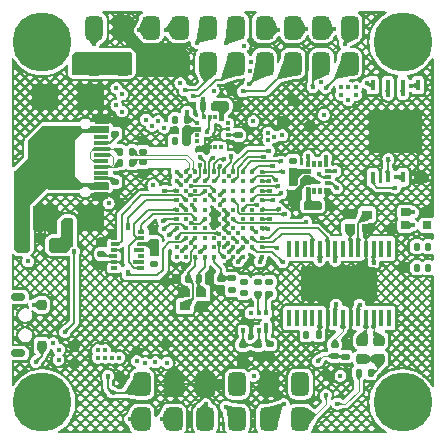
<source format=gbr>
%TF.GenerationSoftware,KiCad,Pcbnew,8.0.7*%
%TF.CreationDate,2025-02-13T13:50:40+08:00*%
%TF.ProjectId,NewSkyH7-Air,4e657753-6b79-4483-972d-4169722e6b69,rev?*%
%TF.SameCoordinates,Original*%
%TF.FileFunction,Copper,L1,Top*%
%TF.FilePolarity,Positive*%
%FSLAX46Y46*%
G04 Gerber Fmt 4.6, Leading zero omitted, Abs format (unit mm)*
G04 Created by KiCad (PCBNEW 8.0.7) date 2025-02-13 13:50:40*
%MOMM*%
%LPD*%
G01*
G04 APERTURE LIST*
G04 Aperture macros list*
%AMRoundRect*
0 Rectangle with rounded corners*
0 $1 Rounding radius*
0 $2 $3 $4 $5 $6 $7 $8 $9 X,Y pos of 4 corners*
0 Add a 4 corners polygon primitive as box body*
4,1,4,$2,$3,$4,$5,$6,$7,$8,$9,$2,$3,0*
0 Add four circle primitives for the rounded corners*
1,1,$1+$1,$2,$3*
1,1,$1+$1,$4,$5*
1,1,$1+$1,$6,$7*
1,1,$1+$1,$8,$9*
0 Add four rect primitives between the rounded corners*
20,1,$1+$1,$2,$3,$4,$5,0*
20,1,$1+$1,$4,$5,$6,$7,0*
20,1,$1+$1,$6,$7,$8,$9,0*
20,1,$1+$1,$8,$9,$2,$3,0*%
G04 Aperture macros list end*
%TA.AperFunction,SMDPad,CuDef*%
%ADD10RoundRect,0.375000X-0.375000X-0.625000X0.375000X-0.625000X0.375000X0.625000X-0.375000X0.625000X0*%
%TD*%
%TA.AperFunction,SMDPad,CuDef*%
%ADD11RoundRect,0.135000X-0.185000X0.135000X-0.185000X-0.135000X0.185000X-0.135000X0.185000X0.135000X0*%
%TD*%
%TA.AperFunction,SMDPad,CuDef*%
%ADD12RoundRect,0.140000X-0.140000X-0.170000X0.140000X-0.170000X0.140000X0.170000X-0.140000X0.170000X0*%
%TD*%
%TA.AperFunction,SMDPad,CuDef*%
%ADD13RoundRect,0.147500X-0.147500X-0.172500X0.147500X-0.172500X0.147500X0.172500X-0.147500X0.172500X0*%
%TD*%
%TA.AperFunction,SMDPad,CuDef*%
%ADD14RoundRect,0.147500X-0.172500X0.147500X-0.172500X-0.147500X0.172500X-0.147500X0.172500X0.147500X0*%
%TD*%
%TA.AperFunction,SMDPad,CuDef*%
%ADD15RoundRect,0.140000X0.140000X0.170000X-0.140000X0.170000X-0.140000X-0.170000X0.140000X-0.170000X0*%
%TD*%
%TA.AperFunction,SMDPad,CuDef*%
%ADD16RoundRect,0.147500X0.172500X-0.147500X0.172500X0.147500X-0.172500X0.147500X-0.172500X-0.147500X0*%
%TD*%
%TA.AperFunction,SMDPad,CuDef*%
%ADD17RoundRect,0.135000X0.185000X-0.135000X0.185000X0.135000X-0.185000X0.135000X-0.185000X-0.135000X0*%
%TD*%
%TA.AperFunction,SMDPad,CuDef*%
%ADD18RoundRect,0.140000X0.170000X-0.140000X0.170000X0.140000X-0.170000X0.140000X-0.170000X-0.140000X0*%
%TD*%
%TA.AperFunction,SMDPad,CuDef*%
%ADD19R,0.450000X1.475000*%
%TD*%
%TA.AperFunction,SMDPad,CuDef*%
%ADD20R,6.200000X2.750000*%
%TD*%
%TA.AperFunction,SMDPad,CuDef*%
%ADD21R,1.281200X0.300000*%
%TD*%
%TA.AperFunction,SMDPad,CuDef*%
%ADD22R,1.290000X0.300000*%
%TD*%
%TA.AperFunction,SMDPad,CuDef*%
%ADD23R,1.300000X0.300000*%
%TD*%
%TA.AperFunction,SMDPad,CuDef*%
%ADD24R,1.298926X0.296108*%
%TD*%
%TA.AperFunction,SMDPad,CuDef*%
%ADD25R,1.281200X0.299998*%
%TD*%
%TA.AperFunction,SMDPad,CuDef*%
%ADD26R,2.000000X2.000000*%
%TD*%
%TA.AperFunction,SMDPad,CuDef*%
%ADD27RoundRect,0.150000X0.450000X-0.150000X0.450000X0.150000X-0.450000X0.150000X-0.450000X-0.150000X0*%
%TD*%
%TA.AperFunction,SMDPad,CuDef*%
%ADD28RoundRect,0.200000X0.200000X-0.250000X0.200000X0.250000X-0.200000X0.250000X-0.200000X-0.250000X0*%
%TD*%
%TA.AperFunction,SMDPad,CuDef*%
%ADD29RoundRect,0.375000X0.375000X0.625000X-0.375000X0.625000X-0.375000X-0.625000X0.375000X-0.625000X0*%
%TD*%
%TA.AperFunction,SMDPad,CuDef*%
%ADD30R,0.450000X0.300000*%
%TD*%
%TA.AperFunction,SMDPad,CuDef*%
%ADD31R,0.300000X0.450000*%
%TD*%
%TA.AperFunction,SMDPad,CuDef*%
%ADD32RoundRect,0.135000X-0.135000X-0.185000X0.135000X-0.185000X0.135000X0.185000X-0.135000X0.185000X0*%
%TD*%
%TA.AperFunction,SMDPad,CuDef*%
%ADD33RoundRect,0.225000X0.250000X-0.225000X0.250000X0.225000X-0.250000X0.225000X-0.250000X-0.225000X0*%
%TD*%
%TA.AperFunction,ComponentPad*%
%ADD34C,5.000000*%
%TD*%
%TA.AperFunction,SMDPad,CuDef*%
%ADD35R,0.590000X0.350000*%
%TD*%
%TA.AperFunction,SMDPad,CuDef*%
%ADD36R,0.350000X0.590000*%
%TD*%
%TA.AperFunction,SMDPad,CuDef*%
%ADD37R,0.450000X0.950000*%
%TD*%
%TA.AperFunction,SMDPad,CuDef*%
%ADD38R,4.350000X3.450000*%
%TD*%
%TA.AperFunction,SMDPad,CuDef*%
%ADD39RoundRect,0.135000X0.135000X0.185000X-0.135000X0.185000X-0.135000X-0.185000X0.135000X-0.185000X0*%
%TD*%
%TA.AperFunction,SMDPad,CuDef*%
%ADD40RoundRect,0.140000X-0.170000X0.140000X-0.170000X-0.140000X0.170000X-0.140000X0.170000X0.140000X0*%
%TD*%
%TA.AperFunction,SMDPad,CuDef*%
%ADD41RoundRect,0.250000X0.300000X0.300000X-0.300000X0.300000X-0.300000X-0.300000X0.300000X-0.300000X0*%
%TD*%
%TA.AperFunction,SMDPad,CuDef*%
%ADD42R,0.900000X0.800000*%
%TD*%
%TA.AperFunction,SMDPad,CuDef*%
%ADD43R,0.350000X0.350000*%
%TD*%
%TA.AperFunction,BGAPad,CuDef*%
%ADD44C,0.400000*%
%TD*%
%TA.AperFunction,SMDPad,CuDef*%
%ADD45R,0.700000X0.700000*%
%TD*%
%TA.AperFunction,SMDPad,CuDef*%
%ADD46R,0.300000X0.600000*%
%TD*%
%TA.AperFunction,SMDPad,CuDef*%
%ADD47R,0.600000X0.300000*%
%TD*%
%TA.AperFunction,ViaPad*%
%ADD48C,0.400000*%
%TD*%
%TA.AperFunction,ViaPad*%
%ADD49C,0.600000*%
%TD*%
%TA.AperFunction,Conductor*%
%ADD50C,0.156500*%
%TD*%
%TA.AperFunction,Conductor*%
%ADD51C,0.300000*%
%TD*%
%TA.AperFunction,Conductor*%
%ADD52C,0.102600*%
%TD*%
%TA.AperFunction,Conductor*%
%ADD53C,0.124200*%
%TD*%
G04 APERTURE END LIST*
D10*
%TO.P,J23,1,Pin_1*%
%TO.N,/USART.RX6*%
X149676666Y-68125000D03*
%TD*%
%TO.P,J20,1,Pin_1*%
%TO.N,/USART.TX1*%
X142473333Y-68125000D03*
%TD*%
D11*
%TO.P,R25,1*%
%TO.N,/Plug/USB_CC2*%
X134620000Y-78130000D03*
%TO.P,R25,2*%
%TO.N,GND*%
X134620000Y-79150000D03*
%TD*%
D12*
%TO.P,C12,1*%
%TO.N,/Device/ICM42688-VDD*%
X151775000Y-80120000D03*
%TO.P,C12,2*%
%TO.N,GND*%
X152735000Y-80120000D03*
%TD*%
D13*
%TO.P,D4,1,K*%
%TO.N,Net-(D4-K)*%
X160180000Y-85405000D03*
%TO.P,D4,2,A*%
%TO.N,+3V3*%
X161150000Y-85405000D03*
%TD*%
D10*
%TO.P,J37,1,Pin_1*%
%TO.N,+5V*%
X136900000Y-95260000D03*
%TD*%
D14*
%TO.P,FB3,1*%
%TO.N,+3V3*%
X149675000Y-76330000D03*
%TO.P,FB3,2*%
%TO.N,/Device/ICM42688-VDD*%
X149675000Y-77300000D03*
%TD*%
D15*
%TO.P,C46,1*%
%TO.N,GND*%
X144870000Y-71720000D03*
%TO.P,C46,2*%
%TO.N,/Device/IST8310-VDD*%
X143910000Y-71720000D03*
%TD*%
D13*
%TO.P,FB4,1*%
%TO.N,+3V3*%
X139685000Y-74690000D03*
%TO.P,FB4,2*%
%TO.N,/Device/IST8310-VDD*%
X140655000Y-74690000D03*
%TD*%
D10*
%TO.P,J29,1,Pin_1*%
%TO.N,+5V*%
X132868889Y-68125000D03*
%TD*%
D16*
%TO.P,FB2,1*%
%TO.N,+3V3*%
X137935000Y-85070000D03*
%TO.P,FB2,2*%
%TO.N,/Device/BMI008-VDD*%
X137935000Y-84100000D03*
%TD*%
D13*
%TO.P,D9,1,K*%
%TO.N,Net-(D9-K)*%
X160167500Y-83620000D03*
%TO.P,D9,2,A*%
%TO.N,+3V3*%
X161137500Y-83620000D03*
%TD*%
D10*
%TO.P,J38,1,Pin_1*%
%TO.N,GND*%
X139582000Y-95260000D03*
%TD*%
D15*
%TO.P,C15,1*%
%TO.N,/Device/IST8310-VDD*%
X140680000Y-73750000D03*
%TO.P,C15,2*%
%TO.N,GND*%
X139720000Y-73750000D03*
%TD*%
D17*
%TO.P,R30,1*%
%TO.N,/Plug/OSD-IN*%
X154155000Y-92922000D03*
%TO.P,R30,2*%
%TO.N,GND*%
X154155000Y-91902000D03*
%TD*%
D18*
%TO.P,C17,1*%
%TO.N,/Device/BMI008-VDD*%
X133455000Y-84225000D03*
%TO.P,C17,2*%
%TO.N,GND*%
X133455000Y-83265000D03*
%TD*%
D10*
%TO.P,J21,1,Pin_1*%
%TO.N,/USART.RX1*%
X144874444Y-68125000D03*
%TD*%
D18*
%TO.P,C14,1*%
%TO.N,GND*%
X145070000Y-75120000D03*
%TO.P,C14,2*%
%TO.N,Net-(U6-C1)*%
X145070000Y-74160000D03*
%TD*%
D10*
%TO.P,J7,1,Pin_1*%
%TO.N,+5V*%
X150310000Y-95260000D03*
%TD*%
%TO.P,J16,1,Pin_1*%
%TO.N,/PWM_Control5*%
X147275555Y-65080000D03*
%TD*%
D12*
%TO.P,C2,1*%
%TO.N,/OSC_OUT*%
X141680000Y-86330000D03*
%TO.P,C2,2*%
%TO.N,GND*%
X142640000Y-86330000D03*
%TD*%
D17*
%TO.P,R37,1*%
%TO.N,/Barometer.SDA*%
X146735000Y-87605000D03*
%TO.P,R37,2*%
%TO.N,/Device/DPS310-VDD*%
X146735000Y-86585000D03*
%TD*%
D19*
%TO.P,U5,1,N.C._1*%
%TO.N,unconnected-(U5-N.C._1-Pad1)*%
X157810000Y-83774000D03*
%TO.P,U5,2,N.C._2*%
%TO.N,unconnected-(U5-N.C._2-Pad2)*%
X157160000Y-83774000D03*
%TO.P,U5,3,DVDD*%
%TO.N,+3V3*%
X156510000Y-83774000D03*
%TO.P,U5,4,DGND*%
%TO.N,GND*%
X155860000Y-83774000D03*
%TO.P,U5,5,CLKIN*%
%TO.N,/Device/CLKIN*%
X155210000Y-83774000D03*
%TO.P,U5,6,XFB*%
%TO.N,/Device/XFB*%
X154560000Y-83774000D03*
%TO.P,U5,7,CLKOUT*%
%TO.N,unconnected-(U5-CLKOUT-Pad7)*%
X153910000Y-83774000D03*
%TO.P,U5,8,~{CS}*%
%TO.N,/OSD.OSD_CS*%
X153260000Y-83774000D03*
%TO.P,U5,9,SDIN*%
%TO.N,/OSD.OSD_MOSI*%
X152610000Y-83774000D03*
%TO.P,U5,10,SCLK*%
%TO.N,/OSD.OSD_CLK*%
X151960000Y-83774000D03*
%TO.P,U5,11,SDOUT*%
%TO.N,/OSD.OSD_MISO*%
X151310000Y-83774000D03*
%TO.P,U5,12,LOS*%
%TO.N,unconnected-(U5-LOS-Pad12)*%
X150660000Y-83774000D03*
%TO.P,U5,13,SYNC_IN*%
%TO.N,unconnected-(U5-SYNC_IN-Pad13)*%
X150010000Y-83774000D03*
%TO.P,U5,14,N.C._3*%
%TO.N,unconnected-(U5-N.C._3-Pad14)*%
X149360000Y-83774000D03*
%TO.P,U5,15,N.C._4*%
%TO.N,unconnected-(U5-N.C._4-Pad15)*%
X149360000Y-89650000D03*
%TO.P,U5,16,N.C._5*%
%TO.N,unconnected-(U5-N.C._5-Pad16)*%
X150010000Y-89650000D03*
%TO.P,U5,17,~{VSYNC}*%
%TO.N,unconnected-(U5-~{VSYNC}-Pad17)*%
X150660000Y-89650000D03*
%TO.P,U5,18,~{HSYNC}*%
%TO.N,unconnected-(U5-~{HSYNC}-Pad18)*%
X151310000Y-89650000D03*
%TO.P,U5,19,~{RESET}*%
%TO.N,Net-(U5-~{RESET})*%
X151960000Y-89650000D03*
%TO.P,U5,20,AGND*%
%TO.N,GND*%
X152610000Y-89650000D03*
%TO.P,U5,21,AVDD*%
%TO.N,+3V3*%
X153260000Y-89650000D03*
%TO.P,U5,22,VIN*%
%TO.N,Net-(U5-VIN)*%
X153910000Y-89650000D03*
%TO.P,U5,23,PGND*%
%TO.N,GND*%
X154560000Y-89650000D03*
%TO.P,U5,24,PVDD*%
%TO.N,+3V3*%
X155210000Y-89650000D03*
%TO.P,U5,25,SAG*%
%TO.N,Net-(U5-SAG)*%
X155860000Y-89650000D03*
%TO.P,U5,26,VOUT*%
%TO.N,Net-(U5-VOUT)*%
X156510000Y-89650000D03*
%TO.P,U5,27,N.C._6*%
%TO.N,unconnected-(U5-N.C._6-Pad27)*%
X157160000Y-89650000D03*
%TO.P,U5,28,N.C._7*%
%TO.N,unconnected-(U5-N.C._7-Pad28)*%
X157810000Y-89650000D03*
D20*
%TO.P,U5,29,THERMALPAD*%
%TO.N,GND*%
X153585000Y-86712000D03*
%TD*%
D17*
%TO.P,R2,1*%
%TO.N,+3V3*%
X144520000Y-87320000D03*
%TO.P,R2,2*%
%TO.N,/NRST*%
X144520000Y-86300000D03*
%TD*%
D10*
%TO.P,J12,1,Pin_1*%
%TO.N,/PWM_Control1*%
X137671111Y-65080000D03*
%TD*%
%TO.P,J5,1,Pin_1*%
%TO.N,GND*%
X142264000Y-95260000D03*
%TD*%
D18*
%TO.P,C16,1*%
%TO.N,/Device/BMI008-VDD*%
X137935000Y-83225000D03*
%TO.P,C16,2*%
%TO.N,GND*%
X137935000Y-82265000D03*
%TD*%
D10*
%TO.P,J3,1,Pin_1*%
%TO.N,/Plug/OSD-OUT*%
X147628000Y-98220000D03*
%TD*%
%TO.P,J11,1,Pin_1*%
%TO.N,GND*%
X147628000Y-95260000D03*
%TD*%
%TO.P,J22,1,Pin_1*%
%TO.N,/USART.TX6*%
X147275555Y-68125000D03*
%TD*%
D21*
%TO.P,U4,A1,GND*%
%TO.N,GND*%
X133465500Y-72737200D03*
D22*
%TO.P,U4,A4,VBUS*%
%TO.N,VBUS*%
X133468500Y-73540000D03*
D23*
%TO.P,U4,A5,CC1*%
%TO.N,/Plug/USB_CC1*%
X133463500Y-74840000D03*
%TO.P,U4,A6,D+*%
%TO.N,/Plug/Typc.USB_DP*%
X133463500Y-75840000D03*
%TO.P,U4,A7,D-*%
%TO.N,/Plug/Typc.USB_DN*%
X133463500Y-76340000D03*
%TO.P,U4,A8,SBU1*%
%TO.N,unconnected-(U4-SBU1-PadA8)*%
X133463500Y-77340000D03*
D24*
%TO.P,U4,A9,VBUS*%
%TO.N,VBUS*%
X133462963Y-78635532D03*
D23*
%TO.P,U4,A12,GND*%
%TO.N,GND*%
X133463500Y-79440000D03*
%TO.P,U4,B1,GND*%
X133463500Y-79140000D03*
%TO.P,U4,B4,VBUS*%
%TO.N,VBUS*%
X133463500Y-78340000D03*
%TO.P,U4,B5,CC2*%
%TO.N,/Plug/USB_CC2*%
X133463500Y-77840000D03*
%TO.P,U4,B6,D+*%
%TO.N,/Plug/Typc.USB_DP*%
X133463500Y-76840000D03*
%TO.P,U4,B7,D-*%
%TO.N,/Plug/Typc.USB_DN*%
X133463500Y-75340000D03*
%TO.P,U4,B8,SBU2*%
%TO.N,unconnected-(U4-SBU2-PadB8)*%
X133463500Y-74340000D03*
D22*
%TO.P,U4,B9,VBUS*%
%TO.N,VBUS*%
X133468500Y-73840000D03*
D25*
%TO.P,U4,B12,GND*%
%TO.N,GND*%
X133465500Y-73037201D03*
D26*
%TO.P,U4,S1,_*%
X132603500Y-70970000D03*
%TO.P,U4,S2,_*%
X128703500Y-70970000D03*
%TO.P,U4,S3,_*%
X132603500Y-81210000D03*
%TO.P,U4,S4,_*%
X128703500Y-81210000D03*
%TD*%
D10*
%TO.P,J14,1,Pin_1*%
%TO.N,/PWM_Control3*%
X142473333Y-65080000D03*
%TD*%
D27*
%TO.P,SW1,*%
%TO.N,*%
X126410000Y-92640000D03*
X126410000Y-87880000D03*
D28*
%TO.P,SW1,1*%
%TO.N,+3V3*%
X128410000Y-91985000D03*
%TO.P,SW1,2*%
%TO.N,/BOOT0*%
X128410000Y-88535000D03*
%TD*%
D10*
%TO.P,J25,1,Pin_1*%
%TO.N,/USART.RX3*%
X154478889Y-68125000D03*
%TD*%
D29*
%TO.P,J10,1,Pin_1*%
%TO.N,VCC*%
X132868889Y-65080000D03*
%TD*%
D18*
%TO.P,C47,1*%
%TO.N,GND*%
X145405000Y-92885000D03*
%TO.P,C47,2*%
%TO.N,/Device/DPS310-VDD*%
X145405000Y-91925000D03*
%TD*%
D15*
%TO.P,C1,1*%
%TO.N,/OSC_IN*%
X140810000Y-86330000D03*
%TO.P,C1,2*%
%TO.N,GND*%
X139850000Y-86330000D03*
%TD*%
D10*
%TO.P,J15,1,Pin_1*%
%TO.N,/PWM_Control4*%
X144874444Y-65080000D03*
%TD*%
D30*
%TO.P,U6,1,SCL*%
%TO.N,/Magnetometer.SCL*%
X141590000Y-73180000D03*
%TO.P,U6,2,AVDD*%
%TO.N,/Device/IST8310-VDD*%
X141590000Y-73680000D03*
%TO.P,U6,3,NC*%
%TO.N,unconnected-(U6-NC-Pad3)*%
X141590000Y-74180000D03*
%TO.P,U6,4,NC*%
%TO.N,unconnected-(U6-NC-Pad4)*%
X141590000Y-74680000D03*
D31*
%TO.P,U6,5,CAD0*%
%TO.N,GND*%
X142115000Y-75205000D03*
%TO.P,U6,6,CAD1*%
X142615000Y-75205000D03*
%TO.P,U6,7,VPP*%
%TO.N,unconnected-(U6-VPP-Pad7)*%
X143115000Y-75205000D03*
%TO.P,U6,8,NC*%
%TO.N,unconnected-(U6-NC-Pad8)*%
X143615000Y-75205000D03*
D30*
%TO.P,U6,9,VSS*%
%TO.N,GND*%
X144140000Y-74680000D03*
%TO.P,U6,10,C1*%
%TO.N,Net-(U6-C1)*%
X144140000Y-74180000D03*
%TO.P,U6,11,VSS*%
%TO.N,GND*%
X144140000Y-73680000D03*
%TO.P,U6,12,NC*%
%TO.N,unconnected-(U6-NC-Pad12)*%
X144140000Y-73180000D03*
D31*
%TO.P,U6,13,DVDD*%
%TO.N,/Device/IST8310-VDD*%
X143615000Y-72655000D03*
%TO.P,U6,14,~{RST}*%
%TO.N,unconnected-(U6-~{RST}-Pad14)*%
X143115000Y-72655000D03*
%TO.P,U6,15,DRDY*%
%TO.N,/Magnetometer.INT*%
X142615000Y-72655000D03*
%TO.P,U6,16,SDA*%
%TO.N,/Magnetometer.SDA*%
X142115000Y-72655000D03*
%TD*%
D15*
%TO.P,C13,1*%
%TO.N,/Device/ICM42688-VDD*%
X150905000Y-80120000D03*
%TO.P,C13,2*%
%TO.N,GND*%
X149945000Y-80120000D03*
%TD*%
D32*
%TO.P,R26,1*%
%TO.N,/Plug/Typc.USB_DP*%
X135050000Y-76530000D03*
%TO.P,R26,2*%
%TO.N,/Typc.USB1_DP*%
X136070000Y-76530000D03*
%TD*%
%TO.P,R27,1*%
%TO.N,/Plug/Typc.USB_DN*%
X135050000Y-75570000D03*
%TO.P,R27,2*%
%TO.N,/Typc.USB1_DN*%
X136070000Y-75570000D03*
%TD*%
D18*
%TO.P,C11,1*%
%TO.N,GND*%
X149675000Y-79145000D03*
%TO.P,C11,2*%
%TO.N,/Device/ICM42688-VDD*%
X149675000Y-78185000D03*
%TD*%
D33*
%TO.P,C38,1*%
%TO.N,Net-(C38-Pad1)*%
X156985000Y-93117000D03*
%TO.P,C38,2*%
%TO.N,Net-(U5-VOUT)*%
X156985000Y-91567000D03*
%TD*%
D34*
%TO.P,J1,*%
%TO.N,*%
X128455000Y-66305000D03*
X128455000Y-96805000D03*
X158955000Y-66305000D03*
X158955000Y-96805000D03*
%TD*%
D10*
%TO.P,J27,1,Pin_1*%
%TO.N,/USART.TX2*%
X144946000Y-98220000D03*
%TD*%
D35*
%TO.P,IC2,1,INT2*%
%TO.N,unconnected-(IC2-INT2-Pad1)*%
X134520000Y-85405000D03*
%TO.P,IC2,2,NC*%
%TO.N,GND*%
X134520000Y-84905000D03*
%TO.P,IC2,3,VDD*%
%TO.N,/Device/BMI008-VDD*%
X134520000Y-84405000D03*
%TO.P,IC2,4,GNDA*%
%TO.N,GND*%
X134520000Y-83905000D03*
%TO.P,IC2,5,CSB2*%
%TO.N,/BMI088.CS_GYRO*%
X134520000Y-83405000D03*
%TO.P,IC2,6,GNDIO*%
%TO.N,GND*%
X134520000Y-82905000D03*
%TO.P,IC2,7,PS*%
X134520000Y-82405000D03*
D36*
%TO.P,IC2,8,SCL/SCK*%
%TO.N,/BMI088.CLK*%
X135685000Y-81990000D03*
D35*
%TO.P,IC2,9,SDA/SDI*%
%TO.N,/BMI088.MOSI*%
X136850000Y-82405000D03*
%TO.P,IC2,10,SDO2*%
%TO.N,/BMI088.MISO*%
X136850000Y-82905000D03*
%TO.P,IC2,11,VDDIO*%
%TO.N,/Device/BMI008-VDD*%
X136850000Y-83405000D03*
%TO.P,IC2,12,INT3*%
%TO.N,/BMI088.EXIT_GYRO*%
X136850000Y-83905000D03*
%TO.P,IC2,13,INT4*%
%TO.N,unconnected-(IC2-INT4-Pad13)*%
X136850000Y-84405000D03*
%TO.P,IC2,14,CSB1*%
%TO.N,/BMI088.CS_ACCEL*%
X136850000Y-84905000D03*
%TO.P,IC2,15,SDO1*%
%TO.N,/BMI088.MISO*%
X136850000Y-85405000D03*
D36*
%TO.P,IC2,16,INT1*%
%TO.N,/BMI088.EXIT_ACCEL*%
X135685000Y-85820000D03*
%TD*%
D37*
%TO.P,IC3,1,/CS*%
%TO.N,/QSPI.BK1_NCS*%
X156440000Y-77750000D03*
%TO.P,IC3,2,DO_(IO1)_1*%
%TO.N,/QSPI.BK1_IO1*%
X157710000Y-77750000D03*
%TO.P,IC3,3,DO_(IO1)_2*%
%TO.N,/QSPI.BK1_IO2*%
X158980000Y-77750000D03*
%TO.P,IC3,4,GND*%
%TO.N,GND*%
X160250000Y-77750000D03*
%TO.P,IC3,5,DI_(IO0)*%
%TO.N,/QSPI.BK1_IO0*%
X160250000Y-69950000D03*
%TO.P,IC3,6,CLK*%
%TO.N,/QSPI.BK1_CLK*%
X158980000Y-69950000D03*
%TO.P,IC3,7,IO3*%
%TO.N,/QSPI.BK1_IO3*%
X157710000Y-69950000D03*
%TO.P,IC3,8,VCC*%
%TO.N,+3V3*%
X156440000Y-69950000D03*
D38*
%TO.P,IC3,9,EP*%
%TO.N,GND*%
X158345000Y-73850000D03*
%TD*%
D29*
%TO.P,J32,1,Pin_1*%
%TO.N,+5V*%
X135270000Y-68125000D03*
%TD*%
D10*
%TO.P,J4,1,Pin_1*%
%TO.N,+12V*%
X144946000Y-95260000D03*
%TD*%
D39*
%TO.P,R35,1*%
%TO.N,/Magnetometer.SCL*%
X140700000Y-72860000D03*
%TO.P,R35,2*%
%TO.N,/Device/IST8310-VDD*%
X139680000Y-72860000D03*
%TD*%
D10*
%TO.P,J36,1,Pin_1*%
%TO.N,/USART.TX4*%
X139582000Y-98220000D03*
%TD*%
D29*
%TO.P,J8,1,Pin_1*%
%TO.N,GND*%
X135270000Y-65080000D03*
%TD*%
D10*
%TO.P,J19,1,Pin_1*%
%TO.N,/PWM_Control8*%
X154478889Y-65080000D03*
%TD*%
%TO.P,J26,1,Pin_1*%
%TO.N,/USART.RX2*%
X142264000Y-98220000D03*
%TD*%
%TO.P,J18,1,Pin_1*%
%TO.N,/PWM_Control7*%
X152077777Y-65080000D03*
%TD*%
%TO.P,J6,1,Pin_1*%
%TO.N,/Plug/OSD-IN*%
X150310000Y-98220000D03*
%TD*%
D11*
%TO.P,R36,1*%
%TO.N,/Device/DPS310-VDD*%
X147675000Y-86575000D03*
%TO.P,R36,2*%
%TO.N,/Barometer.SCL*%
X147675000Y-87595000D03*
%TD*%
D17*
%TO.P,R24,1*%
%TO.N,/Plug/USB_CC1*%
X134610000Y-74040000D03*
%TO.P,R24,2*%
%TO.N,GND*%
X134610000Y-73020000D03*
%TD*%
D33*
%TO.P,C39,1*%
%TO.N,Net-(C38-Pad1)*%
X155525000Y-93117000D03*
%TO.P,C39,2*%
%TO.N,Net-(U5-SAG)*%
X155525000Y-91567000D03*
%TD*%
D40*
%TO.P,C41,1*%
%TO.N,Net-(U5-VIN)*%
X153195000Y-91922000D03*
%TO.P,C41,2*%
%TO.N,/Plug/OSD-IN*%
X153195000Y-92882000D03*
%TD*%
D41*
%TO.P,D7,1,K*%
%TO.N,+5V*%
X129600000Y-83480000D03*
%TO.P,D7,2,A*%
%TO.N,VBUS*%
X126800000Y-83480000D03*
%TD*%
D29*
%TO.P,J31,1,Pin_1*%
%TO.N,GND*%
X137671111Y-68125000D03*
%TD*%
D42*
%TO.P,Y1,1,1*%
%TO.N,/OSC_OUT*%
X141925000Y-87535000D03*
%TO.P,Y1,2,2*%
%TO.N,GND*%
X140525000Y-87535000D03*
%TO.P,Y1,3,3*%
%TO.N,/OSC_IN*%
X140525000Y-88635000D03*
%TO.P,Y1,4,4*%
%TO.N,GND*%
X141925000Y-88635000D03*
%TD*%
D43*
%TO.P,IC6,1,GND_1*%
%TO.N,GND*%
X145465000Y-89235000D03*
%TO.P,IC6,2,CSB*%
%TO.N,unconnected-(IC6-CSB-Pad2)*%
X146115000Y-89235000D03*
%TO.P,IC6,3,SDI*%
%TO.N,/Barometer.SDA*%
X146765000Y-89235000D03*
%TO.P,IC6,4,SCK*%
%TO.N,/Barometer.SCL*%
X147415000Y-89235000D03*
%TO.P,IC6,5,SDO*%
%TO.N,/Barometer.INT*%
X147415000Y-90685000D03*
%TO.P,IC6,6,VDDIO*%
%TO.N,/Device/DPS310-VDD*%
X146765000Y-90685000D03*
%TO.P,IC6,7,GND_2*%
%TO.N,GND*%
X146115000Y-90685000D03*
%TO.P,IC6,8,VDD*%
%TO.N,/Device/DPS310-VDD*%
X145465000Y-90685000D03*
%TD*%
D10*
%TO.P,J17,1,Pin_1*%
%TO.N,/PWM_Control6*%
X149676666Y-65080000D03*
%TD*%
%TO.P,J13,1,Pin_1*%
%TO.N,/PWM_Control2*%
X140072222Y-65080000D03*
%TD*%
%TO.P,J30,1,Pin_1*%
%TO.N,GND*%
X140072222Y-68125000D03*
%TD*%
D32*
%TO.P,R29,1*%
%TO.N,/Plug/OSD-OUT*%
X155235000Y-94292000D03*
%TO.P,R29,2*%
%TO.N,Net-(C38-Pad1)*%
X156255000Y-94292000D03*
%TD*%
D10*
%TO.P,J24,1,Pin_1*%
%TO.N,/USART.TX3*%
X152077777Y-68125000D03*
%TD*%
%TO.P,J35,1,Pin_1*%
%TO.N,/USART.RX4*%
X136900000Y-98220000D03*
%TD*%
D44*
%TO.P,U1,A1,PC14-OSC32_IN*%
%TO.N,/PC14*%
X139820000Y-84470000D03*
%TO.P,U1,A2,PC13*%
%TO.N,/PC13*%
X139820000Y-83670000D03*
%TO.P,U1,A3,PE2*%
%TO.N,/QSPI.BK1_IO3*%
X139820000Y-82870000D03*
%TO.P,U1,A4,PB9*%
%TO.N,/Barometer.SDA*%
X139820000Y-82070000D03*
%TO.P,U1,A5,PB7*%
%TO.N,/Barometer.INT*%
X139820000Y-81270000D03*
%TO.P,U1,A6,PB4*%
%TO.N,/BMI088.MISO*%
X139820000Y-80470000D03*
%TO.P,U1,A7,PB3*%
%TO.N,/BMI088.CLK*%
X139820000Y-79670000D03*
%TO.P,U1,A8,PA15*%
%TO.N,/BMI088.CS_ACCEL*%
X139820000Y-78870000D03*
%TO.P,U1,A9,PA14*%
%TO.N,SWCLK*%
X139820000Y-78070000D03*
%TO.P,U1,A10,PA13*%
%TO.N,SWDIO*%
X139820000Y-77270000D03*
%TO.P,U1,B1,PC15-OSC32_OUT*%
%TO.N,/PC15*%
X140620000Y-84470000D03*
%TO.P,U1,B2,VBAT*%
%TO.N,+3V3*%
X140620000Y-83670000D03*
%TO.P,U1,B3,PE3*%
%TO.N,/BMI088.EXIT_ACCEL*%
X140620000Y-82870000D03*
%TO.P,U1,B4,PB8*%
%TO.N,/Barometer.SCL*%
X140620000Y-82070000D03*
%TO.P,U1,B5,PB6*%
%TO.N,/PB6*%
X140620000Y-81270000D03*
%TO.P,U1,B6,PD5*%
%TO.N,/USART.TX2*%
X140620000Y-80470000D03*
%TO.P,U1,B7,PD2*%
%TO.N,/BMI088.CS_GYRO*%
X140620000Y-79670000D03*
%TO.P,U1,B8,PC11*%
%TO.N,/PC11*%
X140620000Y-78870000D03*
%TO.P,U1,B9,PC10*%
%TO.N,/Magnetometer.INT*%
X140620000Y-78070000D03*
%TO.P,U1,B10,PA12*%
%TO.N,/Typc.USB1_DP*%
X140620000Y-77270000D03*
%TO.P,U1,C1,PH0-OSC_IN*%
%TO.N,/OSC_IN*%
X141420000Y-84470000D03*
%TO.P,U1,C2,VSS*%
%TO.N,GND*%
X141420000Y-83670000D03*
%TO.P,U1,C3,PE4*%
%TO.N,/BMI088.EXIT_GYRO*%
X141420000Y-82870000D03*
%TO.P,U1,C4,PE1*%
%TO.N,/PE1*%
X141420000Y-82070000D03*
%TO.P,U1,C5,PB5*%
%TO.N,/BMI088.MOSI*%
X141420000Y-81270000D03*
%TO.P,U1,C6,PD6*%
%TO.N,/USART.RX2*%
X141420000Y-80470000D03*
%TO.P,U1,C7,PD3*%
%TO.N,/PD3*%
X141420000Y-79670000D03*
%TO.P,U1,C8,PC12*%
%TO.N,/PC12*%
X141420000Y-78870000D03*
%TO.P,U1,C9,PA9*%
%TO.N,/USART.TX1*%
X141420000Y-78070000D03*
%TO.P,U1,C10,PA11*%
%TO.N,/Typc.USB1_DN*%
X141420000Y-77270000D03*
%TO.P,U1,D1,PH1-OSC_OUT*%
%TO.N,/OSC_OUT*%
X142220000Y-84470000D03*
%TO.P,U1,D2,VDD*%
%TO.N,+3V3*%
X142220000Y-83670000D03*
%TO.P,U1,D3,PE5*%
%TO.N,/PE5*%
X142220000Y-82870000D03*
%TO.P,U1,D4,PE0*%
%TO.N,/PE0*%
X142220000Y-82070000D03*
%TO.P,U1,D5,BOOT0*%
%TO.N,/BOOT0*%
X142220000Y-81270000D03*
%TO.P,U1,D6,PD7*%
%TO.N,/PD7*%
X142220000Y-80470000D03*
%TO.P,U1,D7,PD4*%
%TO.N,/PD4*%
X142220000Y-79670000D03*
%TO.P,U1,D8,PD0*%
%TO.N,/USART.TX4*%
X142220000Y-78870000D03*
%TO.P,U1,D9,PA8*%
%TO.N,/Magnetometer.SCL*%
X142220000Y-78070000D03*
%TO.P,U1,D10,PA10*%
%TO.N,/USART.RX1*%
X142220000Y-77270000D03*
%TO.P,U1,E1,NRST*%
%TO.N,/NRST*%
X143020000Y-84470000D03*
%TO.P,U1,E2,PC2_C*%
%TO.N,/PC2*%
X143020000Y-83670000D03*
%TO.P,U1,E3,PE6*%
%TO.N,/PE6*%
X143020000Y-82870000D03*
%TO.P,U1,E4,VSS*%
%TO.N,GND*%
X143020000Y-82070000D03*
%TO.P,U1,E5,VSS*%
X143020000Y-81270000D03*
%TO.P,U1,E6,VSS*%
X143020000Y-80470000D03*
%TO.P,U1,E7,VCAP*%
%TO.N,Net-(C4-Pad1)*%
X143020000Y-79670000D03*
%TO.P,U1,E8,PD1*%
%TO.N,/USART.RX4*%
X143020000Y-78870000D03*
%TO.P,U1,E9,PC9*%
%TO.N,/Magnetometer.SDA*%
X143020000Y-78070000D03*
%TO.P,U1,E10,PC7*%
%TO.N,/USART.RX6*%
X143020000Y-77270000D03*
%TO.P,U1,F1,PC0*%
%TO.N,VCC_Voltage*%
X143820000Y-84470000D03*
%TO.P,U1,F2,PC1*%
%TO.N,ADC_CUL*%
X143820000Y-83670000D03*
%TO.P,U1,F3,PC3_C*%
%TO.N,/PC3*%
X143820000Y-82870000D03*
%TO.P,U1,F4,VDDLDO*%
%TO.N,+3V3*%
X143820000Y-82070000D03*
%TO.P,U1,F5,VDD*%
X143820000Y-81270000D03*
%TO.P,U1,F6,VDD33USB*%
X143820000Y-80470000D03*
%TO.P,U1,F7,PDR_ON*%
%TO.N,Net-(U1B-PDR_ON)*%
X143820000Y-79670000D03*
%TO.P,U1,F8,VCAP*%
%TO.N,Net-(C5-Pad1)*%
X143820000Y-78870000D03*
%TO.P,U1,F9,PC8*%
%TO.N,/PC8*%
X143820000Y-78070000D03*
%TO.P,U1,F10,PC6*%
%TO.N,/USART.TX6*%
X143820000Y-77270000D03*
%TO.P,U1,G1,VSSA*%
%TO.N,GND*%
X144620000Y-84470000D03*
%TO.P,U1,G2,PA0*%
%TO.N,/PA0*%
X144620000Y-83670000D03*
%TO.P,U1,G3,PA4*%
%TO.N,/OSD.OSD_CS*%
X144620000Y-82870000D03*
%TO.P,U1,G4,PC4*%
%TO.N,/PC4*%
X144620000Y-82070000D03*
%TO.P,U1,G5,PB2*%
%TO.N,/QSPI.BK1_CLK*%
X144620000Y-81270000D03*
%TO.P,U1,G6,PE10*%
%TO.N,/PE10*%
X144620000Y-80470000D03*
%TO.P,U1,G7,PE14*%
%TO.N,/PE14*%
X144620000Y-79670000D03*
%TO.P,U1,G8,PD15*%
%TO.N,/PD15*%
X144620000Y-78870000D03*
%TO.P,U1,G9,PD11*%
%TO.N,/QSPI.BK1_IO0*%
X144620000Y-78070000D03*
%TO.P,U1,G10,PB15*%
%TO.N,/IMU.icm42688_MOSI*%
X144620000Y-77270000D03*
%TO.P,U1,H1,VDDA*%
%TO.N,Net-(U1C-VDDA)*%
X145420000Y-84470000D03*
%TO.P,U1,H2,PA1*%
%TO.N,/PA1*%
X145420000Y-83670000D03*
%TO.P,U1,H3,PA5*%
%TO.N,/OSD.OSD_CLK*%
X145420000Y-82870000D03*
%TO.P,U1,H4,PC5*%
%TO.N,/PC5*%
X145420000Y-82070000D03*
%TO.P,U1,H5,PE7*%
%TO.N,/PE7*%
X145420000Y-81270000D03*
%TO.P,U1,H6,PE11*%
%TO.N,/PE11*%
X145420000Y-80470000D03*
%TO.P,U1,H7,PE15*%
%TO.N,/PE15*%
X145420000Y-79670000D03*
%TO.P,U1,H8,PD14*%
%TO.N,/PD14*%
X145420000Y-78870000D03*
%TO.P,U1,H9,PD10*%
%TO.N,/PD10*%
X145420000Y-78070000D03*
%TO.P,U1,H10,PB14*%
%TO.N,/IMU.icm42688_MISO*%
X145420000Y-77270000D03*
%TO.P,U1,J1,VSS*%
%TO.N,GND*%
X146220000Y-84470000D03*
%TO.P,U1,J2,PA2*%
%TO.N,/PA2*%
X146220000Y-83670000D03*
%TO.P,U1,J3,PA6*%
%TO.N,/OSD.OSD_MISO*%
X146220000Y-82870000D03*
%TO.P,U1,J4,PB0*%
%TO.N,/PB0*%
X146220000Y-82070000D03*
%TO.P,U1,J5,PE8*%
%TO.N,/PE8*%
X146220000Y-81270000D03*
%TO.P,U1,J6,PE12*%
%TO.N,/PE12*%
X146220000Y-80470000D03*
%TO.P,U1,J7,PB10*%
%TO.N,/QSPI.BK1_NCS*%
X146220000Y-79670000D03*
%TO.P,U1,J8,PB13*%
%TO.N,/IMU.icm42688_CLK*%
X146220000Y-78870000D03*
%TO.P,U1,J9,PD9*%
%TO.N,/USART.RX3*%
X146220000Y-78070000D03*
%TO.P,U1,J10,PD13*%
%TO.N,/QSPI.BK1_IO2*%
X146220000Y-77270000D03*
%TO.P,U1,K1,VDD*%
%TO.N,+3V3*%
X147020000Y-84470000D03*
%TO.P,U1,K2,PA3*%
%TO.N,/PA3*%
X147020000Y-83670000D03*
%TO.P,U1,K3,PA7*%
%TO.N,/OSD.OSD_MOSI*%
X147020000Y-82870000D03*
%TO.P,U1,K4,PB1*%
%TO.N,/PB1*%
X147020000Y-82070000D03*
%TO.P,U1,K5,PE9*%
%TO.N,/PE9*%
X147020000Y-81270000D03*
%TO.P,U1,K6,PE13*%
%TO.N,/PE13*%
X147020000Y-80470000D03*
%TO.P,U1,K7,PB11*%
%TO.N,/IMU.icm42688_EXIT*%
X147020000Y-79670000D03*
%TO.P,U1,K8,PB12*%
%TO.N,/IMU.icm42688_CS*%
X147020000Y-78870000D03*
%TO.P,U1,K9,PD8*%
%TO.N,/USART.TX3*%
X147020000Y-78070000D03*
%TO.P,U1,K10,PD12*%
%TO.N,/QSPI.BK1_IO1*%
X147020000Y-77270000D03*
%TD*%
D16*
%TO.P,FB5,1*%
%TO.N,+3V3*%
X145495000Y-87560000D03*
%TO.P,FB5,2*%
%TO.N,/Device/DPS310-VDD*%
X145495000Y-86590000D03*
%TD*%
D40*
%TO.P,C48,1*%
%TO.N,/Device/DPS310-VDD*%
X146735000Y-91925000D03*
%TO.P,C48,2*%
%TO.N,GND*%
X146735000Y-92885000D03*
%TD*%
D45*
%TO.P,LED1,1,DO*%
%TO.N,unconnected-(LED1-DO-Pad1)*%
X161005000Y-81810000D03*
%TO.P,LED1,2,GND*%
%TO.N,GND*%
X161005000Y-80710000D03*
%TO.P,LED1,3,DI*%
%TO.N,Net-(LED1-DI)*%
X159175000Y-80710000D03*
%TO.P,LED1,4,VDD*%
%TO.N,+3V3*%
X159175000Y-81810000D03*
%TD*%
D42*
%TO.P,Y2,1,1*%
%TO.N,/Device/CLKIN*%
X155935000Y-80915000D03*
%TO.P,Y2,2,2*%
%TO.N,GND*%
X154535000Y-80915000D03*
%TO.P,Y2,3,3*%
%TO.N,/Device/XFB*%
X154535000Y-82015000D03*
%TO.P,Y2,4,4*%
%TO.N,GND*%
X155935000Y-82015000D03*
%TD*%
D14*
%TO.P,D11,1,A1*%
%TO.N,GND*%
X136960000Y-74615000D03*
%TO.P,D11,2,A2*%
%TO.N,/Typc.USB1_DN*%
X136960000Y-75585000D03*
%TD*%
D39*
%TO.P,R34,1*%
%TO.N,/Device/IST8310-VDD*%
X143060000Y-71710000D03*
%TO.P,R34,2*%
%TO.N,/Magnetometer.SDA*%
X142040000Y-71710000D03*
%TD*%
D11*
%TO.P,R38,1*%
%TO.N,/Barometer.INT*%
X147715000Y-91895000D03*
%TO.P,R38,2*%
%TO.N,GND*%
X147715000Y-92915000D03*
%TD*%
D39*
%TO.P,R28,1*%
%TO.N,Net-(U5-~{RESET})*%
X151840000Y-91100000D03*
%TO.P,R28,2*%
%TO.N,+3V3*%
X150820000Y-91100000D03*
%TD*%
D16*
%TO.P,D10,1,A1*%
%TO.N,GND*%
X136960000Y-77455000D03*
%TO.P,D10,2,A2*%
%TO.N,/Typc.USB1_DP*%
X136960000Y-76485000D03*
%TD*%
D40*
%TO.P,C3,1*%
%TO.N,/NRST*%
X143590000Y-86320000D03*
%TO.P,C3,2*%
%TO.N,GND*%
X143590000Y-87280000D03*
%TD*%
D46*
%TO.P,IC7,1,AP_SDO_/_AP_AD0*%
%TO.N,/IMU.icm42688_MISO*%
X152475000Y-76590000D03*
%TO.P,IC7,2,RESV_1*%
%TO.N,unconnected-(IC7-RESV_1-Pad2)*%
X151975000Y-76590000D03*
%TO.P,IC7,3,RESV_2*%
%TO.N,unconnected-(IC7-RESV_2-Pad3)*%
X151475000Y-76590000D03*
%TO.P,IC7,4,INT1_/_INT*%
%TO.N,/IMU.icm42688_EXIT*%
X150975000Y-76590000D03*
D47*
%TO.P,IC7,5,VDDIO*%
%TO.N,/Device/ICM42688-VDD*%
X150825000Y-77240000D03*
%TO.P,IC7,6,GND*%
%TO.N,GND*%
X150825000Y-77740000D03*
%TO.P,IC7,7,RESV_3*%
X150825000Y-78240000D03*
D46*
%TO.P,IC7,8,VDD*%
%TO.N,/Device/ICM42688-VDD*%
X150975000Y-78890000D03*
%TO.P,IC7,9,INT2_/_FSYNC_/_CLKIN*%
%TO.N,unconnected-(IC7-INT2_{slash}_FSYNC_{slash}_CLKIN-Pad9)*%
X151475000Y-78890000D03*
%TO.P,IC7,10,RESV_4*%
%TO.N,unconnected-(IC7-RESV_4-Pad10)*%
X151975000Y-78890000D03*
%TO.P,IC7,11,RESV_5*%
%TO.N,GND*%
X152475000Y-78890000D03*
D47*
%TO.P,IC7,12,AP_CS*%
%TO.N,/IMU.icm42688_CS*%
X152625000Y-78240000D03*
%TO.P,IC7,13,AP_SCL_/_AP_SCLK*%
%TO.N,/IMU.icm42688_CLK*%
X152625000Y-77740000D03*
%TO.P,IC7,14,AP_SDA_/_AP_SDIO_/_AP_SDI*%
%TO.N,/IMU.icm42688_MOSI*%
X152625000Y-77240000D03*
%TD*%
D48*
%TO.N,GND*%
X149675000Y-71215000D03*
X135005000Y-79910000D03*
X160760000Y-77750000D03*
X137935000Y-82265000D03*
X145920000Y-84840000D03*
X154155000Y-91902000D03*
X161005000Y-80710000D03*
X143410000Y-80890000D03*
X154350000Y-88520000D03*
X128703500Y-70970000D03*
X148767500Y-73035000D03*
X145070000Y-75120000D03*
X149945000Y-80120000D03*
X131995000Y-70560000D03*
X136472500Y-92455000D03*
X138880000Y-91865000D03*
D49*
X151090000Y-73380000D03*
D48*
X133455000Y-83265000D03*
X143390000Y-95270000D03*
X152700000Y-94560000D03*
X143590000Y-87280000D03*
X135010000Y-94560000D03*
X147628000Y-95260000D03*
X135270000Y-65080000D03*
X158030000Y-82140000D03*
X155540000Y-85000000D03*
X157752500Y-73830000D03*
X144150000Y-84890000D03*
X140660000Y-85235000D03*
X128457500Y-82932500D03*
X144870000Y-71720000D03*
X131155000Y-93510000D03*
X141605000Y-75230000D03*
X132603500Y-81210000D03*
X145035000Y-82475000D03*
X155925000Y-82025000D03*
X143420000Y-81690000D03*
X144500000Y-70370000D03*
X131995000Y-71330000D03*
X145730000Y-89840000D03*
X131155000Y-92050000D03*
X138880000Y-86545000D03*
X135445000Y-73020000D03*
X145400000Y-93470000D03*
X133260000Y-85110000D03*
X152370000Y-88510000D03*
X159225000Y-85405000D03*
%TO.N,Net-(C4-Pad1)*%
X142620000Y-79230000D03*
%TO.N,Net-(C5-Pad1)*%
X143460000Y-79230000D03*
%TO.N,+3V3*%
X144190000Y-80830000D03*
X155040000Y-70125000D03*
X144260000Y-77645000D03*
X153770000Y-70125000D03*
X154375000Y-70125000D03*
X141845000Y-84040000D03*
X149675000Y-76330000D03*
X146880000Y-84880000D03*
X155310000Y-88520000D03*
X144220000Y-82470000D03*
X150820000Y-91100000D03*
X145495000Y-87560000D03*
X156500000Y-85000000D03*
X153330000Y-88510000D03*
X159820000Y-81805000D03*
X155970000Y-69780000D03*
X137935000Y-85070000D03*
X140240000Y-84000000D03*
X144520000Y-87320000D03*
X127900000Y-93360000D03*
X161150000Y-85405000D03*
X153725000Y-70755000D03*
X161137500Y-83620000D03*
X155030000Y-70755000D03*
X139685000Y-74690000D03*
X144210000Y-81660000D03*
X154365000Y-71210000D03*
%TO.N,Net-(U1C-VDDA)*%
X145050000Y-84880000D03*
%TO.N,VCC*%
X132430000Y-65930000D03*
X135205000Y-70710000D03*
X133270000Y-65940000D03*
X132840000Y-66430000D03*
X129860000Y-92330000D03*
X129370000Y-91800000D03*
X134730000Y-70190000D03*
X134075000Y-79940000D03*
X146100000Y-68010000D03*
X135200000Y-72180000D03*
X146060000Y-68770000D03*
X129825000Y-93195000D03*
X134720000Y-71660000D03*
X131155000Y-83995000D03*
X130360000Y-90845000D03*
%TO.N,+5V*%
X130725000Y-81435000D03*
X130725000Y-82680000D03*
X131280000Y-68145000D03*
X150320000Y-96010000D03*
X134365000Y-95955000D03*
X130725000Y-82057500D03*
X148767500Y-74170000D03*
X130215000Y-82370000D03*
X134010000Y-94560000D03*
X153700000Y-94560000D03*
X130215000Y-81755000D03*
X131280000Y-68730000D03*
X131280000Y-67560000D03*
X150310000Y-95260000D03*
X148085000Y-74315000D03*
X147600000Y-73965000D03*
X147600000Y-74580000D03*
X152280000Y-72460000D03*
%TO.N,+12V*%
X133160000Y-92395000D03*
X145420000Y-96010000D03*
X133770000Y-93015000D03*
X146355000Y-94560000D03*
X133140000Y-93015000D03*
X134975000Y-93015000D03*
X133790000Y-92395000D03*
X144470000Y-96010000D03*
X127250000Y-84865000D03*
X134345000Y-93015000D03*
%TO.N,/Plug/OSD-IN*%
X151790000Y-93300000D03*
X152460000Y-96190000D03*
%TO.N,Net-(D4-K)*%
X160180000Y-85405000D03*
%TO.N,Net-(D9-K)*%
X160167500Y-83620000D03*
%TO.N,/IMU.icm42688_EXIT*%
X150975000Y-75965000D03*
X148025000Y-79675000D03*
%TO.N,/IMU.icm42688_MISO*%
X152502885Y-76057115D03*
X148680000Y-76400000D03*
%TO.N,/IMU.icm42688_MOSI*%
X147635000Y-75500000D03*
X153275000Y-77220000D03*
%TO.N,/IMU.icm42688_CLK*%
X148425000Y-78515000D03*
X151870000Y-77480000D03*
%TO.N,/IMU.icm42688_CS*%
X147695000Y-78885000D03*
X153390000Y-78670000D03*
%TO.N,/BMI088.EXIT_GYRO*%
X136345000Y-83905000D03*
X141010000Y-83280000D03*
%TO.N,/BMI088.CS_ACCEL*%
X138790000Y-78870000D03*
X136325000Y-84905000D03*
%TO.N,/QSPI.BK1_IO0*%
X147232150Y-76015000D03*
X159640000Y-70020000D03*
%TO.N,SWDIO*%
X140190000Y-77660000D03*
%TO.N,/QSPI.BK1_IO2*%
X147968540Y-76800690D03*
X158410000Y-77710000D03*
%TO.N,/QSPI.BK1_IO1*%
X157760000Y-76190000D03*
X148820000Y-77260000D03*
%TO.N,/QSPI.BK1_CLK*%
X150815000Y-81520000D03*
X158980000Y-70725000D03*
%TO.N,ADC_CUL*%
X144175000Y-83330000D03*
X140150000Y-69770000D03*
X152020000Y-69650000D03*
%TO.N,SWCLK*%
X140180000Y-78400000D03*
%TO.N,/PWM_Control2*%
X138950000Y-65250000D03*
%TO.N,/PWM_Control3*%
X141550000Y-66360000D03*
%TO.N,/PWM_Control4*%
X144000000Y-66380000D03*
%TO.N,/PWM_Control1*%
X136620000Y-65280000D03*
%TO.N,/Plug/OSD-OUT*%
X153430000Y-96920000D03*
X148890000Y-96940000D03*
%TO.N,/USART.TX6*%
X144430000Y-75980000D03*
X145990000Y-69870000D03*
%TO.N,/USART.RX6*%
X143870000Y-76230000D03*
X145410000Y-70460000D03*
%TO.N,/USART.TX3*%
X147665000Y-78070000D03*
X151340000Y-70120000D03*
%TO.N,/USART.RX3*%
X152440000Y-70170000D03*
X145490000Y-66620000D03*
X148212835Y-77962165D03*
%TO.N,/PWM_Control5*%
X148370000Y-65270000D03*
%TO.N,/PWM_Control6*%
X150770000Y-65180000D03*
%TO.N,/PWM_Control7*%
X153120000Y-65190000D03*
%TO.N,/PWM_Control8*%
X154100000Y-66430000D03*
%TO.N,/USART.TX1*%
X140510000Y-70380000D03*
X141799615Y-76660385D03*
%TO.N,/USART.RX1*%
X141830000Y-76060000D03*
X141190000Y-70890000D03*
%TO.N,/USART.TX2*%
X140210000Y-80060000D03*
X144025000Y-97155000D03*
X139020000Y-93460000D03*
%TO.N,/USART.RX2*%
X141090000Y-80080000D03*
X142280000Y-96940000D03*
X138030000Y-93390000D03*
%TO.N,/USART.TX4*%
X140980000Y-79240000D03*
X138590000Y-98220000D03*
X137170000Y-93500000D03*
%TO.N,/USART.RX4*%
X136450000Y-93300000D03*
X141010000Y-78490000D03*
X135890000Y-98220000D03*
%TO.N,/BOOT0*%
X137850000Y-78430000D03*
X127775000Y-88535000D03*
X141019524Y-81637150D03*
%TO.N,Net-(U1B-PDR_ON)*%
X143460000Y-80050000D03*
%TO.N,VCC_Voltage*%
X143430000Y-83320000D03*
X142950000Y-70410000D03*
%TO.N,/QSPI.BK1_NCS*%
X158350000Y-78620000D03*
X148675000Y-79100000D03*
%TO.N,/PA0*%
X138255000Y-73005000D03*
X144240000Y-84085000D03*
%TO.N,/PB0*%
X137745000Y-73385000D03*
X146560000Y-82385000D03*
%TO.N,/PA1*%
X138765000Y-73535000D03*
X145050000Y-84035000D03*
%TO.N,/PA2*%
X148800000Y-84925000D03*
%TO.N,/Device/ICM42688-VDD*%
X150905000Y-80120000D03*
X149675000Y-78185000D03*
X149675000Y-77300000D03*
X151775000Y-80120000D03*
%TO.N,/Magnetometer.SDA*%
X142020000Y-71140000D03*
X143460000Y-76760000D03*
%TO.N,/PB1*%
X137245000Y-72865000D03*
X147570000Y-82080000D03*
%TO.N,/Magnetometer.SCL*%
X140700000Y-72190000D03*
X142870000Y-76110000D03*
%TO.N,/PE11*%
X146330000Y-73010000D03*
X146610000Y-80085000D03*
%TO.N,/OSD.OSD_CS*%
X144975000Y-83220000D03*
X153260000Y-84820000D03*
%TO.N,/Device/IST8310-VDD*%
X143910000Y-71720000D03*
X143060000Y-71710000D03*
X139680000Y-72860000D03*
X140655000Y-74690000D03*
X140680000Y-73750000D03*
%TO.N,/PE14*%
X149005000Y-80885000D03*
%TO.N,/Magnetometer.INT*%
X142370000Y-73870000D03*
X141000000Y-77640000D03*
%TO.N,/PE9*%
X147705000Y-81270000D03*
%TO.N,/OSD.OSD_CLK*%
X151927500Y-84812500D03*
X145795000Y-83235000D03*
%TO.N,/PE13*%
X148525000Y-80460000D03*
%TO.N,/Device/BMI008-VDD*%
X133457500Y-84227500D03*
X137935000Y-84100000D03*
X137935000Y-83225000D03*
%TO.N,/Device/DPS310-VDD*%
X146735000Y-86585000D03*
X147675000Y-86575000D03*
X145495000Y-86590000D03*
X145405000Y-91925000D03*
X146735000Y-91925000D03*
%TO.N,/QSPI.BK1_IO3*%
X143382150Y-82502850D03*
X157745000Y-70745000D03*
%TO.N,/Barometer.SDA*%
X139205000Y-82605000D03*
X146735000Y-87605000D03*
%TO.N,/Barometer.SCL*%
X138770000Y-82115000D03*
X147675000Y-87595000D03*
%TO.N,/Barometer.INT*%
X147395000Y-90210000D03*
X138700000Y-81410000D03*
%TO.N,/PA3*%
X148325000Y-83730000D03*
%TO.N,Net-(LED1-DI)*%
X159860000Y-80710000D03*
%TD*%
D50*
%TO.N,/OSC_IN*%
X140810000Y-85880000D02*
X140810000Y-86330000D01*
X140525000Y-88635000D02*
X140595000Y-88635000D01*
X141420000Y-85270000D02*
X140810000Y-85880000D01*
X141215000Y-86735000D02*
X140810000Y-86330000D01*
X141420000Y-84470000D02*
X141420000Y-85270000D01*
X140595000Y-88635000D02*
X141215000Y-88015000D01*
X141215000Y-88015000D02*
X141215000Y-86735000D01*
%TO.N,GND*%
X134620000Y-79150000D02*
X133753500Y-79150000D01*
X144200000Y-84890000D02*
X144150000Y-84890000D01*
X144140000Y-73680000D02*
X143758500Y-73680000D01*
X160250000Y-77750000D02*
X160250000Y-75755000D01*
X155540000Y-85000000D02*
X155297000Y-85000000D01*
X135220000Y-84750000D02*
X135220000Y-84140000D01*
X133465500Y-71832000D02*
X132603500Y-70970000D01*
X147685000Y-92885000D02*
X147715000Y-92915000D01*
X134610000Y-73020000D02*
X135445000Y-73020000D01*
X143410000Y-80890000D02*
X143410000Y-80860000D01*
X143400000Y-80890000D02*
X143410000Y-80890000D01*
X141030000Y-84865000D02*
X141030000Y-84060000D01*
X143758500Y-74680000D02*
X144140000Y-74680000D01*
X145405000Y-92885000D02*
X147685000Y-92885000D01*
X145405000Y-92885000D02*
X145405000Y-93465000D01*
X154560000Y-88730000D02*
X154350000Y-88520000D01*
X144630000Y-74680000D02*
X145070000Y-75120000D01*
X154560000Y-89650000D02*
X154560000Y-88730000D01*
X139850000Y-86330000D02*
X139095000Y-86330000D01*
X155925000Y-82025000D02*
X155935000Y-82015000D01*
X143180000Y-87280000D02*
X143590000Y-87280000D01*
X143410000Y-80860000D02*
X143020000Y-80470000D01*
X134620000Y-79150000D02*
X134620000Y-79525000D01*
X146115000Y-90225000D02*
X146115000Y-90685000D01*
X160250000Y-75755000D02*
X158345000Y-73850000D01*
X143400000Y-81690000D02*
X143420000Y-81690000D01*
X133463500Y-80350000D02*
X132603500Y-81210000D01*
X145465000Y-89235000D02*
X145465000Y-89575000D01*
X155297000Y-85000000D02*
X153585000Y-86712000D01*
X133455000Y-83265000D02*
X133815000Y-82905000D01*
X135220000Y-84140000D02*
X134985000Y-83905000D01*
X134520000Y-82405000D02*
X134520000Y-82905000D01*
X160250000Y-77750000D02*
X160760000Y-77750000D01*
X155860000Y-83774000D02*
X155860000Y-82090000D01*
X144620000Y-84470000D02*
X144200000Y-84890000D01*
X145730000Y-89840000D02*
X146115000Y-90225000D01*
X143020000Y-81270000D02*
X143400000Y-80890000D01*
X142115000Y-75205000D02*
X142615000Y-75205000D01*
X133815000Y-82905000D02*
X134520000Y-82905000D01*
X139095000Y-86330000D02*
X138880000Y-86545000D01*
X143390000Y-95270000D02*
X143380000Y-95260000D01*
X133482701Y-73020000D02*
X133465500Y-73037201D01*
X134620000Y-79525000D02*
X135005000Y-79910000D01*
X133465500Y-72737200D02*
X133465500Y-71832000D01*
X155860000Y-82090000D02*
X155925000Y-82025000D01*
X128703500Y-81210000D02*
X128703500Y-82686500D01*
X133463500Y-79440000D02*
X133463500Y-80350000D01*
X143758500Y-73680000D02*
X143515000Y-73923500D01*
X155540000Y-85000000D02*
X155860000Y-84680000D01*
X141630000Y-75205000D02*
X141605000Y-75230000D01*
X134985000Y-83905000D02*
X134520000Y-83905000D01*
X143380000Y-95260000D02*
X142264000Y-95260000D01*
X143515000Y-73923500D02*
X143515000Y-74436500D01*
X142640000Y-86330000D02*
X142640000Y-86740000D01*
X150580000Y-78240000D02*
X149675000Y-79145000D01*
X149675000Y-79145000D02*
X149675000Y-79850000D01*
X145405000Y-93465000D02*
X145400000Y-93470000D01*
X140660000Y-85235000D02*
X141030000Y-84865000D01*
X141030000Y-84060000D02*
X141420000Y-83670000D01*
X146220000Y-84470000D02*
X145920000Y-84770000D01*
X145465000Y-89575000D02*
X145730000Y-89840000D01*
X134520000Y-84905000D02*
X133465000Y-84905000D01*
X133465000Y-84905000D02*
X133260000Y-85110000D01*
X133753500Y-79150000D02*
X133463500Y-79440000D01*
X143020000Y-82070000D02*
X143400000Y-81690000D01*
X128703500Y-82686500D02*
X128457500Y-82932500D01*
X142640000Y-86740000D02*
X143180000Y-87280000D01*
X152370000Y-88510000D02*
X152610000Y-88750000D01*
X142115000Y-75205000D02*
X141630000Y-75205000D01*
X134610000Y-73020000D02*
X133482701Y-73020000D01*
X152475000Y-79860000D02*
X152735000Y-80120000D01*
X134520000Y-84905000D02*
X135065000Y-84905000D01*
X135065000Y-84905000D02*
X135220000Y-84750000D01*
X152370000Y-88510000D02*
X152610000Y-88270000D01*
X143515000Y-74436500D02*
X143758500Y-74680000D01*
X152610000Y-88750000D02*
X152610000Y-89650000D01*
X143420000Y-81670000D02*
X143020000Y-81270000D01*
X144140000Y-74680000D02*
X144630000Y-74680000D01*
X143420000Y-81690000D02*
X143420000Y-81670000D01*
X150825000Y-78240000D02*
X150825000Y-77740000D01*
X152475000Y-78890000D02*
X152475000Y-79860000D01*
X152610000Y-88270000D02*
X152610000Y-87687000D01*
X150825000Y-78240000D02*
X150580000Y-78240000D01*
X149675000Y-79850000D02*
X149945000Y-80120000D01*
X152610000Y-87687000D02*
X153585000Y-86712000D01*
X155860000Y-84680000D02*
X155860000Y-83774000D01*
X139582000Y-95260000D02*
X142264000Y-95260000D01*
X145920000Y-84770000D02*
X145920000Y-84840000D01*
%TO.N,/OSC_OUT*%
X141680000Y-86330000D02*
X141680000Y-85860000D01*
X141680000Y-85860000D02*
X142220000Y-85320000D01*
X141680000Y-87290000D02*
X141925000Y-87535000D01*
X141680000Y-86330000D02*
X141680000Y-87290000D01*
X142220000Y-85320000D02*
X142220000Y-84470000D01*
%TO.N,/NRST*%
X144520000Y-86300000D02*
X143610000Y-86300000D01*
X143610000Y-86300000D02*
X143590000Y-86320000D01*
X143590000Y-85510000D02*
X143590000Y-86320000D01*
X143020000Y-84940000D02*
X143590000Y-85510000D01*
X143020000Y-84470000D02*
X143020000Y-84940000D01*
%TO.N,Net-(C4-Pad1)*%
X142620000Y-79230000D02*
X142620000Y-79270000D01*
X142620000Y-79270000D02*
X143020000Y-79670000D01*
%TO.N,Net-(C5-Pad1)*%
X143460000Y-79230000D02*
X143820000Y-78870000D01*
%TO.N,+3V3*%
X140570000Y-83670000D02*
X140620000Y-83670000D01*
X144200000Y-81690000D02*
X143820000Y-82070000D01*
X144210000Y-81660000D02*
X144240000Y-81690000D01*
X156140000Y-69950000D02*
X156440000Y-69950000D01*
X146880000Y-84880000D02*
X147020000Y-84740000D01*
X128410000Y-92850000D02*
X127900000Y-93360000D01*
X144190000Y-80900000D02*
X143820000Y-81270000D01*
X143820000Y-80470000D02*
X144180000Y-80830000D01*
X144190000Y-80830000D02*
X144190000Y-80900000D01*
X156500000Y-85000000D02*
X156510000Y-84990000D01*
X155970000Y-69780000D02*
X156140000Y-69950000D01*
X143820000Y-82070000D02*
X144220000Y-82470000D01*
X144240000Y-81690000D02*
X144200000Y-81690000D01*
X153260000Y-88580000D02*
X153260000Y-89650000D01*
X142220000Y-83670000D02*
X141850000Y-84040000D01*
X144180000Y-80830000D02*
X144190000Y-80830000D01*
X143820000Y-81270000D02*
X144210000Y-81660000D01*
X159815000Y-81810000D02*
X159820000Y-81805000D01*
X159175000Y-81810000D02*
X159815000Y-81810000D01*
X156510000Y-84990000D02*
X156510000Y-83774000D01*
X155210000Y-89650000D02*
X155210000Y-88620000D01*
X147020000Y-84740000D02*
X147020000Y-84470000D01*
X128410000Y-91985000D02*
X128410000Y-92850000D01*
X155210000Y-88620000D02*
X155310000Y-88520000D01*
X153330000Y-88510000D02*
X153260000Y-88580000D01*
X141850000Y-84040000D02*
X141845000Y-84040000D01*
X140240000Y-84000000D02*
X140570000Y-83670000D01*
%TO.N,Net-(U1C-VDDA)*%
X145420000Y-84470000D02*
X145050000Y-84840000D01*
X145050000Y-84840000D02*
X145050000Y-84880000D01*
X145050000Y-84880000D02*
X145040000Y-84870000D01*
X145040000Y-84870000D02*
X145040000Y-84840000D01*
%TO.N,VCC*%
X132840000Y-65108889D02*
X132868889Y-65080000D01*
X132840000Y-66360000D02*
X132840000Y-66300000D01*
D51*
X132840000Y-66360000D02*
X132840000Y-65108889D01*
D50*
X131155000Y-83995000D02*
X131155000Y-90050000D01*
X131155000Y-90050000D02*
X130360000Y-90845000D01*
D51*
X132840000Y-66300000D02*
X133270000Y-65870000D01*
D50*
X132430000Y-65860000D02*
X132430000Y-65950000D01*
D51*
X132430000Y-65950000D02*
X132840000Y-66360000D01*
D50*
%TO.N,+5V*%
X134010000Y-95600000D02*
X134010000Y-94560000D01*
X134420000Y-96010000D02*
X134365000Y-95955000D01*
X136900000Y-95260000D02*
X136150000Y-96010000D01*
X134365000Y-95955000D02*
X134010000Y-95600000D01*
X136150000Y-96010000D02*
X134420000Y-96010000D01*
D52*
%TO.N,Net-(U5-VOUT)*%
X156510000Y-91092000D02*
X156985000Y-91567000D01*
X156510000Y-89650000D02*
X156510000Y-91092000D01*
%TO.N,Net-(C38-Pad1)*%
X156985000Y-93117000D02*
X155525000Y-93117000D01*
X156985000Y-93117000D02*
X156985000Y-93845000D01*
X156985000Y-93845000D02*
X156538000Y-94292000D01*
D50*
X156538000Y-94292000D02*
X156255000Y-94292000D01*
D52*
%TO.N,Net-(U5-SAG)*%
X155860000Y-89650000D02*
X155860000Y-91232000D01*
X155860000Y-91232000D02*
X155525000Y-91567000D01*
%TO.N,/Plug/OSD-IN*%
X154155000Y-92922000D02*
X153235000Y-92922000D01*
X151210000Y-98220000D02*
X152460000Y-96970000D01*
X153195000Y-92882000D02*
X152208000Y-92882000D01*
X152208000Y-92882000D02*
X151790000Y-93300000D01*
X152460000Y-96970000D02*
X152460000Y-96190000D01*
X150310000Y-98220000D02*
X151210000Y-98220000D01*
D50*
X153235000Y-92922000D02*
X153195000Y-92882000D01*
D52*
%TO.N,Net-(U5-VIN)*%
X153195000Y-91922000D02*
X153195000Y-91445000D01*
X153910000Y-90730000D02*
X153910000Y-89650000D01*
X153195000Y-91445000D02*
X153910000Y-90730000D01*
D50*
%TO.N,/IMU.icm42688_EXIT*%
X148020000Y-79670000D02*
X147020000Y-79670000D01*
X150975000Y-75965000D02*
X150975000Y-76590000D01*
X148025000Y-79675000D02*
X148020000Y-79670000D01*
%TO.N,/IMU.icm42688_MISO*%
X152475000Y-76085000D02*
X152475000Y-76590000D01*
X146105000Y-76400000D02*
X145420000Y-77085000D01*
X152502885Y-76057115D02*
X152475000Y-76085000D01*
X148680000Y-76400000D02*
X146105000Y-76400000D01*
X145420000Y-77085000D02*
X145420000Y-77270000D01*
%TO.N,/IMU.icm42688_MOSI*%
X144620000Y-76720000D02*
X144620000Y-77270000D01*
X152625000Y-77240000D02*
X153255000Y-77240000D01*
X153255000Y-77240000D02*
X153275000Y-77220000D01*
X145840000Y-75500000D02*
X144620000Y-76720000D01*
X147635000Y-75500000D02*
X145840000Y-75500000D01*
%TO.N,/IMU.icm42688_CLK*%
X146625000Y-78465000D02*
X146220000Y-78870000D01*
X151870000Y-77480000D02*
X152130000Y-77740000D01*
X152130000Y-77740000D02*
X152625000Y-77740000D01*
X148375000Y-78465000D02*
X146625000Y-78465000D01*
X148425000Y-78515000D02*
X148375000Y-78465000D01*
%TO.N,/IMU.icm42688_CS*%
X152960000Y-78240000D02*
X152625000Y-78240000D01*
X153390000Y-78670000D02*
X152960000Y-78240000D01*
X147695000Y-78885000D02*
X147680000Y-78870000D01*
X147680000Y-78870000D02*
X147020000Y-78870000D01*
%TO.N,/BMI088.MISO*%
X136205000Y-82660000D02*
X136205000Y-81685000D01*
X136450000Y-82905000D02*
X136205000Y-82660000D01*
X136850000Y-85405000D02*
X136205000Y-85405000D01*
X136850000Y-82905000D02*
X136450000Y-82905000D01*
X137420000Y-80470000D02*
X139820000Y-80470000D01*
X136205000Y-85405000D02*
X135755000Y-84955000D01*
X136205000Y-81685000D02*
X137420000Y-80470000D01*
X135755000Y-83600000D02*
X136450000Y-82905000D01*
X135755000Y-84955000D02*
X135755000Y-83600000D01*
%TO.N,/BMI088.EXIT_GYRO*%
X136850000Y-83905000D02*
X136345000Y-83905000D01*
X141010000Y-83280000D02*
X141420000Y-82870000D01*
%TO.N,/BMI088.MOSI*%
X136850000Y-81815000D02*
X137800000Y-80865000D01*
X136850000Y-82405000D02*
X136850000Y-81815000D01*
X137800000Y-80865000D02*
X141015000Y-80865000D01*
X141015000Y-80865000D02*
X141420000Y-81270000D01*
%TO.N,/BMI088.CS_GYRO*%
X135180000Y-83095000D02*
X135180000Y-80905000D01*
X136820000Y-79265000D02*
X140215000Y-79265000D01*
X135180000Y-80905000D02*
X136820000Y-79265000D01*
X140215000Y-79265000D02*
X140620000Y-79670000D01*
X134870000Y-83405000D02*
X135180000Y-83095000D01*
X134520000Y-83405000D02*
X134870000Y-83405000D01*
%TO.N,/BMI088.CS_ACCEL*%
X138790000Y-78870000D02*
X139820000Y-78870000D01*
X136850000Y-84905000D02*
X136325000Y-84905000D01*
%TO.N,/BMI088.EXIT_ACCEL*%
X135920000Y-86055000D02*
X138190000Y-86055000D01*
X135685000Y-85820000D02*
X135920000Y-86055000D01*
X138680000Y-85565000D02*
X138680000Y-83795000D01*
X138190000Y-86055000D02*
X138680000Y-85565000D01*
X139215000Y-83260000D02*
X140230000Y-83260000D01*
X140230000Y-83260000D02*
X140620000Y-82870000D01*
X138680000Y-83795000D02*
X139215000Y-83260000D01*
%TO.N,/QSPI.BK1_IO0*%
X144995000Y-77695000D02*
X144620000Y-78070000D01*
X147232150Y-76015000D02*
X145900000Y-76015000D01*
X145900000Y-76015000D02*
X144995000Y-76920000D01*
X159710000Y-69950000D02*
X159640000Y-70020000D01*
X160250000Y-69950000D02*
X159710000Y-69950000D01*
X144995000Y-76920000D02*
X144995000Y-77695000D01*
%TO.N,SWDIO*%
X140190000Y-77640000D02*
X140190000Y-77660000D01*
X139820000Y-77270000D02*
X140190000Y-77640000D01*
%TO.N,/QSPI.BK1_IO2*%
X146689310Y-76800690D02*
X146220000Y-77270000D01*
X158980000Y-77750000D02*
X158450000Y-77750000D01*
X158450000Y-77750000D02*
X158410000Y-77710000D01*
X147968540Y-76800690D02*
X146689310Y-76800690D01*
%TO.N,/QSPI.BK1_IO1*%
X148810000Y-77270000D02*
X147020000Y-77270000D01*
X157760000Y-76190000D02*
X157710000Y-76240000D01*
X157710000Y-76240000D02*
X157710000Y-77750000D01*
X148820000Y-77260000D02*
X148810000Y-77270000D01*
%TO.N,/QSPI.BK1_CLK*%
X145005000Y-81655000D02*
X144620000Y-81270000D01*
X150680000Y-81655000D02*
X145005000Y-81655000D01*
X158980000Y-69950000D02*
X158980000Y-70725000D01*
X150815000Y-81520000D02*
X150680000Y-81655000D01*
%TO.N,ADC_CUL*%
X144160000Y-83330000D02*
X144175000Y-83330000D01*
X143820000Y-83670000D02*
X144160000Y-83330000D01*
%TO.N,SWCLK*%
X139820000Y-78070000D02*
X140150000Y-78400000D01*
X140150000Y-78400000D02*
X140180000Y-78400000D01*
%TO.N,/PWM_Control2*%
X140072222Y-65080000D02*
X139120000Y-65080000D01*
X139120000Y-65080000D02*
X138950000Y-65250000D01*
%TO.N,/PWM_Control3*%
X142473333Y-65436667D02*
X142473333Y-65080000D01*
X141550000Y-66360000D02*
X142473333Y-65436667D01*
%TO.N,/PWM_Control4*%
X144874444Y-65505556D02*
X144000000Y-66380000D01*
X144874444Y-65080000D02*
X144874444Y-65505556D01*
%TO.N,/PWM_Control1*%
X137671111Y-65080000D02*
X136820000Y-65080000D01*
X136820000Y-65080000D02*
X136620000Y-65280000D01*
D52*
%TO.N,/Plug/OSD-OUT*%
X155235000Y-95795000D02*
X154110000Y-96920000D01*
D50*
X147628000Y-98052000D02*
X147628000Y-98220000D01*
X148740000Y-96940000D02*
X147628000Y-98052000D01*
X148890000Y-96940000D02*
X148740000Y-96940000D01*
D52*
X154110000Y-96920000D02*
X153430000Y-96920000D01*
X155235000Y-94292000D02*
X155235000Y-95795000D01*
D50*
%TO.N,/USART.TX6*%
X143820000Y-77020000D02*
X143820000Y-77270000D01*
X145990000Y-69870000D02*
X147275555Y-68584445D01*
X144430000Y-76410000D02*
X143820000Y-77020000D01*
X144430000Y-75980000D02*
X144430000Y-76410000D01*
X147275555Y-68584445D02*
X147275555Y-68125000D01*
%TO.N,/USART.RX6*%
X145410000Y-70460000D02*
X147341666Y-70460000D01*
X143020000Y-76610000D02*
X143020000Y-77270000D01*
X147341666Y-70460000D02*
X149676666Y-68125000D01*
X143400000Y-76230000D02*
X143020000Y-76610000D01*
X143870000Y-76230000D02*
X143400000Y-76230000D01*
%TO.N,/USART.TX3*%
X152077777Y-68125000D02*
X151340000Y-68862777D01*
X147020000Y-78070000D02*
X147665000Y-78070000D01*
X151340000Y-68862777D02*
X151340000Y-70120000D01*
%TO.N,/USART.RX3*%
X146220000Y-78070000D02*
X146620000Y-77670000D01*
X152440000Y-70170000D02*
X152440000Y-70163889D01*
X146620000Y-77670000D02*
X147920670Y-77670000D01*
X147920670Y-77670000D02*
X148212835Y-77962165D01*
X152440000Y-70163889D02*
X154478889Y-68125000D01*
%TO.N,/PWM_Control5*%
X147465555Y-65270000D02*
X147275555Y-65080000D01*
X148370000Y-65270000D02*
X147465555Y-65270000D01*
%TO.N,/PWM_Control6*%
X150770000Y-65180000D02*
X149776666Y-65180000D01*
X149776666Y-65180000D02*
X149676666Y-65080000D01*
%TO.N,/PWM_Control7*%
X152187777Y-65190000D02*
X152077777Y-65080000D01*
X153120000Y-65190000D02*
X152187777Y-65190000D01*
%TO.N,/PWM_Control8*%
X154478889Y-66051111D02*
X154100000Y-66430000D01*
X154478889Y-65080000D02*
X154478889Y-66051111D01*
%TO.N,/USART.TX1*%
X141787150Y-76672850D02*
X141787150Y-77702850D01*
X141540000Y-70380000D02*
X140510000Y-70380000D01*
X142473333Y-69446667D02*
X141540000Y-70380000D01*
X141787150Y-77702850D02*
X141420000Y-78070000D01*
X142473333Y-68125000D02*
X142473333Y-69446667D01*
X141799615Y-76660385D02*
X141787150Y-76672850D01*
%TO.N,/USART.RX1*%
X144874444Y-68125000D02*
X144874444Y-68245556D01*
X141830000Y-76060000D02*
X142220000Y-76450000D01*
X143650000Y-69470000D02*
X143150000Y-69470000D01*
X143150000Y-69470000D02*
X141730000Y-70890000D01*
X141730000Y-70890000D02*
X141190000Y-70890000D01*
X144874444Y-68245556D02*
X143650000Y-69470000D01*
X142220000Y-76450000D02*
X142220000Y-77270000D01*
%TO.N,/USART.TX2*%
X140210000Y-80060000D02*
X140620000Y-80470000D01*
X144946000Y-98220000D02*
X144946000Y-98076000D01*
X144946000Y-98076000D02*
X144025000Y-97155000D01*
%TO.N,/USART.RX2*%
X142264000Y-96956000D02*
X142264000Y-98220000D01*
X141090000Y-80140000D02*
X141090000Y-80080000D01*
X141420000Y-80470000D02*
X141090000Y-80140000D01*
X142280000Y-96940000D02*
X142264000Y-96956000D01*
%TO.N,/USART.TX4*%
X141010000Y-79270000D02*
X141820000Y-79270000D01*
X141820000Y-79270000D02*
X142220000Y-78870000D01*
X139582000Y-98220000D02*
X138590000Y-98220000D01*
X140980000Y-79240000D02*
X141010000Y-79270000D01*
%TO.N,/USART.RX4*%
X141010000Y-78490000D02*
X142640000Y-78490000D01*
X142640000Y-78490000D02*
X143020000Y-78870000D01*
X136900000Y-98220000D02*
X135890000Y-98220000D01*
%TO.N,/BOOT0*%
X128410000Y-88535000D02*
X127775000Y-88535000D01*
X141019524Y-81637150D02*
X141052374Y-81670000D01*
X141820000Y-81670000D02*
X142220000Y-81270000D01*
X141052374Y-81670000D02*
X141820000Y-81670000D01*
%TO.N,Net-(U1B-PDR_ON)*%
X143460000Y-80030000D02*
X143460000Y-80050000D01*
X143820000Y-79670000D02*
X143460000Y-80030000D01*
%TO.N,VCC_Voltage*%
X143430000Y-83320000D02*
X143420000Y-83330000D01*
X143420000Y-84070000D02*
X143820000Y-84470000D01*
X143420000Y-83330000D02*
X143420000Y-84070000D01*
%TO.N,/Plug/USB_CC1*%
X134170000Y-74840000D02*
X133463500Y-74840000D01*
X134610000Y-74040000D02*
X134610000Y-74400000D01*
X134610000Y-74400000D02*
X134170000Y-74840000D01*
%TO.N,/Plug/USB_CC2*%
X134330000Y-77840000D02*
X133463500Y-77840000D01*
X134620000Y-78130000D02*
X134330000Y-77840000D01*
D53*
%TO.N,/Plug/Typc.USB_DP*%
X133463500Y-75840000D02*
X134237700Y-75840000D01*
X134237700Y-75840000D02*
X134420000Y-76022300D01*
X134740000Y-76840000D02*
X133463500Y-76840000D01*
D50*
X134195000Y-76840000D02*
X134120000Y-76840000D01*
D53*
X134420000Y-76022300D02*
X134420000Y-76615000D01*
X135050000Y-76530000D02*
X134740000Y-76840000D01*
X134420000Y-76615000D02*
X134195000Y-76840000D01*
%TO.N,/Typc.USB1_DP*%
X140856300Y-76505082D02*
X140856300Y-77033700D01*
X136120000Y-76530000D02*
X136436300Y-76213700D01*
X140564918Y-76213700D02*
X140856300Y-76505082D01*
D50*
X136070000Y-76530000D02*
X136120000Y-76530000D01*
D53*
X136436300Y-76213700D02*
X140564918Y-76213700D01*
X140856300Y-77033700D02*
X140620000Y-77270000D01*
%TO.N,/Plug/Typc.USB_DN*%
X133463500Y-76340000D02*
X132710000Y-76340000D01*
D50*
X134820000Y-75340000D02*
X135050000Y-75570000D01*
D53*
X132510000Y-76140000D02*
X132510000Y-75570000D01*
X132710000Y-76340000D02*
X132510000Y-76140000D01*
X133463500Y-75340000D02*
X134820000Y-75340000D01*
X132740000Y-75340000D02*
X133463500Y-75340000D01*
X132510000Y-75570000D02*
X132740000Y-75340000D01*
D50*
%TO.N,/Typc.USB1_DN*%
X136070000Y-75570000D02*
X136120000Y-75570000D01*
D53*
X136120000Y-75570000D02*
X136436300Y-75886300D01*
X141183700Y-77033700D02*
X141420000Y-77270000D01*
X141183700Y-76369466D02*
X141183700Y-77033700D01*
X136436300Y-75886300D02*
X140700534Y-75886300D01*
X140700534Y-75886300D02*
X141183700Y-76369466D01*
D50*
%TO.N,Net-(U5-~{RESET})*%
X151960000Y-90980000D02*
X151840000Y-91100000D01*
X151960000Y-89650000D02*
X151960000Y-90980000D01*
%TO.N,/QSPI.BK1_NCS*%
X156820000Y-78620000D02*
X158350000Y-78620000D01*
X148495000Y-79280000D02*
X148675000Y-79100000D01*
X146610000Y-79280000D02*
X148495000Y-79280000D01*
X146220000Y-79670000D02*
X146610000Y-79280000D01*
X156440000Y-77750000D02*
X156440000Y-78240000D01*
X156440000Y-78240000D02*
X156820000Y-78620000D01*
%TO.N,/PA0*%
X144620000Y-83705000D02*
X144620000Y-83670000D01*
X144240000Y-84085000D02*
X144620000Y-83705000D01*
%TO.N,/PB0*%
X146220000Y-82070000D02*
X146535000Y-82385000D01*
X146535000Y-82385000D02*
X146560000Y-82385000D01*
%TO.N,/PA1*%
X145050000Y-84035000D02*
X145415000Y-83670000D01*
X145415000Y-83670000D02*
X145420000Y-83670000D01*
%TO.N,/PA2*%
X146610000Y-84060000D02*
X147935000Y-84060000D01*
X147935000Y-84060000D02*
X148800000Y-84925000D01*
X146220000Y-83670000D02*
X146610000Y-84060000D01*
%TO.N,/Device/ICM42688-VDD*%
X151775000Y-80120000D02*
X150905000Y-80120000D01*
X150975000Y-80050000D02*
X150975000Y-78890000D01*
X150905000Y-80120000D02*
X150975000Y-80050000D01*
%TO.N,Net-(U6-C1)*%
X144160000Y-74160000D02*
X144140000Y-74180000D01*
X145070000Y-74160000D02*
X144160000Y-74160000D01*
%TO.N,/Magnetometer.SDA*%
X143460000Y-76760000D02*
X143440000Y-76780000D01*
X142040000Y-71710000D02*
X142040000Y-72580000D01*
X143440000Y-77650000D02*
X143020000Y-78070000D01*
X142040000Y-71710000D02*
X142040000Y-71160000D01*
X143440000Y-76780000D02*
X143440000Y-77650000D01*
X142040000Y-71160000D02*
X142020000Y-71140000D01*
X142040000Y-72580000D02*
X142115000Y-72655000D01*
%TO.N,/PB1*%
X147560000Y-82070000D02*
X147570000Y-82080000D01*
X147020000Y-82070000D02*
X147560000Y-82070000D01*
%TO.N,/Magnetometer.SCL*%
X141190000Y-72860000D02*
X140700000Y-72860000D01*
X141510000Y-73180000D02*
X141190000Y-72860000D01*
X142587150Y-76392850D02*
X142587150Y-77702850D01*
X141590000Y-73180000D02*
X141510000Y-73180000D01*
X140700000Y-72190000D02*
X140700000Y-72860000D01*
X142870000Y-76110000D02*
X142587150Y-76392850D01*
X142587150Y-77702850D02*
X142220000Y-78070000D01*
%TO.N,/PE11*%
X145805000Y-80085000D02*
X146610000Y-80085000D01*
X145420000Y-80470000D02*
X145805000Y-80085000D01*
%TO.N,/OSD.OSD_CS*%
X144970000Y-83220000D02*
X144975000Y-83220000D01*
X144620000Y-82870000D02*
X144970000Y-83220000D01*
X153260000Y-83774000D02*
X153260000Y-84820000D01*
%TO.N,/Device/IST8310-VDD*%
X141590000Y-73680000D02*
X140750000Y-73680000D01*
X143060000Y-71710000D02*
X143900000Y-71710000D01*
X143615000Y-72655000D02*
X143615000Y-72015000D01*
X140655000Y-73775000D02*
X140680000Y-73750000D01*
X140655000Y-74690000D02*
X140655000Y-73775000D01*
X143615000Y-72015000D02*
X143910000Y-71720000D01*
X140750000Y-73680000D02*
X140680000Y-73750000D01*
%TO.N,/BMI088.CLK*%
X135685000Y-81990000D02*
X135685000Y-81205000D01*
X137220000Y-79670000D02*
X139820000Y-79670000D01*
X135685000Y-81205000D02*
X137220000Y-79670000D01*
%TO.N,/PE14*%
X144620000Y-79670000D02*
X145010000Y-80060000D01*
X145010000Y-80060000D02*
X145010000Y-80690000D01*
X145010000Y-80690000D02*
X145205000Y-80885000D01*
X145205000Y-80885000D02*
X149005000Y-80885000D01*
%TO.N,/Magnetometer.INT*%
X142600000Y-72670000D02*
X142615000Y-72655000D01*
X140620000Y-78020000D02*
X141000000Y-77640000D01*
X140620000Y-78070000D02*
X140620000Y-78020000D01*
X142370000Y-73870000D02*
X142600000Y-73640000D01*
X142600000Y-73640000D02*
X142600000Y-72670000D01*
%TO.N,/OSD.OSD_MOSI*%
X152610000Y-82915000D02*
X152610000Y-83774000D01*
X147670000Y-82870000D02*
X148465000Y-82075000D01*
X151770000Y-82075000D02*
X152610000Y-82915000D01*
X148465000Y-82075000D02*
X151770000Y-82075000D01*
X147020000Y-82870000D02*
X147670000Y-82870000D01*
%TO.N,/PE9*%
X147020000Y-81270000D02*
X147705000Y-81270000D01*
%TO.N,/OSD.OSD_CLK*%
X145785000Y-83235000D02*
X145795000Y-83235000D01*
X151960000Y-83774000D02*
X151960000Y-84780000D01*
X145420000Y-82870000D02*
X145785000Y-83235000D01*
X151960000Y-84780000D02*
X151927500Y-84812500D01*
%TO.N,/PE13*%
X148515000Y-80470000D02*
X148525000Y-80460000D01*
X147020000Y-80470000D02*
X148515000Y-80470000D01*
%TO.N,/Device/CLKIN*%
X155210000Y-81640000D02*
X155210000Y-83774000D01*
X155935000Y-80915000D02*
X155210000Y-81640000D01*
%TO.N,/Device/XFB*%
X154535000Y-82015000D02*
X154535000Y-83749000D01*
X154535000Y-83749000D02*
X154560000Y-83774000D01*
%TO.N,/Device/BMI008-VDD*%
X133457500Y-84227500D02*
X133455000Y-84225000D01*
X133635000Y-84405000D02*
X133457500Y-84227500D01*
X134520000Y-84405000D02*
X133635000Y-84405000D01*
X136850000Y-83405000D02*
X137755000Y-83405000D01*
X137935000Y-83225000D02*
X137935000Y-84100000D01*
X137755000Y-83405000D02*
X137935000Y-83225000D01*
%TO.N,/Device/DPS310-VDD*%
X145405000Y-91925000D02*
X145465000Y-91865000D01*
X146735000Y-91925000D02*
X146765000Y-91895000D01*
X145465000Y-91865000D02*
X145465000Y-90685000D01*
X146735000Y-91925000D02*
X145405000Y-91925000D01*
X146765000Y-91895000D02*
X146765000Y-90685000D01*
%TO.N,/QSPI.BK1_IO3*%
X157710000Y-69950000D02*
X157710000Y-70710000D01*
X139820000Y-82870000D02*
X140230000Y-82460000D01*
X157710000Y-70710000D02*
X157745000Y-70745000D01*
X140230000Y-82460000D02*
X143339300Y-82460000D01*
X143339300Y-82460000D02*
X143382150Y-82502850D01*
%TO.N,/Barometer.SDA*%
X139205000Y-82605000D02*
X139740000Y-82070000D01*
X139740000Y-82070000D02*
X139820000Y-82070000D01*
X146735000Y-87605000D02*
X146735000Y-89205000D01*
X146735000Y-89205000D02*
X146765000Y-89235000D01*
%TO.N,/Barometer.SCL*%
X139225000Y-81660000D02*
X140210000Y-81660000D01*
X147410000Y-89230000D02*
X147415000Y-89235000D01*
X147410000Y-87860000D02*
X147410000Y-89230000D01*
X138770000Y-82115000D02*
X139225000Y-81660000D01*
X147675000Y-87595000D02*
X147410000Y-87860000D01*
X140210000Y-81660000D02*
X140620000Y-82070000D01*
%TO.N,/Barometer.INT*%
X138840000Y-81270000D02*
X138700000Y-81410000D01*
X147415000Y-90685000D02*
X147415000Y-91595000D01*
X147415000Y-90230000D02*
X147395000Y-90210000D01*
X147415000Y-91595000D02*
X147715000Y-91895000D01*
X147415000Y-90685000D02*
X147415000Y-90230000D01*
X139820000Y-81270000D02*
X138840000Y-81270000D01*
%TO.N,/OSD.OSD_MISO*%
X147980000Y-83260000D02*
X148725000Y-82515000D01*
X150995000Y-82515000D02*
X151310000Y-82830000D01*
X146220000Y-82870000D02*
X146610000Y-83260000D01*
X146610000Y-83260000D02*
X147980000Y-83260000D01*
X148725000Y-82515000D02*
X150995000Y-82515000D01*
X151310000Y-82830000D02*
X151310000Y-83774000D01*
%TO.N,/PA3*%
X148265000Y-83670000D02*
X148325000Y-83730000D01*
X147020000Y-83670000D02*
X148265000Y-83670000D01*
%TO.N,Net-(LED1-DI)*%
X159175000Y-80710000D02*
X159860000Y-80710000D01*
%TD*%
%TA.AperFunction,Conductor*%
%TO.N,/IMU.icm42688_MOSI*%
G36*
X153196756Y-77039585D02*
G01*
X153202899Y-77045796D01*
X153274100Y-77215473D01*
X153274141Y-77224428D01*
X153274100Y-77224527D01*
X153202425Y-77395332D01*
X153196063Y-77401635D01*
X153188577Y-77402098D01*
X152887619Y-77320590D01*
X152880530Y-77315120D01*
X152878978Y-77309297D01*
X152878978Y-77169700D01*
X152882405Y-77161427D01*
X152886367Y-77158823D01*
X153187804Y-77039445D01*
X153196756Y-77039585D01*
G37*
%TD.AperFunction*%
%TD*%
%TA.AperFunction,Conductor*%
%TO.N,+3V3*%
G36*
X147094183Y-84541056D02*
G01*
X147097610Y-84549329D01*
X147097593Y-84549952D01*
X147080587Y-84868978D01*
X147076725Y-84877057D01*
X147068962Y-84880055D01*
X146884903Y-84880975D01*
X146876613Y-84877589D01*
X146876543Y-84877519D01*
X146876084Y-84877057D01*
X146746839Y-84746897D01*
X146743441Y-84738612D01*
X146746896Y-84730352D01*
X146938332Y-84541009D01*
X146946559Y-84537629D01*
X147085910Y-84537629D01*
X147094183Y-84541056D01*
G37*
%TD.AperFunction*%
%TD*%
%TA.AperFunction,Conductor*%
%TO.N,/Device/IST8310-VDD*%
G36*
X143460000Y-71631750D02*
G01*
X143460000Y-71788250D01*
X143136537Y-71894776D01*
X143059000Y-71710000D01*
X143136537Y-71525224D01*
X143460000Y-71631750D01*
G37*
%TD.AperFunction*%
%TD*%
%TA.AperFunction,Conductor*%
%TO.N,+3V3*%
G36*
X159742033Y-81624343D02*
G01*
X159747707Y-81630339D01*
X159819100Y-81800473D01*
X159819141Y-81809427D01*
X159819100Y-81809527D01*
X159747590Y-81979939D01*
X159741228Y-81986242D01*
X159733287Y-81986572D01*
X159429181Y-81890827D01*
X159422319Y-81885074D01*
X159420995Y-81879667D01*
X159420995Y-81740083D01*
X159424422Y-81731810D01*
X159428871Y-81729026D01*
X159733096Y-81623809D01*
X159742033Y-81624343D01*
G37*
%TD.AperFunction*%
%TD*%
%TA.AperFunction,Conductor*%
%TO.N,+3V3*%
G36*
X156118763Y-69647776D02*
G01*
X156119563Y-69648669D01*
X156222754Y-69776543D01*
X156296989Y-69868534D01*
X156299584Y-69875882D01*
X156299584Y-70014712D01*
X156296157Y-70022985D01*
X156287884Y-70026412D01*
X156286189Y-70026289D01*
X155979954Y-69981457D01*
X155972265Y-69976868D01*
X155969949Y-69969940D01*
X155969024Y-69784901D01*
X155972409Y-69776614D01*
X156102217Y-69647717D01*
X156110502Y-69644320D01*
X156118763Y-69647776D01*
G37*
%TD.AperFunction*%
%TD*%
%TA.AperFunction,Conductor*%
%TO.N,/USART.RX3*%
G36*
X152669905Y-69835436D02*
G01*
X152768604Y-69934135D01*
X152772031Y-69942408D01*
X152770844Y-69947544D01*
X152629581Y-70236699D01*
X152622870Y-70242628D01*
X152614640Y-70242393D01*
X152443837Y-70172564D01*
X152437476Y-70166261D01*
X152437435Y-70166162D01*
X152427931Y-70142916D01*
X152367506Y-69995113D01*
X152367547Y-69986160D01*
X152372946Y-69980303D01*
X152656244Y-69833323D01*
X152665166Y-69832555D01*
X152669905Y-69835436D01*
G37*
%TD.AperFunction*%
%TD*%
%TA.AperFunction,Conductor*%
%TO.N,VCC*%
G36*
X130593496Y-90512812D02*
G01*
X130692187Y-90611503D01*
X130695614Y-90619776D01*
X130694360Y-90625046D01*
X130549644Y-90911886D01*
X130542858Y-90917729D01*
X130534770Y-90917446D01*
X130363837Y-90847564D01*
X130357476Y-90841261D01*
X130357435Y-90841162D01*
X130287553Y-90670229D01*
X130287594Y-90661274D01*
X130293112Y-90655355D01*
X130579955Y-90510638D01*
X130588883Y-90509972D01*
X130593496Y-90512812D01*
G37*
%TD.AperFunction*%
%TD*%
%TA.AperFunction,Conductor*%
%TO.N,GND*%
G36*
X143391000Y-95270000D02*
G01*
X143313463Y-95454776D01*
X142991989Y-95338250D01*
X142991989Y-95181750D01*
X143313463Y-95085224D01*
X143391000Y-95270000D01*
G37*
%TD.AperFunction*%
%TD*%
%TA.AperFunction,Conductor*%
%TO.N,/OSC_OUT*%
G36*
X141717801Y-85728213D02*
G01*
X141718838Y-85729134D01*
X141818729Y-85829025D01*
X141821053Y-85832338D01*
X141945511Y-86098238D01*
X141945914Y-86107184D01*
X141942389Y-86112199D01*
X141688022Y-86323456D01*
X141679468Y-86326105D01*
X141671779Y-86322202D01*
X141447466Y-86068318D01*
X141444556Y-86059849D01*
X141447038Y-86053338D01*
X141701373Y-85730169D01*
X141709180Y-85725789D01*
X141717801Y-85728213D01*
G37*
%TD.AperFunction*%
%TD*%
%TA.AperFunction,Conductor*%
%TO.N,/IMU.icm42688_CLK*%
G36*
X148420009Y-78319402D02*
G01*
X148424876Y-78326918D01*
X148425069Y-78328976D01*
X148425988Y-78512613D01*
X148425077Y-78517199D01*
X148353298Y-78688253D01*
X148346936Y-78694556D01*
X148337982Y-78694515D01*
X148337283Y-78694194D01*
X148041420Y-78546482D01*
X148035549Y-78539720D01*
X148034946Y-78536014D01*
X148034946Y-78396494D01*
X148038373Y-78388221D01*
X148044528Y-78384987D01*
X148411254Y-78317528D01*
X148420009Y-78319402D01*
G37*
%TD.AperFunction*%
%TD*%
%TA.AperFunction,Conductor*%
%TO.N,/PWM_Control8*%
G36*
X154484820Y-65090821D02*
G01*
X154487200Y-65093967D01*
X154979355Y-66043599D01*
X154980119Y-66052522D01*
X154974366Y-66059363D01*
X154162940Y-66481373D01*
X154154019Y-66482150D01*
X154149268Y-66479266D01*
X154045859Y-66375857D01*
X154043863Y-66373190D01*
X153872542Y-66059363D01*
X153761494Y-65855943D01*
X153760537Y-65847040D01*
X153763233Y-65842329D01*
X154468283Y-65091342D01*
X154476443Y-65087657D01*
X154484820Y-65090821D01*
G37*
%TD.AperFunction*%
%TD*%
%TA.AperFunction,Conductor*%
%TO.N,/Device/DPS310-VDD*%
G36*
X145543885Y-91368427D02*
G01*
X145546323Y-91371991D01*
X145700342Y-91722323D01*
X145700534Y-91731276D01*
X145696007Y-91736842D01*
X145412857Y-91920892D01*
X145404053Y-91922527D01*
X145398300Y-91919445D01*
X145157455Y-91683821D01*
X145153938Y-91675586D01*
X145156320Y-91668381D01*
X145383239Y-91369623D01*
X145390972Y-91365108D01*
X145392556Y-91365000D01*
X145535612Y-91365000D01*
X145543885Y-91368427D01*
G37*
%TD.AperFunction*%
%TD*%
%TA.AperFunction,Conductor*%
%TO.N,+3V3*%
G36*
X142045228Y-83597552D02*
G01*
X142169871Y-83648510D01*
X142216162Y-83667435D01*
X142222523Y-83673738D01*
X142222564Y-83673837D01*
X142292446Y-83844770D01*
X142292405Y-83853725D01*
X142286886Y-83859644D01*
X142000046Y-84004360D01*
X141991116Y-84005027D01*
X141986503Y-84002187D01*
X141887812Y-83903496D01*
X141884385Y-83895223D01*
X141885637Y-83889957D01*
X142030355Y-83603112D01*
X142037141Y-83597270D01*
X142045228Y-83597552D01*
G37*
%TD.AperFunction*%
%TD*%
%TA.AperFunction,Conductor*%
%TO.N,/USART.TX3*%
G36*
X147126801Y-77895191D02*
G01*
X147411960Y-77989102D01*
X147418746Y-77994945D01*
X147420000Y-78000215D01*
X147420000Y-78139784D01*
X147416573Y-78148057D01*
X147411960Y-78150897D01*
X147106803Y-78251394D01*
X147097873Y-78250727D01*
X147092354Y-78244808D01*
X147020898Y-78074525D01*
X147020858Y-78065573D01*
X147020871Y-78065540D01*
X147092354Y-77895190D01*
X147098716Y-77888888D01*
X147106803Y-77888605D01*
X147126801Y-77895191D01*
G37*
%TD.AperFunction*%
%TD*%
%TA.AperFunction,Conductor*%
%TO.N,/QSPI.BK1_NCS*%
G36*
X158272126Y-78439272D02*
G01*
X158277645Y-78445191D01*
X158349100Y-78615473D01*
X158349141Y-78624427D01*
X158349100Y-78624527D01*
X158277645Y-78794808D01*
X158271283Y-78801111D01*
X158263196Y-78801394D01*
X157958040Y-78700897D01*
X157951254Y-78695054D01*
X157950000Y-78689784D01*
X157950000Y-78550215D01*
X157953427Y-78541942D01*
X157958039Y-78539102D01*
X158263196Y-78438605D01*
X158272126Y-78439272D01*
G37*
%TD.AperFunction*%
%TD*%
%TA.AperFunction,Conductor*%
%TO.N,/USART.RX4*%
G36*
X142800043Y-78535638D02*
G01*
X142999967Y-78636503D01*
X143086886Y-78680355D01*
X143092729Y-78687141D01*
X143092446Y-78695229D01*
X143022564Y-78866162D01*
X143016261Y-78872523D01*
X143016162Y-78872564D01*
X142845229Y-78942446D01*
X142836274Y-78942405D01*
X142830355Y-78936886D01*
X142797883Y-78872523D01*
X142685638Y-78650044D01*
X142684972Y-78641116D01*
X142687810Y-78636505D01*
X142786504Y-78537811D01*
X142794776Y-78534385D01*
X142800043Y-78535638D01*
G37*
%TD.AperFunction*%
%TD*%
%TA.AperFunction,Conductor*%
%TO.N,/Barometer.SDA*%
G36*
X139438496Y-82272812D02*
G01*
X139537187Y-82371503D01*
X139540614Y-82379776D01*
X139539360Y-82385046D01*
X139394644Y-82671886D01*
X139387858Y-82677729D01*
X139379770Y-82677446D01*
X139208837Y-82607564D01*
X139202476Y-82601261D01*
X139202435Y-82601162D01*
X139132553Y-82430229D01*
X139132594Y-82421274D01*
X139138112Y-82415355D01*
X139424955Y-82270638D01*
X139433883Y-82269972D01*
X139438496Y-82272812D01*
G37*
%TD.AperFunction*%
%TD*%
%TA.AperFunction,Conductor*%
%TO.N,VCC_Voltage*%
G36*
X143434459Y-83320871D02*
G01*
X143604508Y-83392228D01*
X143610811Y-83398590D01*
X143610981Y-83407004D01*
X143566311Y-83530239D01*
X143565444Y-83532101D01*
X143543856Y-83569496D01*
X143536242Y-83612680D01*
X143535720Y-83614635D01*
X143501046Y-83710298D01*
X143495005Y-83716908D01*
X143490046Y-83718011D01*
X143350453Y-83718011D01*
X143342180Y-83714584D01*
X143339247Y-83709676D01*
X143310123Y-83612680D01*
X143248250Y-83406615D01*
X143249153Y-83397709D01*
X143254927Y-83392464D01*
X143425474Y-83320898D01*
X143434427Y-83320858D01*
X143434459Y-83320871D01*
G37*
%TD.AperFunction*%
%TD*%
%TA.AperFunction,Conductor*%
%TO.N,/Plug/Typc.USB_DN*%
G36*
X133405240Y-75329818D02*
G01*
X133412865Y-75334514D01*
X133414936Y-75343226D01*
X133410240Y-75350851D01*
X133406024Y-75352768D01*
X132818209Y-75488909D01*
X132809394Y-75487449D01*
X132730961Y-75438714D01*
X132728863Y-75437049D01*
X132652041Y-75360227D01*
X132648614Y-75351954D01*
X132652041Y-75343681D01*
X132653773Y-75342254D01*
X132809670Y-75237314D01*
X132818056Y-75235469D01*
X133405240Y-75329818D01*
G37*
%TD.AperFunction*%
%TD*%
%TA.AperFunction,Conductor*%
%TO.N,Net-(C5-Pad1)*%
G36*
X143645228Y-78797552D02*
G01*
X143769871Y-78848510D01*
X143816162Y-78867435D01*
X143822523Y-78873738D01*
X143822564Y-78873837D01*
X143892446Y-79044770D01*
X143892405Y-79053725D01*
X143886886Y-79059644D01*
X143600046Y-79204360D01*
X143591116Y-79205027D01*
X143586503Y-79202187D01*
X143487812Y-79103496D01*
X143484385Y-79095223D01*
X143485637Y-79089957D01*
X143630355Y-78803112D01*
X143637141Y-78797270D01*
X143645228Y-78797552D01*
G37*
%TD.AperFunction*%
%TD*%
%TA.AperFunction,Conductor*%
%TO.N,/IMU.icm42688_CLK*%
G36*
X152052953Y-77407920D02*
G01*
X152059256Y-77414224D01*
X152161405Y-77659590D01*
X152162304Y-77664087D01*
X152162304Y-77800709D01*
X152158877Y-77808982D01*
X152150604Y-77812409D01*
X152146109Y-77811511D01*
X151804197Y-77669242D01*
X151797875Y-77662900D01*
X151797862Y-77654015D01*
X151867149Y-77484526D01*
X151873450Y-77478166D01*
X152043998Y-77407903D01*
X152052953Y-77407920D01*
G37*
%TD.AperFunction*%
%TD*%
%TA.AperFunction,Conductor*%
%TO.N,/Device/BMI008-VDD*%
G36*
X138119776Y-83301537D02*
G01*
X138013250Y-83625000D01*
X137856750Y-83625000D01*
X137750224Y-83301537D01*
X137935000Y-83224000D01*
X138119776Y-83301537D01*
G37*
%TD.AperFunction*%
%TD*%
%TA.AperFunction,Conductor*%
%TO.N,/Barometer.INT*%
G36*
X139742126Y-81089272D02*
G01*
X139747645Y-81095191D01*
X139819100Y-81265473D01*
X139819141Y-81274427D01*
X139819100Y-81274527D01*
X139747645Y-81444808D01*
X139741283Y-81451111D01*
X139733196Y-81451394D01*
X139428040Y-81350897D01*
X139421254Y-81345054D01*
X139420000Y-81339784D01*
X139420000Y-81200215D01*
X139423427Y-81191942D01*
X139428039Y-81189102D01*
X139733196Y-81088605D01*
X139742126Y-81089272D01*
G37*
%TD.AperFunction*%
%TD*%
%TA.AperFunction,Conductor*%
%TO.N,/PA3*%
G36*
X147126801Y-83495191D02*
G01*
X147411960Y-83589102D01*
X147418746Y-83594945D01*
X147420000Y-83600215D01*
X147420000Y-83739784D01*
X147416573Y-83748057D01*
X147411960Y-83750897D01*
X147106803Y-83851394D01*
X147097873Y-83850727D01*
X147092354Y-83844808D01*
X147020898Y-83674525D01*
X147020858Y-83665573D01*
X147020871Y-83665540D01*
X147092354Y-83495190D01*
X147098716Y-83488888D01*
X147106803Y-83488605D01*
X147126801Y-83495191D01*
G37*
%TD.AperFunction*%
%TD*%
%TA.AperFunction,Conductor*%
%TO.N,Net-(LED1-DI)*%
G36*
X159782126Y-80529272D02*
G01*
X159787645Y-80535191D01*
X159859100Y-80705473D01*
X159859141Y-80714427D01*
X159859100Y-80714527D01*
X159787645Y-80884808D01*
X159781283Y-80891111D01*
X159773196Y-80891394D01*
X159468040Y-80790897D01*
X159461254Y-80785054D01*
X159460000Y-80779784D01*
X159460000Y-80640215D01*
X159463427Y-80631942D01*
X159468039Y-80629102D01*
X159773196Y-80528605D01*
X159782126Y-80529272D01*
G37*
%TD.AperFunction*%
%TD*%
%TA.AperFunction,Conductor*%
%TO.N,ADC_CUL*%
G36*
X144053496Y-83337812D02*
G01*
X144152187Y-83436503D01*
X144155614Y-83444776D01*
X144154360Y-83450046D01*
X144009644Y-83736886D01*
X144002858Y-83742729D01*
X143994770Y-83742446D01*
X143823837Y-83672564D01*
X143817476Y-83666261D01*
X143817435Y-83666162D01*
X143747553Y-83495229D01*
X143747594Y-83486274D01*
X143753112Y-83480355D01*
X144039955Y-83335638D01*
X144048883Y-83334972D01*
X144053496Y-83337812D01*
G37*
%TD.AperFunction*%
%TD*%
%TA.AperFunction,Conductor*%
%TO.N,/PWM_Control5*%
G36*
X148029122Y-64460107D02*
G01*
X148030779Y-64462706D01*
X148368908Y-65189403D01*
X148370000Y-65194339D01*
X148370000Y-65344424D01*
X148367741Y-65351335D01*
X147935709Y-65941470D01*
X147928056Y-65946122D01*
X147919357Y-65944000D01*
X147916888Y-65941552D01*
X147281147Y-65088841D01*
X147278949Y-65080160D01*
X147282991Y-65072898D01*
X148012637Y-64458690D01*
X148021172Y-64455985D01*
X148029122Y-64460107D01*
G37*
%TD.AperFunction*%
%TD*%
%TA.AperFunction,Conductor*%
%TO.N,+3V3*%
G36*
X144003725Y-81997594D02*
G01*
X144009644Y-82003113D01*
X144154360Y-82289953D01*
X144155027Y-82298883D01*
X144152187Y-82303496D01*
X144053496Y-82402187D01*
X144045223Y-82405614D01*
X144039953Y-82404360D01*
X143753113Y-82259644D01*
X143747270Y-82252858D01*
X143747552Y-82244771D01*
X143817435Y-82073836D01*
X143823738Y-82067476D01*
X143823780Y-82067458D01*
X143994771Y-81997553D01*
X144003725Y-81997594D01*
G37*
%TD.AperFunction*%
%TD*%
%TA.AperFunction,Conductor*%
%TO.N,VCC*%
G36*
X133136862Y-65806780D02*
G01*
X133269011Y-65937614D01*
X133271609Y-65941500D01*
X133342669Y-66115314D01*
X133342628Y-66124269D01*
X133337682Y-66129879D01*
X133072958Y-66282466D01*
X133064079Y-66283628D01*
X133058842Y-66280602D01*
X132861316Y-66083076D01*
X132857889Y-66074803D01*
X132861304Y-66066542D01*
X133120348Y-65806831D01*
X133128615Y-65803394D01*
X133136862Y-65806780D01*
G37*
%TD.AperFunction*%
%TD*%
%TA.AperFunction,Conductor*%
%TO.N,/OSD.OSD_CLK*%
G36*
X145603725Y-82797594D02*
G01*
X145609644Y-82803113D01*
X145754360Y-83089953D01*
X145755027Y-83098883D01*
X145752187Y-83103496D01*
X145653496Y-83202187D01*
X145645223Y-83205614D01*
X145639953Y-83204360D01*
X145353113Y-83059644D01*
X145347270Y-83052858D01*
X145347552Y-83044771D01*
X145417435Y-82873836D01*
X145423738Y-82867476D01*
X145423780Y-82867458D01*
X145594771Y-82797553D01*
X145603725Y-82797594D01*
G37*
%TD.AperFunction*%
%TD*%
%TA.AperFunction,Conductor*%
%TO.N,/BMI088.EXIT_ACCEL*%
G36*
X135865626Y-85740323D02*
G01*
X136008431Y-85973941D01*
X136010148Y-85980043D01*
X136010148Y-86120520D01*
X136006721Y-86128793D01*
X135998448Y-86132220D01*
X135997463Y-86132178D01*
X135801450Y-86115623D01*
X135793495Y-86111513D01*
X135791473Y-86108055D01*
X135687661Y-85829812D01*
X135687980Y-85820863D01*
X135693347Y-85815279D01*
X135850370Y-85735980D01*
X135859298Y-85735311D01*
X135865626Y-85740323D01*
G37*
%TD.AperFunction*%
%TD*%
%TA.AperFunction,Conductor*%
%TO.N,GND*%
G36*
X156109776Y-82101537D02*
G01*
X155938250Y-82412071D01*
X155781750Y-82412071D01*
X155725000Y-82025000D01*
X155925000Y-82024000D01*
X156109776Y-82101537D01*
G37*
%TD.AperFunction*%
%TD*%
%TA.AperFunction,Conductor*%
%TO.N,/BOOT0*%
G36*
X128076281Y-88152470D02*
G01*
X128077085Y-88153302D01*
X128404260Y-88527296D01*
X128407128Y-88535780D01*
X128404260Y-88542704D01*
X128077085Y-88916697D01*
X128069058Y-88920667D01*
X128060575Y-88917799D01*
X128059743Y-88916995D01*
X127778164Y-88616625D01*
X127775000Y-88608623D01*
X127775000Y-88461376D01*
X127778163Y-88453375D01*
X128059744Y-88153003D01*
X128067901Y-88149312D01*
X128076281Y-88152470D01*
G37*
%TD.AperFunction*%
%TD*%
%TA.AperFunction,Conductor*%
%TO.N,/IMU.icm42688_CLK*%
G36*
X152330113Y-77592548D02*
G01*
X152604986Y-77729528D01*
X152610863Y-77736285D01*
X152610240Y-77745218D01*
X152604986Y-77750472D01*
X152330113Y-77887451D01*
X152321180Y-77888074D01*
X152319846Y-77887534D01*
X152181651Y-77821431D01*
X152175667Y-77814769D01*
X152175000Y-77810876D01*
X152175000Y-77669123D01*
X152178427Y-77660850D01*
X152181648Y-77658569D01*
X152319846Y-77592464D01*
X152328788Y-77591987D01*
X152330113Y-77592548D01*
G37*
%TD.AperFunction*%
%TD*%
%TA.AperFunction,Conductor*%
%TO.N,/QSPI.BK1_IO1*%
G36*
X148741941Y-77079421D02*
G01*
X148747771Y-77085491D01*
X148819100Y-77255473D01*
X148819141Y-77264427D01*
X148819100Y-77264527D01*
X148747535Y-77435070D01*
X148741173Y-77441373D01*
X148733381Y-77441748D01*
X148656638Y-77418705D01*
X148430324Y-77350752D01*
X148423386Y-77345090D01*
X148421989Y-77339546D01*
X148421989Y-77199954D01*
X148425416Y-77191681D01*
X148429701Y-77188954D01*
X148732995Y-77079018D01*
X148741941Y-77079421D01*
G37*
%TD.AperFunction*%
%TD*%
%TA.AperFunction,Conductor*%
%TO.N,/Device/BMI008-VDD*%
G36*
X137936000Y-83225000D02*
G01*
X137935000Y-83425000D01*
X137609558Y-83483250D01*
X137609558Y-83326750D01*
X137793579Y-83083579D01*
X137936000Y-83225000D01*
G37*
%TD.AperFunction*%
%TD*%
%TA.AperFunction,Conductor*%
%TO.N,+5V*%
G36*
X134145043Y-95620638D02*
G01*
X134344967Y-95721503D01*
X134431886Y-95765355D01*
X134437729Y-95772141D01*
X134437446Y-95780229D01*
X134367564Y-95951162D01*
X134361261Y-95957523D01*
X134361162Y-95957564D01*
X134190229Y-96027446D01*
X134181274Y-96027405D01*
X134175355Y-96021886D01*
X134142883Y-95957523D01*
X134030638Y-95735044D01*
X134029972Y-95726116D01*
X134032810Y-95721505D01*
X134131504Y-95622811D01*
X134139776Y-95619385D01*
X134145043Y-95620638D01*
G37*
%TD.AperFunction*%
%TD*%
%TA.AperFunction,Conductor*%
%TO.N,+5V*%
G36*
X130972183Y-81203907D02*
G01*
X130983996Y-81213996D01*
X131021004Y-81251004D01*
X131048781Y-81305521D01*
X131050000Y-81321008D01*
X131050000Y-83528992D01*
X131031093Y-83587183D01*
X131021004Y-83598996D01*
X131001943Y-83618057D01*
X130976885Y-83636262D01*
X130916660Y-83666948D01*
X130826948Y-83756660D01*
X130796262Y-83816884D01*
X130778057Y-83841941D01*
X130533997Y-84086003D01*
X130479480Y-84113781D01*
X130463993Y-84115000D01*
X129221008Y-84115000D01*
X129162817Y-84096093D01*
X129151004Y-84086004D01*
X129038996Y-83973996D01*
X129011219Y-83919479D01*
X129010000Y-83903992D01*
X129010000Y-83101008D01*
X129028907Y-83042817D01*
X129038996Y-83031004D01*
X129176004Y-82893996D01*
X129230521Y-82866219D01*
X129246008Y-82865000D01*
X129894999Y-82865000D01*
X129895000Y-82865000D01*
X130010000Y-82750000D01*
X130010000Y-81521008D01*
X130028907Y-81462817D01*
X130038996Y-81451004D01*
X130276004Y-81213996D01*
X130330521Y-81186219D01*
X130346008Y-81185000D01*
X130913992Y-81185000D01*
X130972183Y-81203907D01*
G37*
%TD.AperFunction*%
%TD*%
%TA.AperFunction,Conductor*%
%TO.N,/QSPI.BK1_CLK*%
G36*
X158985000Y-69965800D02*
G01*
X158990578Y-69971378D01*
X159202204Y-70419086D01*
X159202641Y-70428030D01*
X159201426Y-70430478D01*
X159061712Y-70644692D01*
X159054322Y-70649749D01*
X159051912Y-70650000D01*
X158908088Y-70650000D01*
X158899815Y-70646573D01*
X158898288Y-70644692D01*
X158758573Y-70430478D01*
X158756924Y-70421676D01*
X158757795Y-70419086D01*
X158969422Y-69971378D01*
X158976056Y-69965363D01*
X158985000Y-69965800D01*
G37*
%TD.AperFunction*%
%TD*%
%TA.AperFunction,Conductor*%
%TO.N,/BMI088.MISO*%
G36*
X136560759Y-85233405D02*
G01*
X136833965Y-85394929D01*
X136839343Y-85402089D01*
X136838082Y-85410954D01*
X136833965Y-85415071D01*
X136560759Y-85576594D01*
X136551894Y-85577855D01*
X136549144Y-85576762D01*
X136386039Y-85486588D01*
X136380457Y-85479586D01*
X136380000Y-85476349D01*
X136380000Y-85333650D01*
X136383427Y-85325377D01*
X136386037Y-85323412D01*
X136549145Y-85233236D01*
X136558042Y-85232233D01*
X136560759Y-85233405D01*
G37*
%TD.AperFunction*%
%TD*%
%TA.AperFunction,Conductor*%
%TO.N,/QSPI.BK1_CLK*%
G36*
X159058058Y-70328427D02*
G01*
X159060898Y-70333040D01*
X159161394Y-70638196D01*
X159160727Y-70647126D01*
X159154808Y-70652645D01*
X158984527Y-70724100D01*
X158975573Y-70724141D01*
X158975473Y-70724100D01*
X158805191Y-70652645D01*
X158798888Y-70646283D01*
X158798605Y-70638196D01*
X158899102Y-70333040D01*
X158904945Y-70326254D01*
X158910215Y-70325000D01*
X159049785Y-70325000D01*
X159058058Y-70328427D01*
G37*
%TD.AperFunction*%
%TD*%
%TA.AperFunction,Conductor*%
%TO.N,/Device/BMI008-VDD*%
G36*
X133606043Y-84095494D02*
G01*
X133607010Y-84096600D01*
X133705004Y-84224043D01*
X133781552Y-84323596D01*
X133783977Y-84330728D01*
X133783977Y-84469382D01*
X133780550Y-84477655D01*
X133772277Y-84481082D01*
X133770308Y-84480915D01*
X133467181Y-84429153D01*
X133459602Y-84424383D01*
X133457450Y-84417680D01*
X133456524Y-84232401D01*
X133459909Y-84224114D01*
X133589498Y-84095435D01*
X133597782Y-84092038D01*
X133606043Y-84095494D01*
G37*
%TD.AperFunction*%
%TD*%
%TA.AperFunction,Conductor*%
%TO.N,+3V3*%
G36*
X144000043Y-82135638D02*
G01*
X144199967Y-82236503D01*
X144286886Y-82280355D01*
X144292729Y-82287141D01*
X144292446Y-82295229D01*
X144222564Y-82466162D01*
X144216261Y-82472523D01*
X144216162Y-82472564D01*
X144045229Y-82542446D01*
X144036274Y-82542405D01*
X144030355Y-82536886D01*
X143997883Y-82472523D01*
X143885638Y-82250044D01*
X143884972Y-82241116D01*
X143887810Y-82236505D01*
X143986504Y-82137811D01*
X143994776Y-82134385D01*
X144000043Y-82135638D01*
G37*
%TD.AperFunction*%
%TD*%
%TA.AperFunction,Conductor*%
%TO.N,/QSPI.BK1_IO1*%
G36*
X147126801Y-77095191D02*
G01*
X147411960Y-77189102D01*
X147418746Y-77194945D01*
X147420000Y-77200215D01*
X147420000Y-77339784D01*
X147416573Y-77348057D01*
X147411960Y-77350897D01*
X147106803Y-77451394D01*
X147097873Y-77450727D01*
X147092354Y-77444808D01*
X147020898Y-77274525D01*
X147020858Y-77265573D01*
X147020871Y-77265540D01*
X147092354Y-77095190D01*
X147098716Y-77088888D01*
X147106803Y-77088605D01*
X147126801Y-77095191D01*
G37*
%TD.AperFunction*%
%TD*%
%TA.AperFunction,Conductor*%
%TO.N,/Device/DPS310-VDD*%
G36*
X145636934Y-91660015D02*
G01*
X145988711Y-91843470D01*
X145994461Y-91850333D01*
X145995000Y-91853843D01*
X145995000Y-91996156D01*
X145991573Y-92004429D01*
X145988710Y-92006530D01*
X145636935Y-92189983D01*
X145628015Y-92190770D01*
X145622539Y-92187102D01*
X145463329Y-91996156D01*
X145410246Y-91932491D01*
X145407581Y-91923944D01*
X145410246Y-91917508D01*
X145622539Y-91662896D01*
X145630469Y-91658738D01*
X145636934Y-91660015D01*
G37*
%TD.AperFunction*%
%TD*%
%TA.AperFunction,Conductor*%
%TO.N,VCC*%
G36*
X132874241Y-65091602D02*
G01*
X132877739Y-65095599D01*
X133339027Y-65960742D01*
X133382374Y-66042038D01*
X133383243Y-66050951D01*
X133378479Y-66057318D01*
X132921177Y-66358075D01*
X132914748Y-66360000D01*
X132765572Y-66360000D01*
X132758665Y-66357744D01*
X132238087Y-65977012D01*
X132233432Y-65969362D01*
X132235491Y-65960744D01*
X132857914Y-65094276D01*
X132865523Y-65089558D01*
X132874241Y-65091602D01*
G37*
%TD.AperFunction*%
%TD*%
%TA.AperFunction,Conductor*%
%TO.N,GND*%
G36*
X144508200Y-84692462D02*
G01*
X144334776Y-84966537D01*
X144149293Y-84890707D01*
X144073463Y-84705224D01*
X144397538Y-84581800D01*
X144508200Y-84692462D01*
G37*
%TD.AperFunction*%
%TD*%
%TA.AperFunction,Conductor*%
%TO.N,/USART.RX1*%
G36*
X144135865Y-67839238D02*
G01*
X144154554Y-67846444D01*
X144868458Y-68121712D01*
X144874945Y-68127886D01*
X144875887Y-68131428D01*
X144977444Y-69115491D01*
X144974885Y-69124072D01*
X144969304Y-69127857D01*
X143714193Y-69521111D01*
X143705274Y-69520314D01*
X143702422Y-69518219D01*
X143601889Y-69417686D01*
X143598462Y-69409413D01*
X143599066Y-69405702D01*
X143696127Y-69115491D01*
X144120561Y-67846442D01*
X144126434Y-67839685D01*
X144135367Y-67839059D01*
X144135865Y-67839238D01*
G37*
%TD.AperFunction*%
%TD*%
%TA.AperFunction,Conductor*%
%TO.N,/OSC_IN*%
G36*
X141284271Y-87957838D02*
G01*
X141287698Y-87966111D01*
X141286868Y-87970439D01*
X140978825Y-88744124D01*
X140972581Y-88750543D01*
X140964994Y-88751115D01*
X140530667Y-88637482D01*
X140523530Y-88632073D01*
X140522791Y-88630574D01*
X140366349Y-88246269D01*
X140366404Y-88237315D01*
X140372775Y-88231021D01*
X140373169Y-88230870D01*
X140941513Y-88025097D01*
X140945493Y-88024399D01*
X140983802Y-88024399D01*
X140996653Y-88021843D01*
X141009878Y-88019214D01*
X141009878Y-88019213D01*
X141009882Y-88019213D01*
X141039453Y-87999453D01*
X141045972Y-87989695D01*
X141051711Y-87985199D01*
X141134819Y-87955109D01*
X141138802Y-87954411D01*
X141275998Y-87954411D01*
X141284271Y-87957838D01*
G37*
%TD.AperFunction*%
%TD*%
%TA.AperFunction,Conductor*%
%TO.N,/PWM_Control7*%
G36*
X153042126Y-65009272D02*
G01*
X153047645Y-65015191D01*
X153119100Y-65185473D01*
X153119141Y-65194427D01*
X153119100Y-65194527D01*
X153047645Y-65364808D01*
X153041283Y-65371111D01*
X153033196Y-65371394D01*
X152728040Y-65270897D01*
X152721254Y-65265054D01*
X152720000Y-65259784D01*
X152720000Y-65120215D01*
X152723427Y-65111942D01*
X152728039Y-65109102D01*
X153033196Y-65008605D01*
X153042126Y-65009272D01*
G37*
%TD.AperFunction*%
%TD*%
%TA.AperFunction,Conductor*%
%TO.N,GND*%
G36*
X139190944Y-86408250D02*
G01*
X139064776Y-86621537D01*
X138879000Y-86545000D01*
X138803463Y-86360224D01*
X139190944Y-86251750D01*
X139190944Y-86408250D01*
G37*
%TD.AperFunction*%
%TD*%
%TA.AperFunction,Conductor*%
%TO.N,/BOOT0*%
G36*
X141106772Y-81457085D02*
G01*
X141106848Y-81457118D01*
X141406000Y-81588676D01*
X141412194Y-81595143D01*
X141412990Y-81599386D01*
X141412990Y-81738958D01*
X141409563Y-81747231D01*
X141403939Y-81750354D01*
X141105678Y-81819690D01*
X141096844Y-81818226D01*
X141092240Y-81812821D01*
X141066027Y-81750354D01*
X141020422Y-81641675D01*
X141020382Y-81632723D01*
X141020395Y-81632690D01*
X141091456Y-81463346D01*
X141097818Y-81457044D01*
X141106772Y-81457085D01*
G37*
%TD.AperFunction*%
%TD*%
%TA.AperFunction,Conductor*%
%TO.N,/Device/IST8310-VDD*%
G36*
X143910707Y-71719293D02*
G01*
X143986537Y-71904776D01*
X143682489Y-72058173D01*
X143571827Y-71947511D01*
X143725224Y-71643463D01*
X143910707Y-71719293D01*
G37*
%TD.AperFunction*%
%TD*%
%TA.AperFunction,Conductor*%
%TO.N,/USART.RX6*%
G36*
X145516801Y-70285191D02*
G01*
X145801960Y-70379102D01*
X145808746Y-70384945D01*
X145810000Y-70390215D01*
X145810000Y-70529784D01*
X145806573Y-70538057D01*
X145801960Y-70540897D01*
X145496803Y-70641394D01*
X145487873Y-70640727D01*
X145482354Y-70634808D01*
X145410898Y-70464525D01*
X145410858Y-70455573D01*
X145410871Y-70455540D01*
X145482354Y-70285190D01*
X145488716Y-70278888D01*
X145496803Y-70278605D01*
X145516801Y-70285191D01*
G37*
%TD.AperFunction*%
%TD*%
%TA.AperFunction,Conductor*%
%TO.N,/NRST*%
G36*
X144289367Y-86046864D02*
G01*
X144394392Y-86161639D01*
X144513772Y-86292102D01*
X144516829Y-86300518D01*
X144513772Y-86307898D01*
X144289369Y-86553133D01*
X144281255Y-86556924D01*
X144275392Y-86555643D01*
X143936355Y-86381513D01*
X143930561Y-86374685D01*
X143930000Y-86371105D01*
X143930000Y-86228894D01*
X143933427Y-86220621D01*
X143936355Y-86218486D01*
X144275394Y-86044355D01*
X144284317Y-86043625D01*
X144289367Y-86046864D01*
G37*
%TD.AperFunction*%
%TD*%
%TA.AperFunction,Conductor*%
%TO.N,/Device/XFB*%
G36*
X154543261Y-82022282D02*
G01*
X154927593Y-82407574D01*
X154931010Y-82415852D01*
X154928427Y-82423170D01*
X154616763Y-82810633D01*
X154608907Y-82814932D01*
X154607646Y-82815000D01*
X154462354Y-82815000D01*
X154454081Y-82811573D01*
X154453237Y-82810633D01*
X154141572Y-82423170D01*
X154139057Y-82414576D01*
X154142404Y-82407576D01*
X154526718Y-82022302D01*
X154534985Y-82018866D01*
X154543261Y-82022282D01*
G37*
%TD.AperFunction*%
%TD*%
%TA.AperFunction,Conductor*%
%TO.N,/Magnetometer.SCL*%
G36*
X140779379Y-72273427D02*
G01*
X140781514Y-72276355D01*
X140955643Y-72615392D01*
X140956374Y-72624317D01*
X140953133Y-72629369D01*
X140707898Y-72853772D01*
X140699482Y-72856829D01*
X140692102Y-72853772D01*
X140561639Y-72734392D01*
X140446865Y-72629367D01*
X140443075Y-72621255D01*
X140444355Y-72615395D01*
X140618486Y-72276354D01*
X140625314Y-72270561D01*
X140628894Y-72270000D01*
X140771106Y-72270000D01*
X140779379Y-72273427D01*
G37*
%TD.AperFunction*%
%TD*%
%TA.AperFunction,Conductor*%
%TO.N,GND*%
G36*
X145806537Y-89655224D02*
G01*
X145730000Y-89841000D01*
X145545224Y-89916537D01*
X145386750Y-89549767D01*
X145543250Y-89549767D01*
X145806537Y-89655224D01*
G37*
%TD.AperFunction*%
%TD*%
%TA.AperFunction,Conductor*%
%TO.N,/Plug/Typc.USB_DP*%
G36*
X134790107Y-76386406D02*
G01*
X135044880Y-76526632D01*
X135050475Y-76533622D01*
X135050938Y-76536984D01*
X135048281Y-76839562D01*
X135044781Y-76847804D01*
X135037808Y-76851094D01*
X134567091Y-76900736D01*
X134558504Y-76898196D01*
X134554229Y-76890328D01*
X134554164Y-76889101D01*
X134554164Y-76780994D01*
X134555694Y-76775210D01*
X134774296Y-76390870D01*
X134781364Y-76385374D01*
X134790107Y-76386406D01*
G37*
%TD.AperFunction*%
%TD*%
%TA.AperFunction,Conductor*%
%TO.N,/Device/BMI008-VDD*%
G36*
X138119776Y-84023463D02*
G01*
X137935000Y-84101000D01*
X137750224Y-84023463D01*
X137856750Y-83700000D01*
X138013250Y-83700000D01*
X138119776Y-84023463D01*
G37*
%TD.AperFunction*%
%TD*%
%TA.AperFunction,Conductor*%
%TO.N,+3V3*%
G36*
X144053496Y-81737812D02*
G01*
X144152187Y-81836503D01*
X144155614Y-81844776D01*
X144154360Y-81850046D01*
X144009644Y-82136886D01*
X144002858Y-82142729D01*
X143994770Y-82142446D01*
X143823837Y-82072564D01*
X143817476Y-82066261D01*
X143817435Y-82066162D01*
X143747553Y-81895229D01*
X143747594Y-81886274D01*
X143753112Y-81880355D01*
X144039955Y-81735638D01*
X144048883Y-81734972D01*
X144053496Y-81737812D01*
G37*
%TD.AperFunction*%
%TD*%
%TA.AperFunction,Conductor*%
%TO.N,/OSC_OUT*%
G36*
X142224459Y-84470871D02*
G01*
X142394808Y-84542354D01*
X142401111Y-84548716D01*
X142401394Y-84556803D01*
X142300898Y-84861960D01*
X142295055Y-84868746D01*
X142289785Y-84870000D01*
X142150215Y-84870000D01*
X142141942Y-84866573D01*
X142139102Y-84861960D01*
X142038605Y-84556803D01*
X142039272Y-84547873D01*
X142045189Y-84542355D01*
X142215474Y-84470898D01*
X142224427Y-84470858D01*
X142224459Y-84470871D01*
G37*
%TD.AperFunction*%
%TD*%
%TA.AperFunction,Conductor*%
%TO.N,/Plug/OSD-IN*%
G36*
X150856462Y-97267223D02*
G01*
X150857218Y-97267684D01*
X151597016Y-97758816D01*
X151598818Y-97760291D01*
X151663823Y-97825296D01*
X151667250Y-97833569D01*
X151665348Y-97839963D01*
X151066731Y-98757243D01*
X151059340Y-98762299D01*
X151050539Y-98760647D01*
X151050044Y-98760306D01*
X150317684Y-98226819D01*
X150313015Y-98219178D01*
X150314363Y-98211649D01*
X150840539Y-97271715D01*
X150847569Y-97266172D01*
X150856462Y-97267223D01*
G37*
%TD.AperFunction*%
%TD*%
%TA.AperFunction,Conductor*%
%TO.N,/Magnetometer.SCL*%
G36*
X142453496Y-77737812D02*
G01*
X142552187Y-77836503D01*
X142555614Y-77844776D01*
X142554360Y-77850046D01*
X142409644Y-78136886D01*
X142402858Y-78142729D01*
X142394770Y-78142446D01*
X142223837Y-78072564D01*
X142217476Y-78066261D01*
X142217435Y-78066162D01*
X142147553Y-77895229D01*
X142147594Y-77886274D01*
X142153112Y-77880355D01*
X142439955Y-77735638D01*
X142448883Y-77734972D01*
X142453496Y-77737812D01*
G37*
%TD.AperFunction*%
%TD*%
%TA.AperFunction,Conductor*%
%TO.N,/Device/BMI008-VDD*%
G36*
X138247183Y-82968907D02*
G01*
X138258996Y-82978996D01*
X138271004Y-82991004D01*
X138298781Y-83045521D01*
X138300000Y-83061008D01*
X138300000Y-84308992D01*
X138281093Y-84367183D01*
X138271004Y-84378996D01*
X138248996Y-84401004D01*
X138194479Y-84428781D01*
X138178992Y-84430000D01*
X137716008Y-84430000D01*
X137657817Y-84411093D01*
X137646004Y-84401004D01*
X137588996Y-84343996D01*
X137561219Y-84289479D01*
X137560000Y-84273992D01*
X137560000Y-83825001D01*
X137560000Y-83825000D01*
X137365000Y-83630000D01*
X137364999Y-83630000D01*
X137296262Y-83630000D01*
X137241260Y-83613315D01*
X137203724Y-83588234D01*
X137203720Y-83588232D01*
X137159827Y-83579500D01*
X137159820Y-83579500D01*
X136604000Y-83579500D01*
X136545809Y-83560593D01*
X136509845Y-83511093D01*
X136505000Y-83480500D01*
X136505000Y-83329500D01*
X136523907Y-83271309D01*
X136573407Y-83235345D01*
X136604000Y-83230500D01*
X137159819Y-83230500D01*
X137159820Y-83230500D01*
X137159821Y-83230499D01*
X137159827Y-83230499D01*
X137200542Y-83222399D01*
X137203722Y-83221767D01*
X137203722Y-83221766D01*
X137213283Y-83219865D01*
X137213359Y-83220249D01*
X137239750Y-83215000D01*
X137350000Y-83215000D01*
X137519479Y-83045521D01*
X137586005Y-82978996D01*
X137640521Y-82951219D01*
X137656008Y-82950000D01*
X138188992Y-82950000D01*
X138247183Y-82968907D01*
G37*
%TD.AperFunction*%
%TD*%
%TA.AperFunction,Conductor*%
%TO.N,/QSPI.BK1_IO3*%
G36*
X143305003Y-82321693D02*
G01*
X143309322Y-82326915D01*
X143381250Y-82498323D01*
X143381291Y-82507277D01*
X143381250Y-82507377D01*
X143310351Y-82676334D01*
X143303989Y-82682637D01*
X143295035Y-82682596D01*
X143294548Y-82682378D01*
X143185679Y-82630741D01*
X143183173Y-82629133D01*
X143166934Y-82615507D01*
X143166928Y-82615504D01*
X143109950Y-82594766D01*
X143108938Y-82594343D01*
X142997359Y-82541421D01*
X142991353Y-82534780D01*
X142990673Y-82530850D01*
X142990673Y-82391321D01*
X142994100Y-82383048D01*
X143000053Y-82379853D01*
X143296214Y-82319974D01*
X143305003Y-82321693D01*
G37*
%TD.AperFunction*%
%TD*%
%TA.AperFunction,Conductor*%
%TO.N,/USART.RX4*%
G36*
X141116801Y-78315191D02*
G01*
X141401960Y-78409102D01*
X141408746Y-78414945D01*
X141410000Y-78420215D01*
X141410000Y-78559784D01*
X141406573Y-78568057D01*
X141401960Y-78570897D01*
X141374282Y-78580013D01*
X141370622Y-78580600D01*
X141368966Y-78580600D01*
X141335619Y-78592738D01*
X141335277Y-78592857D01*
X141096803Y-78671394D01*
X141087873Y-78670727D01*
X141082354Y-78664808D01*
X141010898Y-78494525D01*
X141010858Y-78485573D01*
X141010871Y-78485540D01*
X141082354Y-78315190D01*
X141088716Y-78308888D01*
X141096803Y-78308605D01*
X141116801Y-78315191D01*
G37*
%TD.AperFunction*%
%TD*%
%TA.AperFunction,Conductor*%
%TO.N,/Device/DPS310-VDD*%
G36*
X146842308Y-91534394D02*
G01*
X146845409Y-91539925D01*
X146917443Y-91838784D01*
X146916050Y-91847630D01*
X146910596Y-91852315D01*
X146739527Y-91924100D01*
X146730572Y-91924141D01*
X146730473Y-91924100D01*
X146561107Y-91853030D01*
X146554804Y-91846669D01*
X146554844Y-91837716D01*
X146683706Y-91538044D01*
X146690122Y-91531799D01*
X146694454Y-91530967D01*
X146834035Y-91530967D01*
X146842308Y-91534394D01*
G37*
%TD.AperFunction*%
%TD*%
%TA.AperFunction,Conductor*%
%TO.N,/Device/DPS310-VDD*%
G36*
X146773249Y-90692296D02*
G01*
X146933809Y-90853774D01*
X146937212Y-90862056D01*
X146935751Y-90867684D01*
X146846589Y-91028961D01*
X146839588Y-91034543D01*
X146836350Y-91035000D01*
X146693650Y-91035000D01*
X146685377Y-91031573D01*
X146683411Y-91028961D01*
X146594248Y-90867684D01*
X146593244Y-90858786D01*
X146596187Y-90853776D01*
X146756703Y-90692343D01*
X146764967Y-90688894D01*
X146773249Y-90692296D01*
G37*
%TD.AperFunction*%
%TD*%
%TA.AperFunction,Conductor*%
%TO.N,+3V3*%
G36*
X156587820Y-84605416D02*
G01*
X156590753Y-84610324D01*
X156681749Y-84913381D01*
X156680846Y-84922291D01*
X156675070Y-84927535D01*
X156504527Y-84999100D01*
X156495573Y-84999141D01*
X156495473Y-84999100D01*
X156325491Y-84927771D01*
X156319188Y-84921409D01*
X156319018Y-84912995D01*
X156428954Y-84609702D01*
X156434995Y-84603092D01*
X156439954Y-84601989D01*
X156579547Y-84601989D01*
X156587820Y-84605416D01*
G37*
%TD.AperFunction*%
%TD*%
%TA.AperFunction,Conductor*%
%TO.N,/OSD.OSD_CS*%
G36*
X144752998Y-82888516D02*
G01*
X145041733Y-83030406D01*
X145047647Y-83037131D01*
X145047403Y-83045335D01*
X144977564Y-83216162D01*
X144971261Y-83222523D01*
X144971162Y-83222564D01*
X144800137Y-83292484D01*
X144791182Y-83292443D01*
X144785312Y-83287021D01*
X144748735Y-83216162D01*
X144638743Y-83003079D01*
X144637995Y-82994157D01*
X144640866Y-82989443D01*
X144739566Y-82890743D01*
X144747838Y-82887317D01*
X144752998Y-82888516D01*
G37*
%TD.AperFunction*%
%TD*%
%TA.AperFunction,Conductor*%
%TO.N,/PA0*%
G36*
X144616162Y-83667435D02*
G01*
X144622523Y-83673738D01*
X144622564Y-83673837D01*
X144692712Y-83845421D01*
X144692671Y-83854376D01*
X144687838Y-83859920D01*
X144421281Y-84017572D01*
X144412416Y-84018834D01*
X144407052Y-84015774D01*
X144308346Y-83917068D01*
X144304919Y-83908795D01*
X144305817Y-83904301D01*
X144430756Y-83604193D01*
X144437098Y-83597875D01*
X144445984Y-83597862D01*
X144616162Y-83667435D01*
G37*
%TD.AperFunction*%
%TD*%
%TA.AperFunction,Conductor*%
%TO.N,/PE14*%
G36*
X144803725Y-79597594D02*
G01*
X144809644Y-79603113D01*
X144954360Y-79889953D01*
X144955027Y-79898883D01*
X144952187Y-79903496D01*
X144853496Y-80002187D01*
X144845223Y-80005614D01*
X144839953Y-80004360D01*
X144553113Y-79859644D01*
X144547270Y-79852858D01*
X144547552Y-79844771D01*
X144617435Y-79673836D01*
X144623738Y-79667476D01*
X144623780Y-79667458D01*
X144794771Y-79597553D01*
X144803725Y-79597594D01*
G37*
%TD.AperFunction*%
%TD*%
%TA.AperFunction,Conductor*%
%TO.N,/USART.RX3*%
G36*
X146453496Y-77737812D02*
G01*
X146552187Y-77836503D01*
X146555614Y-77844776D01*
X146554360Y-77850046D01*
X146409644Y-78136886D01*
X146402858Y-78142729D01*
X146394770Y-78142446D01*
X146223837Y-78072564D01*
X146217476Y-78066261D01*
X146217435Y-78066162D01*
X146147553Y-77895229D01*
X146147594Y-77886274D01*
X146153112Y-77880355D01*
X146439955Y-77735638D01*
X146448883Y-77734972D01*
X146453496Y-77737812D01*
G37*
%TD.AperFunction*%
%TD*%
%TA.AperFunction,Conductor*%
%TO.N,/PA0*%
G36*
X144473496Y-83752812D02*
G01*
X144572187Y-83851503D01*
X144575614Y-83859776D01*
X144574360Y-83865046D01*
X144429644Y-84151886D01*
X144422858Y-84157729D01*
X144414770Y-84157446D01*
X144243837Y-84087564D01*
X144237476Y-84081261D01*
X144237435Y-84081162D01*
X144167553Y-83910229D01*
X144167594Y-83901274D01*
X144173112Y-83895355D01*
X144459955Y-83750638D01*
X144468883Y-83749972D01*
X144473496Y-83752812D01*
G37*
%TD.AperFunction*%
%TD*%
%TA.AperFunction,Conductor*%
%TO.N,/QSPI.BK1_IO1*%
G36*
X157762195Y-76189921D02*
G01*
X157933254Y-76261702D01*
X157939556Y-76268063D01*
X157939515Y-76277017D01*
X157939194Y-76277716D01*
X157791482Y-76573580D01*
X157784720Y-76579451D01*
X157781014Y-76580054D01*
X157641494Y-76580054D01*
X157633221Y-76576627D01*
X157629987Y-76570471D01*
X157576135Y-76277716D01*
X157562528Y-76203745D01*
X157564402Y-76194990D01*
X157571918Y-76190123D01*
X157573974Y-76189930D01*
X157757617Y-76189011D01*
X157762195Y-76189921D01*
G37*
%TD.AperFunction*%
%TD*%
%TA.AperFunction,Conductor*%
%TO.N,/Plug/OSD-OUT*%
G36*
X155242898Y-94298227D02*
G01*
X155487724Y-94522257D01*
X155491515Y-94530371D01*
X155489903Y-94536833D01*
X155289695Y-94876244D01*
X155282541Y-94881629D01*
X155279618Y-94882000D01*
X155190382Y-94882000D01*
X155182109Y-94878573D01*
X155180305Y-94876244D01*
X154980096Y-94536833D01*
X154978844Y-94527967D01*
X154982274Y-94522258D01*
X155227102Y-94298226D01*
X155235518Y-94295170D01*
X155242898Y-94298227D01*
G37*
%TD.AperFunction*%
%TD*%
%TA.AperFunction,Conductor*%
%TO.N,/PB1*%
G36*
X147126801Y-81895191D02*
G01*
X147411960Y-81989102D01*
X147418746Y-81994945D01*
X147420000Y-82000215D01*
X147420000Y-82139784D01*
X147416573Y-82148057D01*
X147411960Y-82150897D01*
X147106803Y-82251394D01*
X147097873Y-82250727D01*
X147092354Y-82244808D01*
X147020898Y-82074525D01*
X147020858Y-82065573D01*
X147020871Y-82065540D01*
X147092354Y-81895190D01*
X147098716Y-81888888D01*
X147106803Y-81888605D01*
X147126801Y-81895191D01*
G37*
%TD.AperFunction*%
%TD*%
%TA.AperFunction,Conductor*%
%TO.N,/PB1*%
G36*
X147492290Y-81899153D02*
G01*
X147497535Y-81904929D01*
X147569100Y-82075473D01*
X147569141Y-82084427D01*
X147569100Y-82084527D01*
X147497771Y-82254508D01*
X147491409Y-82260811D01*
X147482995Y-82260981D01*
X147179702Y-82151045D01*
X147173092Y-82145004D01*
X147171989Y-82140045D01*
X147171989Y-82000453D01*
X147175416Y-81992180D01*
X147180322Y-81989247D01*
X147483384Y-81898250D01*
X147492290Y-81899153D01*
G37*
%TD.AperFunction*%
%TD*%
%TA.AperFunction,Conductor*%
%TO.N,/Device/IST8310-VDD*%
G36*
X141066076Y-73601750D02*
G01*
X141066076Y-73758250D01*
X140756537Y-73934776D01*
X140679000Y-73750000D01*
X140680000Y-73550000D01*
X141066076Y-73601750D01*
G37*
%TD.AperFunction*%
%TD*%
%TA.AperFunction,Conductor*%
%TO.N,GND*%
G36*
X146567494Y-63706407D02*
G01*
X146603458Y-63755907D01*
X146603458Y-63817093D01*
X146567494Y-63866593D01*
X146560519Y-63871222D01*
X146480905Y-63919349D01*
X146364904Y-64035350D01*
X146280045Y-64175724D01*
X146280040Y-64175736D01*
X146231241Y-64332337D01*
X146231239Y-64332343D01*
X146225055Y-64400400D01*
X146225055Y-65759599D01*
X146231239Y-65827656D01*
X146231241Y-65827662D01*
X146280040Y-65984263D01*
X146280045Y-65984275D01*
X146364904Y-66124649D01*
X146364905Y-66124650D01*
X146364907Y-66124653D01*
X146480902Y-66240648D01*
X146480904Y-66240649D01*
X146480905Y-66240650D01*
X146621279Y-66325509D01*
X146621282Y-66325510D01*
X146621285Y-66325512D01*
X146621289Y-66325513D01*
X146621291Y-66325514D01*
X146662169Y-66338252D01*
X146777898Y-66374315D01*
X146845961Y-66380500D01*
X146845967Y-66380500D01*
X147705143Y-66380500D01*
X147705149Y-66380500D01*
X147773212Y-66374315D01*
X147929825Y-66325512D01*
X148070208Y-66240648D01*
X148186203Y-66124653D01*
X148197100Y-66106627D01*
X148212299Y-66081485D01*
X148217141Y-66074220D01*
X148221891Y-66067732D01*
X148419004Y-65798484D01*
X148468634Y-65762700D01*
X148470954Y-65761986D01*
X148507234Y-65751334D01*
X148568392Y-65753081D01*
X148616845Y-65790444D01*
X148630438Y-65822766D01*
X148630792Y-65822656D01*
X148631936Y-65826327D01*
X148632221Y-65827005D01*
X148632351Y-65827659D01*
X148681151Y-65984263D01*
X148681156Y-65984275D01*
X148766015Y-66124649D01*
X148766016Y-66124650D01*
X148766018Y-66124653D01*
X148882013Y-66240648D01*
X148882015Y-66240649D01*
X148882016Y-66240650D01*
X149022390Y-66325509D01*
X149022393Y-66325510D01*
X149022396Y-66325512D01*
X149022400Y-66325513D01*
X149022402Y-66325514D01*
X149063280Y-66338252D01*
X149179009Y-66374315D01*
X149247072Y-66380500D01*
X149247078Y-66380500D01*
X150106254Y-66380500D01*
X150106260Y-66380500D01*
X150174323Y-66374315D01*
X150330936Y-66325512D01*
X150471319Y-66240648D01*
X150587314Y-66124653D01*
X150656546Y-66010127D01*
X150662744Y-66001053D01*
X150664656Y-65998560D01*
X150664661Y-65998556D01*
X150844686Y-65712814D01*
X150891700Y-65673660D01*
X150952751Y-65669618D01*
X151004519Y-65702233D01*
X151026573Y-65757405D01*
X151027074Y-65757360D01*
X151027226Y-65759038D01*
X151027230Y-65759047D01*
X151027234Y-65759124D01*
X151033461Y-65827656D01*
X151033463Y-65827662D01*
X151082262Y-65984263D01*
X151082267Y-65984275D01*
X151167126Y-66124649D01*
X151167127Y-66124650D01*
X151167129Y-66124653D01*
X151283124Y-66240648D01*
X151283126Y-66240649D01*
X151283127Y-66240650D01*
X151423501Y-66325509D01*
X151423504Y-66325510D01*
X151423507Y-66325512D01*
X151423511Y-66325513D01*
X151423513Y-66325514D01*
X151464391Y-66338252D01*
X151580120Y-66374315D01*
X151648183Y-66380500D01*
X151648189Y-66380500D01*
X152507365Y-66380500D01*
X152507371Y-66380500D01*
X152575434Y-66374315D01*
X152732047Y-66325512D01*
X152743019Y-66318879D01*
X153102496Y-66318879D01*
X153338867Y-66555250D01*
X153385424Y-66508692D01*
X153377462Y-66453308D01*
X153376708Y-66446288D01*
X153376606Y-66444863D01*
X153376353Y-66437795D01*
X153376353Y-66422205D01*
X153376606Y-66415137D01*
X153376708Y-66413712D01*
X153377463Y-66406691D01*
X153395862Y-66278715D01*
X153299591Y-66102361D01*
X153297512Y-66098337D01*
X153297169Y-66097634D01*
X153293403Y-66091404D01*
X153290447Y-66086160D01*
X153289886Y-66085090D01*
X153287288Y-66079750D01*
X153281877Y-66067727D01*
X153279601Y-66062235D01*
X153279455Y-66061852D01*
X153268025Y-66082528D01*
X153266765Y-66085121D01*
X153266200Y-66086197D01*
X153263271Y-66091388D01*
X153171574Y-66243074D01*
X153168332Y-66248090D01*
X153167646Y-66249084D01*
X153164098Y-66253906D01*
X153155966Y-66264286D01*
X153152167Y-66268846D01*
X153151366Y-66269751D01*
X153147236Y-66274141D01*
X153102496Y-66318879D01*
X152743019Y-66318879D01*
X152872430Y-66240648D01*
X152988425Y-66124653D01*
X153057658Y-66010127D01*
X153074271Y-65982646D01*
X153075412Y-65980362D01*
X153224423Y-65710808D01*
X153269121Y-65669031D01*
X153283162Y-65663721D01*
X153301502Y-65658336D01*
X153362661Y-65660086D01*
X153411113Y-65697450D01*
X153428389Y-65753327D01*
X153428389Y-65759599D01*
X153434573Y-65827656D01*
X153434575Y-65827662D01*
X153483374Y-65984264D01*
X153483380Y-65984277D01*
X153487498Y-65991089D01*
X153492250Y-66000314D01*
X153598438Y-66194832D01*
X153598439Y-66194834D01*
X153607155Y-66210800D01*
X153618442Y-66270935D01*
X153615251Y-66286124D01*
X153614834Y-66287542D01*
X153594353Y-66429997D01*
X153594353Y-66430002D01*
X153614834Y-66572456D01*
X153670757Y-66694907D01*
X153674623Y-66703373D01*
X153749402Y-66789673D01*
X153773219Y-66846033D01*
X153759360Y-66905628D01*
X153725799Y-66939226D01*
X153684237Y-66964351D01*
X153568238Y-67080350D01*
X153483379Y-67220724D01*
X153483374Y-67220736D01*
X153434575Y-67377337D01*
X153434573Y-67377343D01*
X153428389Y-67445400D01*
X153428389Y-67727964D01*
X153422149Y-67762555D01*
X153320037Y-68036382D01*
X153281990Y-68084299D01*
X153223044Y-68100700D01*
X153165715Y-68079322D01*
X153131900Y-68028329D01*
X153128277Y-68001791D01*
X153128277Y-67445412D01*
X153128276Y-67445400D01*
X153126393Y-67424682D01*
X153122092Y-67377343D01*
X153073289Y-67220730D01*
X153073287Y-67220727D01*
X153073286Y-67220724D01*
X152988427Y-67080350D01*
X152988426Y-67080349D01*
X152988425Y-67080347D01*
X152896208Y-66988130D01*
X153187414Y-66988130D01*
X153263259Y-67113592D01*
X153266183Y-67118773D01*
X153266745Y-67119843D01*
X153269376Y-67125244D01*
X153274788Y-67137268D01*
X153277076Y-67142791D01*
X153277505Y-67143922D01*
X153278333Y-67146322D01*
X153279161Y-67143922D01*
X153279590Y-67142791D01*
X153281878Y-67137268D01*
X153287290Y-67125244D01*
X153289921Y-67119843D01*
X153290483Y-67118773D01*
X153293407Y-67113592D01*
X153385092Y-66961926D01*
X153388334Y-66956910D01*
X153389020Y-66955916D01*
X153392568Y-66951094D01*
X153400700Y-66940714D01*
X153404499Y-66936154D01*
X153405300Y-66935249D01*
X153409429Y-66930860D01*
X153421237Y-66919050D01*
X153338866Y-66836679D01*
X153187414Y-66988130D01*
X152896208Y-66988130D01*
X152872430Y-66964352D01*
X152872427Y-66964350D01*
X152872426Y-66964349D01*
X152732052Y-66879490D01*
X152732040Y-66879485D01*
X152575439Y-66830686D01*
X152575433Y-66830684D01*
X152507376Y-66824500D01*
X152507371Y-66824500D01*
X151648183Y-66824500D01*
X151648177Y-66824500D01*
X151580120Y-66830684D01*
X151580114Y-66830686D01*
X151423513Y-66879485D01*
X151423501Y-66879490D01*
X151283127Y-66964349D01*
X151167126Y-67080350D01*
X151082267Y-67220724D01*
X151082262Y-67220736D01*
X151033463Y-67377337D01*
X151033461Y-67377343D01*
X151027277Y-67445400D01*
X151027277Y-67914598D01*
X151024788Y-67936657D01*
X151021952Y-67949063D01*
X150992464Y-68687606D01*
X150987550Y-68709999D01*
X150988740Y-68710318D01*
X150961250Y-68812914D01*
X150961250Y-69467434D01*
X150961171Y-69471384D01*
X150956979Y-69576358D01*
X150956793Y-69582646D01*
X150956784Y-69583157D01*
X150956809Y-69596097D01*
X150959118Y-69607042D01*
X150961250Y-69627477D01*
X150961250Y-69639925D01*
X150956282Y-69670892D01*
X150868436Y-69937632D01*
X150868434Y-69937643D01*
X150868353Y-69938213D01*
X150868093Y-69939097D01*
X150867438Y-69941899D01*
X150867283Y-69941862D01*
X150860401Y-69965354D01*
X150854834Y-69977545D01*
X150834353Y-70119997D01*
X150834353Y-70120002D01*
X150854834Y-70262456D01*
X150913163Y-70390177D01*
X150914623Y-70393373D01*
X151008700Y-70501944D01*
X151008873Y-70502144D01*
X151129942Y-70579950D01*
X151129947Y-70579953D01*
X151217539Y-70605672D01*
X151268035Y-70620499D01*
X151268036Y-70620499D01*
X151268039Y-70620500D01*
X151268041Y-70620500D01*
X151411959Y-70620500D01*
X151411961Y-70620500D01*
X151550053Y-70579953D01*
X151671128Y-70502143D01*
X151765377Y-70393373D01*
X151788529Y-70342676D01*
X151829900Y-70297600D01*
X151889866Y-70285448D01*
X151945523Y-70310865D01*
X151968635Y-70342676D01*
X152014622Y-70443371D01*
X152014623Y-70443373D01*
X152090297Y-70530706D01*
X152108873Y-70552144D01*
X152223018Y-70625500D01*
X152229947Y-70629953D01*
X152332943Y-70660195D01*
X152368035Y-70670499D01*
X152368036Y-70670499D01*
X152368039Y-70670500D01*
X152368041Y-70670500D01*
X152511959Y-70670500D01*
X152511961Y-70670500D01*
X152650053Y-70629953D01*
X152771128Y-70552143D01*
X152865377Y-70443373D01*
X152885320Y-70399701D01*
X152895918Y-70381772D01*
X152904075Y-70370800D01*
X153026103Y-70121014D01*
X153045047Y-70094473D01*
X153095979Y-70043541D01*
X153150494Y-70015766D01*
X153210926Y-70025337D01*
X153254191Y-70068602D01*
X153262366Y-70117919D01*
X153264353Y-70117919D01*
X153264353Y-70125002D01*
X153284834Y-70267456D01*
X153327559Y-70361009D01*
X153334534Y-70421796D01*
X153312326Y-70466966D01*
X153299623Y-70481625D01*
X153299623Y-70481626D01*
X153239834Y-70612543D01*
X153219353Y-70754997D01*
X153219353Y-70755002D01*
X153239834Y-70897456D01*
X153295055Y-71018371D01*
X153299623Y-71028373D01*
X153387399Y-71129673D01*
X153393873Y-71137144D01*
X153508016Y-71210499D01*
X153514947Y-71214953D01*
X153592080Y-71237601D01*
X153653035Y-71255499D01*
X153653036Y-71255499D01*
X153653039Y-71255500D01*
X153653041Y-71255500D01*
X153780110Y-71255500D01*
X153838301Y-71274407D01*
X153874265Y-71323907D01*
X153878102Y-71340409D01*
X153879834Y-71352456D01*
X153936434Y-71476391D01*
X153939623Y-71483373D01*
X154030934Y-71588752D01*
X154033873Y-71592144D01*
X154139463Y-71660002D01*
X154154947Y-71669953D01*
X154258086Y-71700237D01*
X154293035Y-71710499D01*
X154293036Y-71710499D01*
X154293039Y-71710500D01*
X154293041Y-71710500D01*
X154436959Y-71710500D01*
X154436961Y-71710500D01*
X154575053Y-71669953D01*
X154692714Y-71594337D01*
X154978185Y-71594337D01*
X155038752Y-71654904D01*
X155256257Y-71437398D01*
X155155898Y-71466866D01*
X155149072Y-71468609D01*
X155147676Y-71468913D01*
X155140697Y-71470173D01*
X155125267Y-71472391D01*
X155118249Y-71473145D01*
X155116824Y-71473247D01*
X155109756Y-71473500D01*
X155034544Y-71473500D01*
X154985438Y-71581025D01*
X154982268Y-71587358D01*
X154981583Y-71588612D01*
X154978185Y-71594337D01*
X154692714Y-71594337D01*
X154696128Y-71592143D01*
X154790377Y-71483373D01*
X154841857Y-71370648D01*
X155604437Y-71370648D01*
X155888694Y-71654904D01*
X156172951Y-71370648D01*
X156454381Y-71370648D01*
X156738637Y-71654904D01*
X157022893Y-71370648D01*
X157022892Y-71370647D01*
X157304322Y-71370647D01*
X157588579Y-71654904D01*
X157779983Y-71463500D01*
X157665244Y-71463500D01*
X157658176Y-71463247D01*
X157656751Y-71463145D01*
X157649733Y-71462391D01*
X157634303Y-71460173D01*
X157627324Y-71458913D01*
X157625928Y-71458609D01*
X157619102Y-71456866D01*
X157466051Y-71411927D01*
X157459310Y-71409682D01*
X157457971Y-71409182D01*
X157451478Y-71406491D01*
X157437297Y-71400015D01*
X157430962Y-71396844D01*
X157429708Y-71396159D01*
X157423645Y-71392560D01*
X157389549Y-71370648D01*
X158154264Y-71370648D01*
X158438521Y-71654904D01*
X158651120Y-71442305D01*
X159075865Y-71442305D01*
X159288464Y-71654904D01*
X159572720Y-71370648D01*
X159854150Y-71370648D01*
X160138406Y-71654904D01*
X160422662Y-71370648D01*
X160704093Y-71370648D01*
X160988349Y-71654904D01*
X161272605Y-71370648D01*
X160988349Y-71086392D01*
X160704093Y-71370648D01*
X160422662Y-71370648D01*
X160138406Y-71086392D01*
X159854150Y-71370648D01*
X159572720Y-71370648D01*
X159464483Y-71262411D01*
X159459779Y-71266791D01*
X159447996Y-71277001D01*
X159442510Y-71281424D01*
X159441367Y-71282280D01*
X159435545Y-71286322D01*
X159301355Y-71372560D01*
X159295292Y-71376159D01*
X159294038Y-71376844D01*
X159287703Y-71380015D01*
X159273522Y-71386491D01*
X159267029Y-71389182D01*
X159265690Y-71389682D01*
X159258949Y-71391927D01*
X159105898Y-71436866D01*
X159099072Y-71438609D01*
X159097676Y-71438913D01*
X159090697Y-71440173D01*
X159075865Y-71442305D01*
X158651120Y-71442305D01*
X158701397Y-71392028D01*
X158701051Y-71391927D01*
X158694310Y-71389682D01*
X158692971Y-71389182D01*
X158686478Y-71386491D01*
X158672297Y-71380015D01*
X158665962Y-71376844D01*
X158664708Y-71376159D01*
X158658645Y-71372560D01*
X158524455Y-71286322D01*
X158518633Y-71282280D01*
X158517490Y-71281424D01*
X158512004Y-71277001D01*
X158500221Y-71266791D01*
X158495048Y-71261976D01*
X158494038Y-71260966D01*
X158489223Y-71255793D01*
X158387043Y-71137869D01*
X158154264Y-71370648D01*
X157389549Y-71370648D01*
X157337664Y-71337304D01*
X157304322Y-71370647D01*
X157022892Y-71370647D01*
X156738637Y-71086392D01*
X156454381Y-71370648D01*
X156172951Y-71370648D01*
X155888694Y-71086391D01*
X155604437Y-71370648D01*
X154841857Y-71370648D01*
X154850165Y-71352457D01*
X154851918Y-71340260D01*
X154878914Y-71285354D01*
X154933027Y-71256799D01*
X154950958Y-71256546D01*
X154950958Y-71255500D01*
X155101959Y-71255500D01*
X155101961Y-71255500D01*
X155240053Y-71214953D01*
X155361128Y-71137143D01*
X155455377Y-71028373D01*
X155493144Y-70945676D01*
X156029409Y-70945676D01*
X156313666Y-71229933D01*
X156597922Y-70945677D01*
X156597921Y-70945676D01*
X156879351Y-70945676D01*
X157163608Y-71229933D01*
X157190866Y-71202674D01*
X157149765Y-71155241D01*
X157145342Y-71149755D01*
X157144486Y-71148612D01*
X157140442Y-71142788D01*
X157132014Y-71129673D01*
X157128417Y-71123612D01*
X157127732Y-71122358D01*
X157124562Y-71116025D01*
X157058298Y-70970929D01*
X157055606Y-70964434D01*
X157055106Y-70963095D01*
X157052861Y-70956352D01*
X157048469Y-70941393D01*
X157046726Y-70934569D01*
X157046422Y-70933173D01*
X157045163Y-70926197D01*
X157026768Y-70798258D01*
X156879351Y-70945676D01*
X156597921Y-70945676D01*
X156595744Y-70943499D01*
X156166987Y-70943500D01*
X156164071Y-70943457D01*
X156163494Y-70943440D01*
X156160703Y-70943318D01*
X156154417Y-70942955D01*
X156151562Y-70942749D01*
X156150986Y-70942699D01*
X156148138Y-70942410D01*
X156111742Y-70938187D01*
X156104434Y-70937061D01*
X156102959Y-70936777D01*
X156095682Y-70935089D01*
X156079862Y-70930784D01*
X156072756Y-70928560D01*
X156071341Y-70928058D01*
X156064454Y-70925320D01*
X156054264Y-70920820D01*
X156029409Y-70945676D01*
X155493144Y-70945676D01*
X155515165Y-70897457D01*
X155524230Y-70834405D01*
X155535647Y-70755002D01*
X155535647Y-70754997D01*
X155517668Y-70629950D01*
X155517286Y-70627292D01*
X155737526Y-70627292D01*
X155741976Y-70658244D01*
X155758481Y-70674748D01*
X155737526Y-70627292D01*
X155517286Y-70627292D01*
X155515165Y-70612543D01*
X155459760Y-70491226D01*
X155455139Y-70450947D01*
X155681023Y-70450947D01*
X155697084Y-70486115D01*
X155697046Y-70485581D01*
X155696683Y-70479297D01*
X155696561Y-70476504D01*
X155696544Y-70475927D01*
X155696501Y-70473011D01*
X155696501Y-70448527D01*
X155691051Y-70446927D01*
X155684310Y-70444682D01*
X155683946Y-70444546D01*
X155681023Y-70450947D01*
X155455139Y-70450947D01*
X155452786Y-70430442D01*
X155463071Y-70405103D01*
X155462436Y-70404813D01*
X155495480Y-70332457D01*
X155525165Y-70267457D01*
X155526720Y-70256637D01*
X155553715Y-70201730D01*
X155607828Y-70173175D01*
X155668391Y-70181881D01*
X155678236Y-70187441D01*
X155759942Y-70239950D01*
X155759947Y-70239953D01*
X155843392Y-70264454D01*
X155893899Y-70298989D01*
X155914461Y-70356616D01*
X155914501Y-70359444D01*
X155914501Y-70469863D01*
X155917414Y-70494990D01*
X155939195Y-70544318D01*
X155962794Y-70597765D01*
X156042235Y-70677206D01*
X156145009Y-70722585D01*
X156170135Y-70725500D01*
X156709864Y-70725499D01*
X156734991Y-70722585D01*
X156837765Y-70677206D01*
X156917206Y-70597765D01*
X156962585Y-70494991D01*
X156965500Y-70469865D01*
X156965499Y-69430136D01*
X156965498Y-69430130D01*
X157184500Y-69430130D01*
X157184500Y-70469860D01*
X157184501Y-70469863D01*
X157187414Y-70494990D01*
X157216180Y-70560138D01*
X157232020Y-70596013D01*
X157232795Y-70597767D01*
X157233901Y-70599381D01*
X157234688Y-70602054D01*
X157236500Y-70606157D01*
X157235966Y-70606392D01*
X157251189Y-70658073D01*
X157250219Y-70669418D01*
X157239353Y-70744996D01*
X157239353Y-70745002D01*
X157259834Y-70887456D01*
X157313823Y-71005673D01*
X157319623Y-71018373D01*
X157411178Y-71124034D01*
X157413873Y-71127144D01*
X157534942Y-71204950D01*
X157534947Y-71204953D01*
X157620022Y-71229933D01*
X157673035Y-71245499D01*
X157673036Y-71245499D01*
X157673039Y-71245500D01*
X157673041Y-71245500D01*
X157816959Y-71245500D01*
X157816961Y-71245500D01*
X157955053Y-71204953D01*
X158076128Y-71127143D01*
X158170377Y-71018373D01*
X158230165Y-70887457D01*
X158239143Y-70825015D01*
X158250647Y-70745002D01*
X158250647Y-70744997D01*
X158230166Y-70602545D01*
X158228182Y-70598201D01*
X158226947Y-70595498D01*
X158219971Y-70534714D01*
X158221415Y-70528593D01*
X158224204Y-70518251D01*
X158224851Y-70518425D01*
X158229512Y-70501948D01*
X158232585Y-70494991D01*
X158235500Y-70469865D01*
X158235499Y-70436503D01*
X158236414Y-70423075D01*
X158237777Y-70413121D01*
X158237340Y-70404177D01*
X158236913Y-70397121D01*
X158236912Y-70397117D01*
X158236741Y-70396048D01*
X158235499Y-70380413D01*
X158235499Y-69430139D01*
X158235499Y-69430136D01*
X158232585Y-69405009D01*
X158187206Y-69302235D01*
X158107765Y-69222794D01*
X158004991Y-69177415D01*
X158004990Y-69177414D01*
X158004988Y-69177414D01*
X157979868Y-69174500D01*
X157440139Y-69174500D01*
X157440136Y-69174501D01*
X157415009Y-69177414D01*
X157312235Y-69222794D01*
X157232794Y-69302235D01*
X157187414Y-69405011D01*
X157184500Y-69430130D01*
X156965498Y-69430130D01*
X156962585Y-69405009D01*
X156917206Y-69302235D01*
X156837765Y-69222794D01*
X156734991Y-69177415D01*
X156734990Y-69177414D01*
X156734988Y-69177414D01*
X156709868Y-69174500D01*
X156170139Y-69174500D01*
X156170136Y-69174501D01*
X156145009Y-69177414D01*
X156042235Y-69222794D01*
X156014524Y-69250505D01*
X155960007Y-69278281D01*
X155944521Y-69279500D01*
X155898035Y-69279500D01*
X155759949Y-69320046D01*
X155759942Y-69320049D01*
X155638873Y-69397855D01*
X155544622Y-69506628D01*
X155484834Y-69637543D01*
X155483278Y-69648366D01*
X155456280Y-69703273D01*
X155402165Y-69731825D01*
X155341602Y-69723115D01*
X155331763Y-69717558D01*
X155250057Y-69665049D01*
X155250054Y-69665047D01*
X155250053Y-69665047D01*
X155230164Y-69659207D01*
X155111964Y-69624500D01*
X155111961Y-69624500D01*
X154968039Y-69624500D01*
X154968035Y-69624500D01*
X154829949Y-69665046D01*
X154829943Y-69665048D01*
X154761022Y-69709341D01*
X154701847Y-69724894D01*
X154653978Y-69709341D01*
X154585056Y-69665048D01*
X154585053Y-69665047D01*
X154499382Y-69639892D01*
X154448876Y-69605356D01*
X154428314Y-69547729D01*
X154445552Y-69489022D01*
X154494005Y-69451659D01*
X154503336Y-69448840D01*
X154585311Y-69428431D01*
X154609222Y-69425500D01*
X154908477Y-69425500D01*
X154908483Y-69425500D01*
X154976546Y-69419315D01*
X155133159Y-69370512D01*
X155273542Y-69285648D01*
X155389537Y-69169653D01*
X155431078Y-69100936D01*
X157024206Y-69100936D01*
X157075000Y-69151730D01*
X157165226Y-69061504D01*
X157171978Y-69055349D01*
X157173400Y-69054168D01*
X157180702Y-69048654D01*
X157197365Y-69037239D01*
X157205186Y-69032398D01*
X157206802Y-69031499D01*
X157214943Y-69027448D01*
X157225055Y-69022983D01*
X157163607Y-68961535D01*
X157024206Y-69100936D01*
X155431078Y-69100936D01*
X155474401Y-69029270D01*
X155500570Y-68945292D01*
X155728909Y-68945292D01*
X155850194Y-69066578D01*
X155850928Y-69066391D01*
X155852324Y-69066087D01*
X155859303Y-69064827D01*
X155874733Y-69062609D01*
X155881751Y-69061855D01*
X155883176Y-69061753D01*
X155890244Y-69061500D01*
X155895231Y-69061500D01*
X155902005Y-69055327D01*
X155903428Y-69054146D01*
X155910700Y-69048655D01*
X155927362Y-69037240D01*
X155935186Y-69032398D01*
X155936802Y-69031499D01*
X155944942Y-69027449D01*
X155983228Y-69010543D01*
X156172951Y-68820821D01*
X156454381Y-68820821D01*
X156590060Y-68956500D01*
X156713013Y-68956500D01*
X156715929Y-68956543D01*
X156716506Y-68956560D01*
X156719297Y-68956682D01*
X156725583Y-68957045D01*
X156728438Y-68957251D01*
X156729014Y-68957301D01*
X156731862Y-68957590D01*
X156768258Y-68961813D01*
X156775566Y-68962939D01*
X156777041Y-68963223D01*
X156784318Y-68964911D01*
X156800138Y-68969216D01*
X156807244Y-68971440D01*
X156808659Y-68971942D01*
X156815546Y-68974679D01*
X156852651Y-68991062D01*
X156989674Y-68854040D01*
X157337542Y-68854040D01*
X157440002Y-68956500D01*
X157508847Y-68956500D01*
X157451705Y-68927803D01*
X157449160Y-68926478D01*
X157448648Y-68926202D01*
X157446124Y-68924793D01*
X157440630Y-68921621D01*
X157438197Y-68920170D01*
X157437702Y-68919865D01*
X157435233Y-68918293D01*
X157337542Y-68854040D01*
X156989674Y-68854040D01*
X157022893Y-68820821D01*
X156738637Y-68536565D01*
X156454381Y-68820821D01*
X156172951Y-68820821D01*
X155888694Y-68536564D01*
X155747389Y-68677869D01*
X155747389Y-68807063D01*
X155747365Y-68809248D01*
X155747355Y-68809701D01*
X155747277Y-68812006D01*
X155747053Y-68816940D01*
X155746924Y-68819209D01*
X155746893Y-68819662D01*
X155746718Y-68821862D01*
X155739788Y-68898129D01*
X155739178Y-68903315D01*
X155739027Y-68904361D01*
X155738141Y-68909528D01*
X155735891Y-68920841D01*
X155734732Y-68925958D01*
X155734471Y-68926983D01*
X155733049Y-68932008D01*
X155728909Y-68945292D01*
X155500570Y-68945292D01*
X155523204Y-68872657D01*
X155529389Y-68804594D01*
X155529389Y-68395849D01*
X156029409Y-68395849D01*
X156313666Y-68680106D01*
X156597922Y-68395849D01*
X156313666Y-68111592D01*
X156029409Y-68395849D01*
X155529389Y-68395849D01*
X155529389Y-67827926D01*
X155747389Y-67827926D01*
X155747389Y-68113828D01*
X155888695Y-68255134D01*
X156172951Y-67970878D01*
X155888694Y-67686621D01*
X155747389Y-67827926D01*
X155529389Y-67827926D01*
X155529389Y-67545906D01*
X156029409Y-67545906D01*
X156313666Y-67830163D01*
X156336757Y-67807071D01*
X156257761Y-67670245D01*
X156256386Y-67667782D01*
X156256109Y-67667269D01*
X156254748Y-67664656D01*
X156251902Y-67658988D01*
X156250602Y-67656299D01*
X156250357Y-67655772D01*
X156249227Y-67653249D01*
X156150632Y-67424682D01*
X156029409Y-67545906D01*
X155529389Y-67545906D01*
X155529389Y-67445406D01*
X155523204Y-67377343D01*
X155474401Y-67220730D01*
X155474399Y-67220727D01*
X155474398Y-67220724D01*
X155389820Y-67080815D01*
X155644557Y-67080815D01*
X155664371Y-67113591D01*
X155667295Y-67118773D01*
X155667857Y-67119843D01*
X155670488Y-67125244D01*
X155675900Y-67137268D01*
X155678188Y-67142791D01*
X155678617Y-67143922D01*
X155680569Y-67149580D01*
X155702064Y-67218561D01*
X155888695Y-67405192D01*
X156077101Y-67216786D01*
X156015619Y-67011419D01*
X156014851Y-67008715D01*
X156014700Y-67008153D01*
X156013978Y-67005298D01*
X156012515Y-66999126D01*
X156011902Y-66996361D01*
X156011784Y-66995791D01*
X156011232Y-66992913D01*
X156004018Y-66952003D01*
X155888694Y-66836679D01*
X155644557Y-67080815D01*
X155389820Y-67080815D01*
X155389539Y-67080350D01*
X155389538Y-67080349D01*
X155389537Y-67080347D01*
X155273542Y-66964352D01*
X155273539Y-66964350D01*
X155273538Y-66964349D01*
X155133164Y-66879490D01*
X155133152Y-66879485D01*
X154976551Y-66830686D01*
X154976545Y-66830684D01*
X154908488Y-66824500D01*
X154908483Y-66824500D01*
X154624107Y-66824500D01*
X154565916Y-66805593D01*
X154529952Y-66756093D01*
X154529952Y-66694907D01*
X154534052Y-66684378D01*
X154539340Y-66672797D01*
X155202634Y-66672797D01*
X155204310Y-66673320D01*
X155209967Y-66675272D01*
X155211098Y-66675701D01*
X155216621Y-66677989D01*
X155228645Y-66683401D01*
X155234046Y-66686032D01*
X155235116Y-66686594D01*
X155240297Y-66689518D01*
X155391963Y-66781203D01*
X155396979Y-66784445D01*
X155397973Y-66785131D01*
X155402795Y-66788679D01*
X155413175Y-66796811D01*
X155417735Y-66800610D01*
X155418640Y-66801411D01*
X155423030Y-66805540D01*
X155530717Y-66913227D01*
X155747979Y-66695965D01*
X155463723Y-66411709D01*
X155202634Y-66672797D01*
X154539340Y-66672797D01*
X154543118Y-66664524D01*
X154543929Y-66662747D01*
X154555298Y-66643791D01*
X154562397Y-66634495D01*
X154562404Y-66634480D01*
X154563440Y-66632828D01*
X154564220Y-66632107D01*
X154565180Y-66630851D01*
X154565399Y-66631018D01*
X154601662Y-66597546D01*
X155104295Y-66336134D01*
X155120517Y-66329450D01*
X155133159Y-66325512D01*
X155223343Y-66270994D01*
X155604437Y-66270994D01*
X155888694Y-66555250D01*
X155942807Y-66501137D01*
X155931938Y-66314509D01*
X155931813Y-66311648D01*
X155931796Y-66311067D01*
X155931754Y-66308172D01*
X155931754Y-66301828D01*
X155931796Y-66298933D01*
X155931813Y-66298352D01*
X155931938Y-66295491D01*
X155946551Y-66044594D01*
X155888694Y-65986737D01*
X155604437Y-66270994D01*
X155223343Y-66270994D01*
X155273542Y-66240648D01*
X155389537Y-66124653D01*
X155474401Y-65984270D01*
X155523204Y-65827657D01*
X155529389Y-65759594D01*
X155529389Y-65278099D01*
X155747389Y-65278099D01*
X155747389Y-65564001D01*
X155888695Y-65705307D01*
X156024249Y-65569752D01*
X156092771Y-65340871D01*
X155888694Y-65136794D01*
X155747389Y-65278099D01*
X155529389Y-65278099D01*
X155529389Y-64996080D01*
X156029410Y-64996080D01*
X156171129Y-65137799D01*
X156249227Y-64956751D01*
X156250357Y-64954228D01*
X156250602Y-64953701D01*
X156251902Y-64951012D01*
X156254748Y-64945344D01*
X156256109Y-64942731D01*
X156256386Y-64942218D01*
X156257761Y-64939755D01*
X156361651Y-64759809D01*
X156313666Y-64711824D01*
X156029410Y-64996080D01*
X155529389Y-64996080D01*
X155529389Y-64428157D01*
X155747389Y-64428157D01*
X155747389Y-64714059D01*
X155888695Y-64855365D01*
X156172951Y-64571109D01*
X156454381Y-64571109D01*
X156470612Y-64587340D01*
X156565194Y-64460295D01*
X156454381Y-64571109D01*
X156172951Y-64571109D01*
X155888694Y-64286852D01*
X155747389Y-64428157D01*
X155529389Y-64428157D01*
X155529389Y-64400406D01*
X155523204Y-64332343D01*
X155478118Y-64187659D01*
X155474403Y-64175736D01*
X155474398Y-64175724D01*
X155400368Y-64053263D01*
X155655104Y-64053263D01*
X155664371Y-64068592D01*
X155667295Y-64073773D01*
X155667857Y-64074843D01*
X155670488Y-64080244D01*
X155675900Y-64092268D01*
X155678188Y-64097791D01*
X155678617Y-64098922D01*
X155680569Y-64104580D01*
X155706457Y-64187659D01*
X155747979Y-64146138D01*
X156029410Y-64146138D01*
X156313666Y-64430394D01*
X156597922Y-64146138D01*
X156357284Y-63905500D01*
X156638714Y-63905500D01*
X156738637Y-64005423D01*
X156838560Y-63905500D01*
X156638714Y-63905500D01*
X156357284Y-63905500D01*
X156270048Y-63905500D01*
X156029410Y-64146138D01*
X155747979Y-64146138D01*
X155655104Y-64053263D01*
X155400368Y-64053263D01*
X155389539Y-64035350D01*
X155389538Y-64035349D01*
X155389537Y-64035347D01*
X155273542Y-63919352D01*
X155273539Y-63919350D01*
X155273538Y-63919349D01*
X155250629Y-63905500D01*
X155788770Y-63905500D01*
X155888694Y-64005423D01*
X155988618Y-63905500D01*
X155788770Y-63905500D01*
X155250629Y-63905500D01*
X155193925Y-63871222D01*
X155153908Y-63824938D01*
X155148738Y-63763971D01*
X155180392Y-63711610D01*
X155236777Y-63687854D01*
X155245141Y-63687500D01*
X157509173Y-63687500D01*
X157567364Y-63706407D01*
X157603328Y-63755907D01*
X157603328Y-63817093D01*
X157567364Y-63866593D01*
X157553605Y-63874969D01*
X157552375Y-63875586D01*
X157279828Y-64054843D01*
X157279824Y-64054846D01*
X157279823Y-64054847D01*
X157263444Y-64068591D01*
X157029924Y-64264536D01*
X156806060Y-64501819D01*
X156611252Y-64763490D01*
X156611250Y-64763493D01*
X156448141Y-65046007D01*
X156448138Y-65046014D01*
X156318931Y-65345547D01*
X156318929Y-65345554D01*
X156225369Y-65658066D01*
X156225369Y-65658068D01*
X156168722Y-65979328D01*
X156149754Y-66305000D01*
X156168722Y-66630671D01*
X156225369Y-66951931D01*
X156225369Y-66951933D01*
X156318929Y-67264445D01*
X156318931Y-67264452D01*
X156367628Y-67377343D01*
X156448141Y-67563992D01*
X156611251Y-67846508D01*
X156806057Y-68108177D01*
X157029923Y-68345462D01*
X157279823Y-68555153D01*
X157552377Y-68734414D01*
X157843899Y-68880822D01*
X158150446Y-68992396D01*
X158150449Y-68992396D01*
X158150450Y-68992397D01*
X158467863Y-69067626D01*
X158467868Y-69067626D01*
X158467874Y-69067628D01*
X158506091Y-69072094D01*
X158561691Y-69097629D01*
X158591666Y-69150970D01*
X158584562Y-69211741D01*
X158564600Y-69240428D01*
X158502795Y-69302233D01*
X158457414Y-69405011D01*
X158454500Y-69430130D01*
X158454500Y-70469860D01*
X158454501Y-70469863D01*
X158457414Y-70494990D01*
X158477654Y-70540827D01*
X158482650Y-70552144D01*
X158483671Y-70554455D01*
X158491098Y-70608532D01*
X158474353Y-70724997D01*
X158474353Y-70725002D01*
X158494834Y-70867456D01*
X158553228Y-70995318D01*
X158554623Y-70998373D01*
X158648479Y-71106689D01*
X158648873Y-71107144D01*
X158769942Y-71184950D01*
X158769947Y-71184953D01*
X158856950Y-71210499D01*
X158908035Y-71225499D01*
X158908036Y-71225499D01*
X158908039Y-71225500D01*
X158908041Y-71225500D01*
X159051959Y-71225500D01*
X159051961Y-71225500D01*
X159190053Y-71184953D01*
X159307376Y-71109554D01*
X159593056Y-71109554D01*
X159713435Y-71229933D01*
X159997691Y-70945677D01*
X159997690Y-70945676D01*
X160279120Y-70945676D01*
X160563377Y-71229933D01*
X160847634Y-70945677D01*
X161129064Y-70945677D01*
X161374500Y-71191113D01*
X161374500Y-70700241D01*
X161129064Y-70945677D01*
X160847634Y-70945677D01*
X160763871Y-70861914D01*
X160762635Y-70862761D01*
X160754814Y-70867602D01*
X160753198Y-70868501D01*
X160745057Y-70872552D01*
X160625545Y-70925322D01*
X160618637Y-70928067D01*
X160617221Y-70928569D01*
X160610133Y-70930786D01*
X160594311Y-70935091D01*
X160587037Y-70936778D01*
X160585562Y-70937062D01*
X160578248Y-70938189D01*
X160541850Y-70942410D01*
X160539037Y-70942696D01*
X160538463Y-70942746D01*
X160535581Y-70942954D01*
X160529297Y-70943317D01*
X160526504Y-70943439D01*
X160525927Y-70943456D01*
X160523011Y-70943499D01*
X160281297Y-70943499D01*
X160279120Y-70945676D01*
X159997690Y-70945676D01*
X159995513Y-70943499D01*
X159976989Y-70943500D01*
X159974071Y-70943457D01*
X159973494Y-70943440D01*
X159970703Y-70943318D01*
X159964417Y-70942955D01*
X159961562Y-70942749D01*
X159960986Y-70942699D01*
X159958138Y-70942410D01*
X159921742Y-70938187D01*
X159914434Y-70937061D01*
X159912959Y-70936777D01*
X159905682Y-70935089D01*
X159889862Y-70930784D01*
X159882756Y-70928560D01*
X159881341Y-70928058D01*
X159874454Y-70925321D01*
X159754943Y-70872552D01*
X159746802Y-70868501D01*
X159745186Y-70867602D01*
X159737365Y-70862761D01*
X159720702Y-70851346D01*
X159713400Y-70845832D01*
X159711978Y-70844651D01*
X159705226Y-70838496D01*
X159691538Y-70824808D01*
X159679837Y-70906197D01*
X159678578Y-70913173D01*
X159678274Y-70914569D01*
X159676531Y-70921393D01*
X159672139Y-70936352D01*
X159669894Y-70943095D01*
X159669394Y-70944434D01*
X159666702Y-70950929D01*
X159600438Y-71096025D01*
X159597268Y-71102358D01*
X159596583Y-71103612D01*
X159593056Y-71109554D01*
X159307376Y-71109554D01*
X159311128Y-71107143D01*
X159405377Y-70998373D01*
X159465165Y-70867457D01*
X159473947Y-70806373D01*
X159485647Y-70725002D01*
X159485647Y-70724999D01*
X159481342Y-70695057D01*
X159472504Y-70633588D01*
X159482937Y-70573300D01*
X159526815Y-70530658D01*
X159570496Y-70520500D01*
X159674170Y-70520500D01*
X159732361Y-70539407D01*
X159764734Y-70579512D01*
X159772792Y-70597762D01*
X159772793Y-70597763D01*
X159772794Y-70597765D01*
X159852235Y-70677206D01*
X159955009Y-70722585D01*
X159980135Y-70725500D01*
X160519864Y-70725499D01*
X160544991Y-70722585D01*
X160545030Y-70722568D01*
X160905956Y-70722568D01*
X160988349Y-70804961D01*
X161272605Y-70520705D01*
X160993499Y-70241599D01*
X160993500Y-70473013D01*
X160993457Y-70475929D01*
X160993440Y-70476506D01*
X160993318Y-70479297D01*
X160992955Y-70485583D01*
X160992749Y-70488438D01*
X160992699Y-70489014D01*
X160992410Y-70491862D01*
X160988187Y-70528258D01*
X160987061Y-70535566D01*
X160986777Y-70537041D01*
X160985089Y-70544318D01*
X160980784Y-70560138D01*
X160978560Y-70567244D01*
X160978058Y-70568659D01*
X160975321Y-70575546D01*
X160922552Y-70695057D01*
X160918501Y-70703198D01*
X160917602Y-70704814D01*
X160912761Y-70712635D01*
X160905956Y-70722568D01*
X160545030Y-70722568D01*
X160647765Y-70677206D01*
X160727206Y-70597765D01*
X160772585Y-70494991D01*
X160775500Y-70469865D01*
X160775500Y-70095734D01*
X161129064Y-70095734D01*
X161374500Y-70341170D01*
X161374500Y-69850298D01*
X161129064Y-70095734D01*
X160775500Y-70095734D01*
X160775499Y-69430136D01*
X160772585Y-69405009D01*
X160765190Y-69388261D01*
X160990103Y-69388261D01*
X160992410Y-69408150D01*
X160992696Y-69410963D01*
X160992746Y-69411537D01*
X160992954Y-69414419D01*
X160993317Y-69420703D01*
X160993439Y-69423496D01*
X160993456Y-69424073D01*
X160993499Y-69426989D01*
X160993499Y-69949869D01*
X161272605Y-69670763D01*
X160990103Y-69388261D01*
X160765190Y-69388261D01*
X160727206Y-69302235D01*
X160670763Y-69245792D01*
X161129064Y-69245792D01*
X161374500Y-69491228D01*
X161374500Y-69000356D01*
X161129064Y-69245792D01*
X160670763Y-69245792D01*
X160647765Y-69222794D01*
X160544991Y-69177415D01*
X160544990Y-69177414D01*
X160544988Y-69177414D01*
X160519868Y-69174500D01*
X159980139Y-69174500D01*
X159980136Y-69174501D01*
X159955009Y-69177414D01*
X159852235Y-69222794D01*
X159772794Y-69302235D01*
X159727414Y-69405011D01*
X159724436Y-69430678D01*
X159698947Y-69486302D01*
X159646052Y-69516234D01*
X159640056Y-69517468D01*
X159620100Y-69519500D01*
X159604045Y-69519500D01*
X159545854Y-69500593D01*
X159509890Y-69451093D01*
X159505704Y-69431904D01*
X159505301Y-69428433D01*
X159502585Y-69405009D01*
X159457206Y-69302235D01*
X159389978Y-69235007D01*
X159362203Y-69180493D01*
X159371774Y-69120061D01*
X159415039Y-69076796D01*
X159439406Y-69068646D01*
X159439323Y-69068293D01*
X159713141Y-69003396D01*
X159759554Y-68992396D01*
X160066101Y-68880822D01*
X160185575Y-68820820D01*
X160704092Y-68820820D01*
X160988349Y-69105077D01*
X161272605Y-68820821D01*
X160989776Y-68537992D01*
X160972025Y-68552886D01*
X160704092Y-68820820D01*
X160185575Y-68820820D01*
X160357623Y-68734414D01*
X160630177Y-68555153D01*
X160818076Y-68397487D01*
X161130701Y-68397487D01*
X161374500Y-68641286D01*
X161374500Y-68150413D01*
X161185343Y-68339569D01*
X161130701Y-68397487D01*
X160818076Y-68397487D01*
X160880077Y-68345462D01*
X161103943Y-68108177D01*
X161298749Y-67846508D01*
X161407764Y-67657686D01*
X161453233Y-67616747D01*
X161514083Y-67610351D01*
X161567071Y-67640944D01*
X161591958Y-67696839D01*
X161592500Y-67707188D01*
X161592500Y-81084443D01*
X161573593Y-81142634D01*
X161524093Y-81178598D01*
X161462907Y-81178598D01*
X161453514Y-81175009D01*
X161442056Y-81169950D01*
X161424991Y-81162415D01*
X161424990Y-81162414D01*
X161424988Y-81162414D01*
X161399868Y-81159500D01*
X160610139Y-81159500D01*
X160610136Y-81159501D01*
X160585009Y-81162414D01*
X160482235Y-81207794D01*
X160402794Y-81287235D01*
X160357414Y-81390011D01*
X160355608Y-81405582D01*
X160330120Y-81461206D01*
X160276805Y-81491225D01*
X160216028Y-81484173D01*
X160182448Y-81459003D01*
X160166394Y-81440476D01*
X160151128Y-81422857D01*
X160151127Y-81422856D01*
X160151126Y-81422855D01*
X160037955Y-81350125D01*
X159999224Y-81302759D01*
X159995730Y-81241673D01*
X160028810Y-81190201D01*
X160063587Y-81171851D01*
X160070053Y-81169953D01*
X160191128Y-81092143D01*
X160285377Y-80983373D01*
X160345165Y-80852457D01*
X160354171Y-80789819D01*
X160365647Y-80710002D01*
X160365647Y-80709997D01*
X160345165Y-80567543D01*
X160316234Y-80504194D01*
X160285377Y-80436627D01*
X160191128Y-80327857D01*
X160191127Y-80327856D01*
X160191126Y-80327855D01*
X160070057Y-80250049D01*
X160070054Y-80250047D01*
X160070053Y-80250047D01*
X160070050Y-80250046D01*
X159931964Y-80209500D01*
X159931961Y-80209500D01*
X159859510Y-80209500D01*
X159839120Y-80202875D01*
X160371285Y-80202875D01*
X160455235Y-80299759D01*
X160459658Y-80305245D01*
X160460514Y-80306388D01*
X160464558Y-80312212D01*
X160472986Y-80325327D01*
X160476583Y-80331388D01*
X160477268Y-80332642D01*
X160480438Y-80338975D01*
X160546702Y-80484071D01*
X160549394Y-80490566D01*
X160549894Y-80491905D01*
X160552139Y-80498648D01*
X160556000Y-80511798D01*
X160556000Y-80360000D01*
X160574907Y-80301809D01*
X160624407Y-80265845D01*
X160655000Y-80261000D01*
X160813593Y-80261000D01*
X161163106Y-80261000D01*
X161355000Y-80261000D01*
X161374500Y-80267335D01*
X161374500Y-80049606D01*
X161163106Y-80261000D01*
X160813593Y-80261000D01*
X160563376Y-80010784D01*
X160371285Y-80202875D01*
X159839120Y-80202875D01*
X159801319Y-80190593D01*
X159797142Y-80187384D01*
X159725641Y-80129383D01*
X159725642Y-80129383D01*
X159725635Y-80129378D01*
X159725629Y-80129374D01*
X159725621Y-80129369D01*
X159723193Y-80128006D01*
X159701662Y-80111690D01*
X159697766Y-80107794D01*
X159669245Y-80095201D01*
X159652534Y-80087822D01*
X159644071Y-80083590D01*
X159635503Y-80078780D01*
X159635499Y-80078778D01*
X159635495Y-80078776D01*
X159628141Y-80076162D01*
X159628140Y-80076161D01*
X159623907Y-80074657D01*
X159623983Y-80074442D01*
X159615853Y-80071626D01*
X159594991Y-80062414D01*
X159569869Y-80059500D01*
X159569865Y-80059500D01*
X159532807Y-80059500D01*
X159520939Y-80058548D01*
X159511754Y-80058761D01*
X159504621Y-80059500D01*
X158780139Y-80059500D01*
X158780136Y-80059501D01*
X158755009Y-80062414D01*
X158652235Y-80107794D01*
X158572794Y-80187235D01*
X158527414Y-80290011D01*
X158524500Y-80315130D01*
X158524500Y-81104860D01*
X158524501Y-81104863D01*
X158527414Y-81129990D01*
X158567163Y-81220012D01*
X158573371Y-81280882D01*
X158567163Y-81299987D01*
X158527415Y-81390009D01*
X158527414Y-81390011D01*
X158524500Y-81415130D01*
X158524500Y-82204860D01*
X158524501Y-82204863D01*
X158527414Y-82229990D01*
X158539542Y-82257456D01*
X158572794Y-82332765D01*
X158652235Y-82412206D01*
X158755009Y-82457585D01*
X158780135Y-82460500D01*
X159569864Y-82460499D01*
X159594991Y-82457585D01*
X159623189Y-82445134D01*
X159631576Y-82441877D01*
X159634039Y-82441049D01*
X159634842Y-82440587D01*
X159644136Y-82435884D01*
X159697765Y-82412206D01*
X159706612Y-82403358D01*
X159727334Y-82387499D01*
X159731410Y-82385160D01*
X159775627Y-82347471D01*
X159797115Y-82329156D01*
X159853666Y-82305798D01*
X159861335Y-82305500D01*
X159891959Y-82305500D01*
X159891961Y-82305500D01*
X160030053Y-82264953D01*
X160151128Y-82187143D01*
X160181426Y-82152176D01*
X160233819Y-82120580D01*
X160294780Y-82125815D01*
X160341022Y-82165882D01*
X160354586Y-82205600D01*
X160357415Y-82229991D01*
X160402794Y-82332765D01*
X160482235Y-82412206D01*
X160585009Y-82457585D01*
X160610135Y-82460500D01*
X161399864Y-82460499D01*
X161424991Y-82457585D01*
X161453511Y-82444991D01*
X161514380Y-82438783D01*
X161567274Y-82469538D01*
X161591989Y-82525510D01*
X161592500Y-82535556D01*
X161592500Y-82940937D01*
X161573593Y-82999128D01*
X161524093Y-83035092D01*
X161462907Y-83035092D01*
X161460802Y-83034381D01*
X161369232Y-83002339D01*
X161369232Y-83002338D01*
X161354096Y-83000919D01*
X161338963Y-82999500D01*
X161338960Y-82999500D01*
X160936036Y-82999500D01*
X160905774Y-83002337D01*
X160905769Y-83002338D01*
X160778301Y-83046941D01*
X160778300Y-83046942D01*
X160711288Y-83096399D01*
X160653240Y-83115740D01*
X160594909Y-83097268D01*
X160593712Y-83096399D01*
X160560922Y-83072199D01*
X160526701Y-83046943D01*
X160526699Y-83046942D01*
X160526698Y-83046941D01*
X160399233Y-83002339D01*
X160399232Y-83002338D01*
X160384096Y-83000919D01*
X160368963Y-82999500D01*
X160368960Y-82999500D01*
X159966036Y-82999500D01*
X159935774Y-83002337D01*
X159935769Y-83002338D01*
X159808301Y-83046941D01*
X159808295Y-83046944D01*
X159699643Y-83127133D01*
X159699633Y-83127143D01*
X159619444Y-83235795D01*
X159619441Y-83235801D01*
X159574839Y-83363266D01*
X159574838Y-83363267D01*
X159574838Y-83363271D01*
X159572458Y-83388659D01*
X159572000Y-83393539D01*
X159572000Y-83846463D01*
X159574837Y-83876725D01*
X159574838Y-83876730D01*
X159619441Y-84004198D01*
X159619444Y-84004204D01*
X159699633Y-84112856D01*
X159699635Y-84112858D01*
X159699638Y-84112862D01*
X159699641Y-84112864D01*
X159699643Y-84112866D01*
X159808295Y-84193055D01*
X159808301Y-84193058D01*
X159862934Y-84212175D01*
X159935766Y-84237660D01*
X159935767Y-84237661D01*
X159935768Y-84237661D01*
X159935771Y-84237662D01*
X159966037Y-84240500D01*
X160368962Y-84240499D01*
X160368963Y-84240499D01*
X160375015Y-84239931D01*
X160399229Y-84237662D01*
X160526701Y-84193057D01*
X160593712Y-84143601D01*
X160651759Y-84124259D01*
X160710090Y-84142730D01*
X160711288Y-84143601D01*
X160778296Y-84193055D01*
X160778301Y-84193058D01*
X160832934Y-84212175D01*
X160905766Y-84237660D01*
X160905767Y-84237661D01*
X160905768Y-84237661D01*
X160905771Y-84237662D01*
X160936037Y-84240500D01*
X161338962Y-84240499D01*
X161338963Y-84240499D01*
X161345015Y-84239931D01*
X161369229Y-84237662D01*
X161442066Y-84212175D01*
X161460802Y-84205619D01*
X161521972Y-84204246D01*
X161572267Y-84239090D01*
X161592475Y-84296841D01*
X161592500Y-84299063D01*
X161592500Y-84721562D01*
X161573593Y-84779753D01*
X161524093Y-84815717D01*
X161462907Y-84815717D01*
X161460803Y-84815007D01*
X161400210Y-84793805D01*
X161381729Y-84787338D01*
X161381732Y-84787338D01*
X161366596Y-84785919D01*
X161351463Y-84784500D01*
X161351460Y-84784500D01*
X160948536Y-84784500D01*
X160918274Y-84787337D01*
X160918269Y-84787338D01*
X160790801Y-84831941D01*
X160790800Y-84831942D01*
X160723788Y-84881399D01*
X160665740Y-84900740D01*
X160607409Y-84882268D01*
X160606212Y-84881399D01*
X160594294Y-84872603D01*
X160539201Y-84831943D01*
X160539199Y-84831942D01*
X160539198Y-84831941D01*
X160411733Y-84787339D01*
X160411732Y-84787338D01*
X160396596Y-84785919D01*
X160381463Y-84784500D01*
X160381460Y-84784500D01*
X159978536Y-84784500D01*
X159948274Y-84787337D01*
X159948269Y-84787338D01*
X159820801Y-84831941D01*
X159820795Y-84831944D01*
X159712143Y-84912133D01*
X159712133Y-84912143D01*
X159631944Y-85020795D01*
X159631941Y-85020801D01*
X159587339Y-85148266D01*
X159587338Y-85148267D01*
X159584500Y-85178539D01*
X159584500Y-85631463D01*
X159587337Y-85661725D01*
X159587338Y-85661730D01*
X159631941Y-85789198D01*
X159631944Y-85789204D01*
X159712133Y-85897856D01*
X159712135Y-85897858D01*
X159712138Y-85897862D01*
X159712141Y-85897864D01*
X159712143Y-85897866D01*
X159820795Y-85978055D01*
X159820801Y-85978058D01*
X159870462Y-85995435D01*
X159948266Y-86022660D01*
X159948267Y-86022661D01*
X159948268Y-86022661D01*
X159948271Y-86022662D01*
X159978537Y-86025500D01*
X160381462Y-86025499D01*
X160381463Y-86025499D01*
X160387515Y-86024931D01*
X160411729Y-86022662D01*
X160539201Y-85978057D01*
X160601682Y-85931944D01*
X160606212Y-85928601D01*
X160664259Y-85909259D01*
X160722590Y-85927730D01*
X160723788Y-85928601D01*
X160790796Y-85978055D01*
X160790801Y-85978058D01*
X160840462Y-85995435D01*
X160918266Y-86022660D01*
X160918267Y-86022661D01*
X160918268Y-86022661D01*
X160918271Y-86022662D01*
X160948537Y-86025500D01*
X161351462Y-86025499D01*
X161351463Y-86025499D01*
X161357515Y-86024931D01*
X161381729Y-86022662D01*
X161454103Y-85997337D01*
X161460802Y-85994993D01*
X161521972Y-85993620D01*
X161572267Y-86028464D01*
X161592475Y-86086215D01*
X161592500Y-86088437D01*
X161592500Y-95402811D01*
X161573593Y-95461002D01*
X161524093Y-95496966D01*
X161462907Y-95496966D01*
X161413407Y-95461002D01*
X161407763Y-95452311D01*
X161401400Y-95441290D01*
X161298749Y-95263492D01*
X161103943Y-95001823D01*
X160880077Y-94764538D01*
X160836972Y-94728369D01*
X160836417Y-94727903D01*
X161145221Y-94727903D01*
X161264687Y-94854529D01*
X161266633Y-94856653D01*
X161267021Y-94857089D01*
X161268905Y-94859269D01*
X161272982Y-94864128D01*
X161274845Y-94866417D01*
X161275205Y-94866873D01*
X161276912Y-94869099D01*
X161343370Y-94958368D01*
X161374500Y-94989498D01*
X161374500Y-94498624D01*
X161145221Y-94727903D01*
X160836417Y-94727903D01*
X160806092Y-94702457D01*
X160630177Y-94554847D01*
X160565553Y-94512343D01*
X160357628Y-94375589D01*
X160357626Y-94375588D01*
X160357623Y-94375586D01*
X160245132Y-94319091D01*
X160704093Y-94319091D01*
X160786127Y-94401125D01*
X161006041Y-94585654D01*
X161272605Y-94319091D01*
X160988349Y-94034835D01*
X160704093Y-94319091D01*
X160245132Y-94319091D01*
X160066101Y-94229178D01*
X159777627Y-94124182D01*
X159759549Y-94117602D01*
X159442136Y-94042373D01*
X159305725Y-94026429D01*
X159118111Y-94004500D01*
X158791889Y-94004500D01*
X158624765Y-94024034D01*
X158467863Y-94042373D01*
X158150450Y-94117602D01*
X157966767Y-94184457D01*
X157843899Y-94229178D01*
X157843898Y-94229178D01*
X157843896Y-94229179D01*
X157552371Y-94375589D01*
X157279828Y-94554843D01*
X157279824Y-94554846D01*
X157279823Y-94554847D01*
X157273682Y-94560000D01*
X157029924Y-94764536D01*
X156806060Y-95001819D01*
X156611252Y-95263490D01*
X156611250Y-95263493D01*
X156448141Y-95546007D01*
X156448138Y-95546014D01*
X156318931Y-95845547D01*
X156318929Y-95845554D01*
X156225369Y-96158066D01*
X156225369Y-96158068D01*
X156168722Y-96479328D01*
X156149754Y-96805000D01*
X156168722Y-97130671D01*
X156225369Y-97451931D01*
X156225369Y-97451933D01*
X156318929Y-97764445D01*
X156318931Y-97764452D01*
X156430795Y-98023779D01*
X156448141Y-98063992D01*
X156611251Y-98346508D01*
X156806057Y-98608177D01*
X157024335Y-98839539D01*
X157029924Y-98845463D01*
X157038977Y-98853059D01*
X157279823Y-99055153D01*
X157552377Y-99234414D01*
X157573516Y-99245030D01*
X157617031Y-99288042D01*
X157626955Y-99348418D01*
X157599495Y-99403095D01*
X157545141Y-99431189D01*
X157529085Y-99432500D01*
X151291808Y-99432500D01*
X151233617Y-99413593D01*
X151197653Y-99364093D01*
X151197653Y-99302907D01*
X151217798Y-99270031D01*
X151216953Y-99269369D01*
X151220642Y-99264658D01*
X151220648Y-99264653D01*
X151305512Y-99124270D01*
X151346177Y-98993774D01*
X151779698Y-98993774D01*
X152000424Y-99214500D01*
X152127484Y-99214500D01*
X152348210Y-98993774D01*
X152629640Y-98993774D01*
X152850366Y-99214500D01*
X152977426Y-99214500D01*
X153198152Y-98993774D01*
X153479583Y-98993774D01*
X153700309Y-99214500D01*
X153827369Y-99214500D01*
X154048095Y-98993774D01*
X154329525Y-98993774D01*
X154550251Y-99214500D01*
X154677311Y-99214500D01*
X154898037Y-98993774D01*
X155179467Y-98993774D01*
X155400193Y-99214500D01*
X155527253Y-99214500D01*
X155747979Y-98993774D01*
X156029410Y-98993774D01*
X156250136Y-99214500D01*
X156377196Y-99214500D01*
X156536244Y-99055452D01*
X156941030Y-99055452D01*
X157100078Y-99214500D01*
X157130577Y-99214500D01*
X156941030Y-99055452D01*
X156536244Y-99055452D01*
X156597922Y-98993774D01*
X156313666Y-98709518D01*
X156029410Y-98993774D01*
X155747979Y-98993774D01*
X155463723Y-98709518D01*
X155179467Y-98993774D01*
X154898037Y-98993774D01*
X154613781Y-98709518D01*
X154329525Y-98993774D01*
X154048095Y-98993774D01*
X153763839Y-98709518D01*
X153479583Y-98993774D01*
X153198152Y-98993774D01*
X152913896Y-98709518D01*
X152629640Y-98993774D01*
X152348210Y-98993774D01*
X152063954Y-98709518D01*
X151779698Y-98993774D01*
X151346177Y-98993774D01*
X151354315Y-98967657D01*
X151360500Y-98899594D01*
X151360500Y-98895529D01*
X151374873Y-98847207D01*
X151633131Y-98847207D01*
X151638983Y-98853059D01*
X151923239Y-98568803D01*
X152204669Y-98568803D01*
X152488925Y-98853059D01*
X152773181Y-98568803D01*
X153054611Y-98568803D01*
X153338867Y-98853059D01*
X153623124Y-98568803D01*
X153904554Y-98568803D01*
X154188810Y-98853059D01*
X154473066Y-98568803D01*
X154754496Y-98568803D01*
X155038752Y-98853059D01*
X155323008Y-98568803D01*
X155604437Y-98568803D01*
X155888694Y-98853059D01*
X156172951Y-98568803D01*
X156172950Y-98568802D01*
X156454380Y-98568802D01*
X156716447Y-98830869D01*
X156645313Y-98755471D01*
X156643367Y-98753347D01*
X156642979Y-98752911D01*
X156641095Y-98750731D01*
X156637018Y-98745872D01*
X156635155Y-98743583D01*
X156634795Y-98743127D01*
X156633088Y-98740901D01*
X156483377Y-98539805D01*
X156454380Y-98568802D01*
X156172950Y-98568802D01*
X155888694Y-98284546D01*
X155604437Y-98568803D01*
X155323008Y-98568803D01*
X155038752Y-98284547D01*
X154754496Y-98568803D01*
X154473066Y-98568803D01*
X154188810Y-98284547D01*
X153904554Y-98568803D01*
X153623124Y-98568803D01*
X153338867Y-98284546D01*
X153054611Y-98568803D01*
X152773181Y-98568803D01*
X152488925Y-98284547D01*
X152204669Y-98568803D01*
X151923239Y-98568803D01*
X151857632Y-98503196D01*
X151633131Y-98847207D01*
X151374873Y-98847207D01*
X151376593Y-98841424D01*
X151415816Y-98781322D01*
X151708455Y-98332901D01*
X151968767Y-98332901D01*
X152063954Y-98428088D01*
X152348210Y-98143832D01*
X152629640Y-98143832D01*
X152913896Y-98428088D01*
X153198152Y-98143832D01*
X153479583Y-98143832D01*
X153763839Y-98428088D01*
X154048095Y-98143832D01*
X154329525Y-98143832D01*
X154613781Y-98428088D01*
X154898037Y-98143832D01*
X155179467Y-98143832D01*
X155463723Y-98428088D01*
X155747979Y-98143832D01*
X155747978Y-98143831D01*
X156029409Y-98143831D01*
X156313666Y-98428088D01*
X156372600Y-98369153D01*
X156257761Y-98170245D01*
X156256386Y-98167782D01*
X156256109Y-98167269D01*
X156254748Y-98164656D01*
X156251902Y-98158988D01*
X156250602Y-98156299D01*
X156250357Y-98155772D01*
X156249227Y-98153249D01*
X156180143Y-97993097D01*
X156029409Y-98143831D01*
X155747978Y-98143831D01*
X155463723Y-97859576D01*
X155179467Y-98143832D01*
X154898037Y-98143832D01*
X154613781Y-97859576D01*
X154329525Y-98143832D01*
X154048095Y-98143832D01*
X153763839Y-97859576D01*
X153479583Y-98143832D01*
X153198152Y-98143832D01*
X152913896Y-97859576D01*
X152629640Y-98143832D01*
X152348210Y-98143832D01*
X152220098Y-98015720D01*
X152092470Y-98143347D01*
X151968767Y-98332901D01*
X151708455Y-98332901D01*
X151916674Y-98013840D01*
X151929571Y-97997948D01*
X152052514Y-97875005D01*
X152360813Y-97875005D01*
X152488925Y-98003117D01*
X152773181Y-97718861D01*
X152773180Y-97718860D01*
X153054610Y-97718860D01*
X153338867Y-98003117D01*
X153623124Y-97718861D01*
X153904554Y-97718861D01*
X154188810Y-98003117D01*
X154473066Y-97718861D01*
X154754496Y-97718861D01*
X155038752Y-98003117D01*
X155323008Y-97718861D01*
X155604437Y-97718861D01*
X155888694Y-98003117D01*
X156099663Y-97792148D01*
X156037030Y-97582940D01*
X155888694Y-97434604D01*
X155604437Y-97718861D01*
X155323008Y-97718861D01*
X155038752Y-97434605D01*
X154754496Y-97718861D01*
X154473066Y-97718861D01*
X154231538Y-97477333D01*
X154205838Y-97484220D01*
X154199499Y-97485698D01*
X154198215Y-97485953D01*
X154191854Y-97487002D01*
X154177690Y-97488867D01*
X154171266Y-97489500D01*
X154169959Y-97489586D01*
X154163459Y-97489800D01*
X154133615Y-97489800D01*
X153904554Y-97718861D01*
X153623124Y-97718861D01*
X153539594Y-97635331D01*
X153525266Y-97637391D01*
X153518249Y-97638145D01*
X153516824Y-97638247D01*
X153509756Y-97638500D01*
X153350244Y-97638500D01*
X153343176Y-97638247D01*
X153341751Y-97638145D01*
X153334733Y-97637391D01*
X153319303Y-97635173D01*
X153312324Y-97633913D01*
X153310928Y-97633609D01*
X153304102Y-97631866D01*
X153178487Y-97594982D01*
X153054610Y-97718860D01*
X152773180Y-97718860D01*
X152645069Y-97590749D01*
X152360813Y-97875005D01*
X152052514Y-97875005D01*
X152477487Y-97450033D01*
X152785783Y-97450033D01*
X152913896Y-97578146D01*
X152996532Y-97495510D01*
X152974455Y-97481322D01*
X152968633Y-97477280D01*
X152967490Y-97476424D01*
X152962004Y-97472001D01*
X152950221Y-97461791D01*
X152945048Y-97456976D01*
X152944038Y-97455966D01*
X152939223Y-97450793D01*
X152867638Y-97368179D01*
X152785783Y-97450033D01*
X152477487Y-97450033D01*
X152741510Y-97186010D01*
X152787826Y-97105790D01*
X152787826Y-97105789D01*
X152790525Y-97101115D01*
X152835995Y-97060175D01*
X152896845Y-97053780D01*
X152949833Y-97084373D01*
X152966314Y-97109490D01*
X153004621Y-97193370D01*
X153004622Y-97193371D01*
X153004623Y-97193373D01*
X153082991Y-97283815D01*
X153098873Y-97302144D01*
X153218167Y-97378809D01*
X153219947Y-97379953D01*
X153288055Y-97399951D01*
X153358035Y-97420499D01*
X153358036Y-97420499D01*
X153358039Y-97420500D01*
X153358041Y-97420500D01*
X153501960Y-97420500D01*
X153501961Y-97420500D01*
X153593492Y-97393624D01*
X154429259Y-97393624D01*
X154613781Y-97578146D01*
X154898037Y-97293889D01*
X155179466Y-97293889D01*
X155463723Y-97578146D01*
X155747979Y-97293889D01*
X155463723Y-97009633D01*
X155179466Y-97293889D01*
X154898037Y-97293889D01*
X154719984Y-97115836D01*
X154475109Y-97360711D01*
X154470383Y-97365137D01*
X154469399Y-97366000D01*
X154464389Y-97370112D01*
X154453055Y-97378809D01*
X154447807Y-97382570D01*
X154446718Y-97383298D01*
X154441199Y-97386731D01*
X154429259Y-97393624D01*
X153593492Y-97393624D01*
X153618708Y-97386220D01*
X153626257Y-97384324D01*
X153633820Y-97382740D01*
X153884531Y-97279285D01*
X153922294Y-97271800D01*
X154156313Y-97271800D01*
X154156315Y-97271800D01*
X154245790Y-97247826D01*
X154326011Y-97201510D01*
X154552400Y-96975121D01*
X154860699Y-96975121D01*
X155038752Y-97153174D01*
X155323008Y-96868918D01*
X155604437Y-96868918D01*
X155888694Y-97153174D01*
X155948197Y-97093672D01*
X155931938Y-96814509D01*
X155931813Y-96811648D01*
X155931796Y-96811067D01*
X155931754Y-96808172D01*
X155931754Y-96801828D01*
X155931796Y-96798933D01*
X155931813Y-96798352D01*
X155931938Y-96795491D01*
X155941161Y-96637128D01*
X155888694Y-96584661D01*
X155604437Y-96868918D01*
X155323008Y-96868918D01*
X155144955Y-96690865D01*
X154860699Y-96975121D01*
X154552400Y-96975121D01*
X154977371Y-96550150D01*
X155285670Y-96550150D01*
X155463723Y-96728203D01*
X155747979Y-96443947D01*
X155569926Y-96265894D01*
X155285670Y-96550150D01*
X154977371Y-96550150D01*
X155407618Y-96119903D01*
X155705366Y-96119903D01*
X155888695Y-96303232D01*
X155997614Y-96194312D01*
X156011232Y-96117086D01*
X156011784Y-96114209D01*
X156011902Y-96113639D01*
X156012515Y-96110874D01*
X156013978Y-96104702D01*
X156014700Y-96101847D01*
X156014851Y-96101285D01*
X156015619Y-96098581D01*
X156070208Y-95916233D01*
X155888694Y-95734719D01*
X155804800Y-95818613D01*
X155804800Y-95848460D01*
X155804586Y-95854960D01*
X155804500Y-95856267D01*
X155803867Y-95862691D01*
X155802002Y-95876855D01*
X155800953Y-95883216D01*
X155800698Y-95884500D01*
X155799221Y-95890838D01*
X155771549Y-95994113D01*
X155769658Y-96000341D01*
X155769237Y-96001580D01*
X155766967Y-96007611D01*
X155761500Y-96020811D01*
X155758838Y-96026688D01*
X155758259Y-96027863D01*
X155755191Y-96033605D01*
X155705366Y-96119903D01*
X155407618Y-96119903D01*
X155516510Y-96011011D01*
X155517785Y-96008803D01*
X155562824Y-95930794D01*
X155562824Y-95930792D01*
X155562826Y-95930790D01*
X155586800Y-95841316D01*
X155586800Y-95748685D01*
X155586800Y-95594005D01*
X156029410Y-95594005D01*
X156141618Y-95706213D01*
X156249227Y-95456751D01*
X156250357Y-95454228D01*
X156250602Y-95453701D01*
X156251902Y-95451012D01*
X156254748Y-95445344D01*
X156256109Y-95442731D01*
X156256386Y-95442218D01*
X156257761Y-95439756D01*
X156325808Y-95321891D01*
X156313666Y-95309749D01*
X156029410Y-95594005D01*
X155586800Y-95594005D01*
X155586800Y-95369395D01*
X155804800Y-95369395D01*
X155888695Y-95453290D01*
X156172951Y-95169034D01*
X156134416Y-95130499D01*
X156064997Y-95130500D01*
X156062665Y-95130473D01*
X156062198Y-95130462D01*
X156059907Y-95130381D01*
X156054815Y-95130143D01*
X156052459Y-95130005D01*
X156051992Y-95129972D01*
X156049727Y-95129786D01*
X156011164Y-95126170D01*
X156005176Y-95125423D01*
X156003975Y-95125236D01*
X155998084Y-95124136D01*
X155985125Y-95121306D01*
X155979222Y-95119825D01*
X155978052Y-95119493D01*
X155972380Y-95117698D01*
X155834497Y-95069451D01*
X155827558Y-95066725D01*
X155826187Y-95066126D01*
X155819570Y-95062938D01*
X155805127Y-95055306D01*
X155804800Y-95055117D01*
X155804800Y-95369395D01*
X155586800Y-95369395D01*
X155586800Y-95000887D01*
X155600529Y-94950590D01*
X155603212Y-94946042D01*
X155674517Y-94825157D01*
X155720366Y-94784644D01*
X155781273Y-94778817D01*
X155818573Y-94795800D01*
X155914206Y-94866381D01*
X156038121Y-94909741D01*
X156067543Y-94912500D01*
X156442456Y-94912499D01*
X156442457Y-94912499D01*
X156448340Y-94911947D01*
X156471879Y-94909741D01*
X156595794Y-94866381D01*
X156686279Y-94799600D01*
X156701418Y-94788427D01*
X156701419Y-94788425D01*
X156701423Y-94788423D01*
X156708058Y-94779434D01*
X156779379Y-94682797D01*
X156779379Y-94682796D01*
X156779381Y-94682794D01*
X156800672Y-94621945D01*
X156813008Y-94597878D01*
X156823205Y-94583309D01*
X157000660Y-94329765D01*
X157000661Y-94329762D01*
X157002461Y-94327191D01*
X157013559Y-94313960D01*
X157097234Y-94230285D01*
X157110395Y-94219236D01*
X157126293Y-94208090D01*
X157156366Y-94177353D01*
X157461348Y-94177353D01*
X157640915Y-94087171D01*
X157594749Y-94041005D01*
X157461348Y-94177353D01*
X157156366Y-94177353D01*
X157428944Y-93898753D01*
X157733927Y-93898753D01*
X157835439Y-94000265D01*
X158078866Y-93911666D01*
X158081470Y-93910759D01*
X158082023Y-93910575D01*
X158084900Y-93909667D01*
X158090976Y-93907849D01*
X158093666Y-93907085D01*
X158094228Y-93906934D01*
X158097086Y-93906212D01*
X158269123Y-93865437D01*
X158234059Y-93830373D01*
X159492925Y-93830373D01*
X159812914Y-93906212D01*
X159815772Y-93906934D01*
X159816334Y-93907085D01*
X159819024Y-93907849D01*
X159825100Y-93909667D01*
X159827977Y-93910575D01*
X159828530Y-93910759D01*
X159831134Y-93911666D01*
X159940382Y-93951429D01*
X159997691Y-93894120D01*
X160279121Y-93894120D01*
X160563377Y-94178376D01*
X160847634Y-93894120D01*
X161129064Y-93894120D01*
X161374500Y-94139556D01*
X161374500Y-93648684D01*
X161129064Y-93894120D01*
X160847634Y-93894120D01*
X160563377Y-93609863D01*
X160279121Y-93894120D01*
X159997691Y-93894120D01*
X159713435Y-93609864D01*
X159492925Y-93830373D01*
X158234059Y-93830373D01*
X158202406Y-93798720D01*
X158674636Y-93798720D01*
X158769731Y-93787605D01*
X158772721Y-93787302D01*
X158773301Y-93787252D01*
X158776044Y-93787054D01*
X158782375Y-93786685D01*
X158785244Y-93786559D01*
X158785826Y-93786542D01*
X158788717Y-93786500D01*
X159040129Y-93786500D01*
X158863493Y-93609864D01*
X158674636Y-93798720D01*
X158202406Y-93798720D01*
X158013549Y-93609863D01*
X157812553Y-93810858D01*
X157779276Y-93854742D01*
X157775014Y-93859981D01*
X157774116Y-93861011D01*
X157769498Y-93865957D01*
X157758955Y-93876500D01*
X157754051Y-93881082D01*
X157753021Y-93881981D01*
X157747732Y-93886285D01*
X157741513Y-93890999D01*
X157733927Y-93898753D01*
X157428944Y-93898753D01*
X157591855Y-93732243D01*
X157602790Y-93722604D01*
X157610078Y-93717078D01*
X157697364Y-93601975D01*
X157749744Y-93469149D01*
X158154264Y-93469149D01*
X158438521Y-93753405D01*
X158722778Y-93469149D01*
X159004208Y-93469149D01*
X159288464Y-93753405D01*
X159572720Y-93469149D01*
X159854150Y-93469149D01*
X160138406Y-93753405D01*
X160422662Y-93469149D01*
X160704093Y-93469149D01*
X160988349Y-93753405D01*
X161272605Y-93469149D01*
X160988349Y-93184893D01*
X160704093Y-93469149D01*
X160422662Y-93469149D01*
X160138406Y-93184893D01*
X159854150Y-93469149D01*
X159572720Y-93469149D01*
X159288464Y-93184893D01*
X159004208Y-93469149D01*
X158722778Y-93469149D01*
X158438521Y-93184892D01*
X158154264Y-93469149D01*
X157749744Y-93469149D01*
X157750359Y-93467590D01*
X157760500Y-93383144D01*
X157760500Y-92850856D01*
X157754340Y-92799563D01*
X157973907Y-92799563D01*
X157977334Y-92828097D01*
X157977636Y-92830969D01*
X157977690Y-92831565D01*
X157977918Y-92834603D01*
X157978306Y-92841107D01*
X157978437Y-92844018D01*
X157978455Y-92844615D01*
X157978500Y-92847599D01*
X157978500Y-93293384D01*
X158013550Y-93328434D01*
X158297806Y-93044178D01*
X158579237Y-93044178D01*
X158863493Y-93328434D01*
X159147749Y-93044178D01*
X159429179Y-93044178D01*
X159713435Y-93328434D01*
X159997691Y-93044178D01*
X160279121Y-93044178D01*
X160563377Y-93328434D01*
X160847634Y-93044178D01*
X161129064Y-93044178D01*
X161374500Y-93289614D01*
X161374500Y-92798742D01*
X161129064Y-93044178D01*
X160847634Y-93044178D01*
X160563377Y-92759921D01*
X160279121Y-93044178D01*
X159997691Y-93044178D01*
X159713435Y-92759922D01*
X159429179Y-93044178D01*
X159147749Y-93044178D01*
X158863493Y-92759922D01*
X158579237Y-93044178D01*
X158297806Y-93044178D01*
X158013549Y-92759921D01*
X157973907Y-92799563D01*
X157754340Y-92799563D01*
X157750359Y-92766410D01*
X157714243Y-92674827D01*
X157697365Y-92632027D01*
X157697364Y-92632026D01*
X157697364Y-92632025D01*
X157687644Y-92619207D01*
X158154264Y-92619207D01*
X158438521Y-92903463D01*
X158722778Y-92619206D01*
X159004207Y-92619206D01*
X159288464Y-92903463D01*
X159572720Y-92619206D01*
X159854149Y-92619206D01*
X160138406Y-92903463D01*
X160422662Y-92619206D01*
X160704092Y-92619206D01*
X160988349Y-92903463D01*
X161272605Y-92619206D01*
X160988349Y-92334949D01*
X160704092Y-92619206D01*
X160422662Y-92619206D01*
X160138406Y-92334949D01*
X159854149Y-92619206D01*
X159572720Y-92619206D01*
X159288464Y-92334949D01*
X159004207Y-92619206D01*
X158722778Y-92619206D01*
X158438522Y-92334949D01*
X158154264Y-92619207D01*
X157687644Y-92619207D01*
X157610078Y-92516922D01*
X157494975Y-92429636D01*
X157494970Y-92429634D01*
X157494969Y-92429633D01*
X157492590Y-92428295D01*
X157491163Y-92426746D01*
X157489579Y-92425545D01*
X157489794Y-92425260D01*
X157451133Y-92383296D01*
X157444044Y-92322522D01*
X157473394Y-92270320D01*
X157805379Y-92270320D01*
X158013550Y-92478491D01*
X158297806Y-92194235D01*
X158579237Y-92194235D01*
X158863493Y-92478491D01*
X159147749Y-92194235D01*
X159429179Y-92194235D01*
X159713435Y-92478491D01*
X159997691Y-92194235D01*
X160279121Y-92194235D01*
X160563377Y-92478491D01*
X160847634Y-92194235D01*
X161129064Y-92194235D01*
X161374500Y-92439671D01*
X161374500Y-91948799D01*
X161129064Y-92194235D01*
X160847634Y-92194235D01*
X160563377Y-91909978D01*
X160279121Y-92194235D01*
X159997691Y-92194235D01*
X159713435Y-91909979D01*
X159429179Y-92194235D01*
X159147749Y-92194235D01*
X158863493Y-91909979D01*
X158579237Y-92194235D01*
X158297806Y-92194235D01*
X158013549Y-91909978D01*
X157964584Y-91958943D01*
X157963424Y-91964237D01*
X157959999Y-91977787D01*
X157958265Y-91983833D01*
X157957873Y-91985052D01*
X157955723Y-91991064D01*
X157897429Y-92138885D01*
X157894733Y-92145093D01*
X157894146Y-92146327D01*
X157891039Y-92152322D01*
X157883731Y-92165319D01*
X157880220Y-92171092D01*
X157879471Y-92172234D01*
X157875571Y-92177759D01*
X157805379Y-92270320D01*
X157473394Y-92270320D01*
X157474030Y-92269189D01*
X157492590Y-92255705D01*
X157494966Y-92254367D01*
X157494975Y-92254364D01*
X157610078Y-92167078D01*
X157697364Y-92051975D01*
X157750359Y-91917590D01*
X157760500Y-91833144D01*
X157760500Y-91769264D01*
X158154264Y-91769264D01*
X158438521Y-92053520D01*
X158722778Y-91769264D01*
X159004208Y-91769264D01*
X159288464Y-92053520D01*
X159572720Y-91769264D01*
X159854150Y-91769264D01*
X160138406Y-92053520D01*
X160422662Y-91769264D01*
X160704093Y-91769264D01*
X160988349Y-92053520D01*
X161272605Y-91769264D01*
X160988349Y-91485008D01*
X160704093Y-91769264D01*
X160422662Y-91769264D01*
X160138406Y-91485008D01*
X159854150Y-91769264D01*
X159572720Y-91769264D01*
X159288464Y-91485008D01*
X159004208Y-91769264D01*
X158722778Y-91769264D01*
X158438521Y-91485007D01*
X158154264Y-91769264D01*
X157760500Y-91769264D01*
X157760500Y-91300856D01*
X157750359Y-91216410D01*
X157714293Y-91124953D01*
X157948631Y-91124953D01*
X157955723Y-91142935D01*
X157957873Y-91148948D01*
X157958265Y-91150167D01*
X157959999Y-91156213D01*
X157963424Y-91169763D01*
X157964776Y-91175933D01*
X157965010Y-91177192D01*
X157965971Y-91183479D01*
X157977334Y-91278098D01*
X157977636Y-91280969D01*
X157977690Y-91281565D01*
X157977918Y-91284603D01*
X157978306Y-91291107D01*
X157978437Y-91294018D01*
X157978455Y-91294615D01*
X157978500Y-91297599D01*
X157978500Y-91593499D01*
X158013550Y-91628549D01*
X158297806Y-91344293D01*
X158579237Y-91344293D01*
X158863493Y-91628549D01*
X159147749Y-91344293D01*
X159429179Y-91344293D01*
X159713435Y-91628549D01*
X159997691Y-91344293D01*
X160279121Y-91344293D01*
X160563377Y-91628549D01*
X160847634Y-91344293D01*
X161129064Y-91344293D01*
X161374500Y-91589729D01*
X161374500Y-91098857D01*
X161129064Y-91344293D01*
X160847634Y-91344293D01*
X160563377Y-91060036D01*
X160279121Y-91344293D01*
X159997691Y-91344293D01*
X159713435Y-91060037D01*
X159429179Y-91344293D01*
X159147749Y-91344293D01*
X158863493Y-91060037D01*
X158579237Y-91344293D01*
X158297806Y-91344293D01*
X158013549Y-91060036D01*
X157948631Y-91124953D01*
X157714293Y-91124953D01*
X157698469Y-91084827D01*
X157697365Y-91082027D01*
X157697364Y-91082026D01*
X157697364Y-91082025D01*
X157610078Y-90966922D01*
X157547308Y-90919322D01*
X158154264Y-90919322D01*
X158438521Y-91203578D01*
X158722778Y-90919322D01*
X159004208Y-90919322D01*
X159288464Y-91203578D01*
X159572720Y-90919322D01*
X159854150Y-90919322D01*
X160138406Y-91203578D01*
X160422662Y-90919322D01*
X160704093Y-90919322D01*
X160988349Y-91203578D01*
X161272605Y-90919322D01*
X160988349Y-90635066D01*
X160704093Y-90919322D01*
X160422662Y-90919322D01*
X160138406Y-90635066D01*
X159854150Y-90919322D01*
X159572720Y-90919322D01*
X159288464Y-90635066D01*
X159004208Y-90919322D01*
X158722778Y-90919322D01*
X158474989Y-90671533D01*
X158472761Y-90675135D01*
X158461346Y-90691798D01*
X158455832Y-90699100D01*
X158454651Y-90700522D01*
X158448496Y-90707274D01*
X158354774Y-90800996D01*
X158348022Y-90807151D01*
X158346600Y-90808332D01*
X158339298Y-90813846D01*
X158322635Y-90825261D01*
X158314814Y-90830102D01*
X158313198Y-90831001D01*
X158305057Y-90835052D01*
X158185938Y-90887648D01*
X158154264Y-90919322D01*
X157547308Y-90919322D01*
X157494975Y-90879636D01*
X157491738Y-90878359D01*
X157489671Y-90876654D01*
X157489073Y-90876318D01*
X157489133Y-90876210D01*
X157444543Y-90839425D01*
X157429245Y-90780183D01*
X157451690Y-90723263D01*
X157503306Y-90690407D01*
X157537264Y-90688074D01*
X157537278Y-90687835D01*
X157539162Y-90687943D01*
X157539467Y-90687923D01*
X157539826Y-90687964D01*
X157540135Y-90688000D01*
X158079864Y-90687999D01*
X158104991Y-90685085D01*
X158207765Y-90639706D01*
X158287206Y-90560265D01*
X158316310Y-90494350D01*
X158579236Y-90494350D01*
X158863493Y-90778607D01*
X159147749Y-90494351D01*
X159429179Y-90494351D01*
X159713435Y-90778607D01*
X159997691Y-90494351D01*
X160279121Y-90494351D01*
X160563377Y-90778607D01*
X160847634Y-90494351D01*
X161129064Y-90494351D01*
X161374500Y-90739787D01*
X161374500Y-90248915D01*
X161129064Y-90494351D01*
X160847634Y-90494351D01*
X160563377Y-90210094D01*
X160279121Y-90494351D01*
X159997691Y-90494351D01*
X159713435Y-90210095D01*
X159429179Y-90494351D01*
X159147749Y-90494351D01*
X158863492Y-90210094D01*
X158579236Y-90494350D01*
X158316310Y-90494350D01*
X158332585Y-90457491D01*
X158335500Y-90432365D01*
X158335500Y-90238657D01*
X158553499Y-90238657D01*
X158722778Y-90069379D01*
X159004207Y-90069379D01*
X159288464Y-90353636D01*
X159572720Y-90069379D01*
X159854149Y-90069379D01*
X160138406Y-90353636D01*
X160422662Y-90069379D01*
X160704092Y-90069379D01*
X160988349Y-90353636D01*
X161272605Y-90069379D01*
X160988349Y-89785123D01*
X160704092Y-90069379D01*
X160422662Y-90069379D01*
X160138406Y-89785123D01*
X159854149Y-90069379D01*
X159572720Y-90069379D01*
X159288464Y-89785123D01*
X159004207Y-90069379D01*
X158722778Y-90069379D01*
X158553499Y-89900100D01*
X158553499Y-90238657D01*
X158335500Y-90238657D01*
X158335499Y-89644407D01*
X158579236Y-89644407D01*
X158863493Y-89928664D01*
X159147749Y-89644408D01*
X159429179Y-89644408D01*
X159713435Y-89928664D01*
X159997691Y-89644408D01*
X160279121Y-89644408D01*
X160563377Y-89928664D01*
X160847634Y-89644408D01*
X161129064Y-89644408D01*
X161374500Y-89889844D01*
X161374500Y-89398972D01*
X161129064Y-89644408D01*
X160847634Y-89644408D01*
X160563377Y-89360151D01*
X160279121Y-89644408D01*
X159997691Y-89644408D01*
X159713435Y-89360152D01*
X159429179Y-89644408D01*
X159147749Y-89644408D01*
X158863492Y-89360151D01*
X158579236Y-89644407D01*
X158335499Y-89644407D01*
X158335499Y-89388716D01*
X158553499Y-89388716D01*
X158722778Y-89219437D01*
X159004208Y-89219437D01*
X159288464Y-89503693D01*
X159572720Y-89219437D01*
X159854150Y-89219437D01*
X160138406Y-89503693D01*
X160422662Y-89219437D01*
X160704093Y-89219437D01*
X160988349Y-89503693D01*
X161272605Y-89219437D01*
X160988349Y-88935181D01*
X160704093Y-89219437D01*
X160422662Y-89219437D01*
X160138406Y-88935181D01*
X159854150Y-89219437D01*
X159572720Y-89219437D01*
X159288464Y-88935181D01*
X159004208Y-89219437D01*
X158722778Y-89219437D01*
X158553499Y-89050158D01*
X158553499Y-89388716D01*
X158335499Y-89388716D01*
X158335499Y-88867636D01*
X158332585Y-88842509D01*
X158311372Y-88794465D01*
X158579236Y-88794465D01*
X158863493Y-89078722D01*
X159147749Y-88794466D01*
X159429179Y-88794466D01*
X159713435Y-89078722D01*
X159997691Y-88794466D01*
X160279121Y-88794466D01*
X160563377Y-89078722D01*
X160847634Y-88794466D01*
X161129064Y-88794466D01*
X161374500Y-89039902D01*
X161374500Y-88549030D01*
X161129064Y-88794466D01*
X160847634Y-88794466D01*
X160563377Y-88510209D01*
X160279121Y-88794466D01*
X159997691Y-88794466D01*
X159713435Y-88510210D01*
X159429179Y-88794466D01*
X159147749Y-88794466D01*
X158863492Y-88510209D01*
X158579236Y-88794465D01*
X158311372Y-88794465D01*
X158287206Y-88739735D01*
X158207765Y-88660294D01*
X158104991Y-88614915D01*
X158104990Y-88614914D01*
X158104988Y-88614914D01*
X158079868Y-88612000D01*
X157540139Y-88612000D01*
X157540136Y-88612001D01*
X157515006Y-88614915D01*
X157510982Y-88616010D01*
X157459018Y-88616010D01*
X157454991Y-88614914D01*
X157429868Y-88612000D01*
X156890139Y-88612000D01*
X156890136Y-88612001D01*
X156865006Y-88614915D01*
X156860982Y-88616010D01*
X156809018Y-88616010D01*
X156804991Y-88614914D01*
X156779868Y-88612000D01*
X156240139Y-88612000D01*
X156240136Y-88612001D01*
X156215006Y-88614915D01*
X156210982Y-88616010D01*
X156159018Y-88616010D01*
X156154991Y-88614914D01*
X156129869Y-88612000D01*
X156129865Y-88612000D01*
X155914647Y-88612000D01*
X155856456Y-88593093D01*
X155820492Y-88543593D01*
X155817838Y-88526838D01*
X155816655Y-88527009D01*
X155795165Y-88377543D01*
X155791489Y-88369494D01*
X155735377Y-88246627D01*
X155682844Y-88186000D01*
X155947347Y-88186000D01*
X155996702Y-88294071D01*
X155999394Y-88300566D01*
X155999894Y-88301905D01*
X156002139Y-88308648D01*
X156006531Y-88323607D01*
X156008274Y-88330431D01*
X156008578Y-88331827D01*
X156009837Y-88338803D01*
X156017773Y-88394000D01*
X156133013Y-88394000D01*
X156135929Y-88394043D01*
X156136506Y-88394060D01*
X156139297Y-88394182D01*
X156145583Y-88394545D01*
X156147745Y-88394701D01*
X156172951Y-88369495D01*
X156454381Y-88369495D01*
X156478886Y-88394000D01*
X156783013Y-88394000D01*
X156785929Y-88394043D01*
X156786506Y-88394060D01*
X156789297Y-88394182D01*
X156795583Y-88394545D01*
X156798438Y-88394751D01*
X156799014Y-88394801D01*
X156801862Y-88395090D01*
X156834997Y-88398934D01*
X156868149Y-88395090D01*
X156870963Y-88394804D01*
X156871537Y-88394754D01*
X156874419Y-88394546D01*
X156880703Y-88394183D01*
X156883496Y-88394061D01*
X156884073Y-88394044D01*
X156886988Y-88394001D01*
X156998387Y-88394000D01*
X157022893Y-88369495D01*
X157304323Y-88369495D01*
X157328828Y-88394000D01*
X157433013Y-88394000D01*
X157435929Y-88394043D01*
X157436506Y-88394060D01*
X157439297Y-88394182D01*
X157445583Y-88394545D01*
X157448438Y-88394751D01*
X157449014Y-88394801D01*
X157451862Y-88395090D01*
X157484997Y-88398934D01*
X157518149Y-88395090D01*
X157520963Y-88394804D01*
X157521537Y-88394754D01*
X157524419Y-88394546D01*
X157530703Y-88394183D01*
X157533496Y-88394061D01*
X157534073Y-88394044D01*
X157536989Y-88394001D01*
X157848330Y-88394000D01*
X157872835Y-88369495D01*
X157872834Y-88369494D01*
X158154264Y-88369494D01*
X158205964Y-88421194D01*
X158305057Y-88464948D01*
X158313198Y-88468999D01*
X158314814Y-88469898D01*
X158322635Y-88474739D01*
X158339298Y-88486154D01*
X158346600Y-88491668D01*
X158348022Y-88492849D01*
X158354774Y-88499004D01*
X158448496Y-88592726D01*
X158454651Y-88599478D01*
X158455832Y-88600900D01*
X158461346Y-88608202D01*
X158470584Y-88621688D01*
X158722778Y-88369495D01*
X159004208Y-88369495D01*
X159288464Y-88653751D01*
X159572720Y-88369495D01*
X159854150Y-88369495D01*
X160138406Y-88653751D01*
X160422662Y-88369495D01*
X160704093Y-88369495D01*
X160988349Y-88653751D01*
X161272605Y-88369495D01*
X160988349Y-88085239D01*
X160704093Y-88369495D01*
X160422662Y-88369495D01*
X160138406Y-88085239D01*
X159854150Y-88369495D01*
X159572720Y-88369495D01*
X159288464Y-88085239D01*
X159004208Y-88369495D01*
X158722778Y-88369495D01*
X158438521Y-88085238D01*
X158154264Y-88369494D01*
X157872834Y-88369494D01*
X157588579Y-88085239D01*
X157304323Y-88369495D01*
X157022893Y-88369495D01*
X156773307Y-88119909D01*
X156765093Y-88145191D01*
X156715593Y-88181155D01*
X156685000Y-88186000D01*
X156637876Y-88186000D01*
X156454381Y-88369495D01*
X156172951Y-88369495D01*
X155989456Y-88186000D01*
X155947347Y-88186000D01*
X155682844Y-88186000D01*
X155641128Y-88137857D01*
X155641127Y-88137856D01*
X155641126Y-88137855D01*
X155520057Y-88060049D01*
X155520054Y-88060047D01*
X155520053Y-88060047D01*
X155520050Y-88060046D01*
X155381964Y-88019500D01*
X155381961Y-88019500D01*
X155238039Y-88019500D01*
X155238035Y-88019500D01*
X155099949Y-88060046D01*
X155099942Y-88060049D01*
X154978873Y-88137855D01*
X154884622Y-88246628D01*
X154824834Y-88377543D01*
X154805359Y-88513000D01*
X154804353Y-88520000D01*
X154805234Y-88526126D01*
X154805401Y-88545708D01*
X154805908Y-88545726D01*
X154805754Y-88550294D01*
X154808039Y-88589081D01*
X154792585Y-88648282D01*
X154792132Y-88648984D01*
X154736542Y-88734216D01*
X154735306Y-88736065D01*
X154730666Y-88742840D01*
X154728900Y-88746184D01*
X154724849Y-88752713D01*
X154724839Y-88752729D01*
X154724834Y-88752738D01*
X154724315Y-88753618D01*
X154719764Y-88761954D01*
X154714612Y-88771392D01*
X154708456Y-88792657D01*
X154703926Y-88805114D01*
X154687415Y-88842506D01*
X154687414Y-88842510D01*
X154684500Y-88867630D01*
X154684394Y-88869467D01*
X154683748Y-88874668D01*
X154683837Y-88874677D01*
X154682529Y-88888128D01*
X154681924Y-88895183D01*
X154681924Y-88895184D01*
X154683891Y-88912829D01*
X154684500Y-88923792D01*
X154684500Y-90432360D01*
X154684501Y-90432363D01*
X154687414Y-90457490D01*
X154698854Y-90483399D01*
X154732794Y-90560265D01*
X154812235Y-90639706D01*
X154915009Y-90685085D01*
X154940135Y-90688000D01*
X154980070Y-90687999D01*
X155038259Y-90706905D01*
X155074224Y-90756404D01*
X155074225Y-90817589D01*
X155038263Y-90867090D01*
X155016402Y-90879091D01*
X155015032Y-90879631D01*
X155015025Y-90879635D01*
X155015025Y-90879636D01*
X154927497Y-90946011D01*
X154899922Y-90966922D01*
X154812634Y-91082027D01*
X154759641Y-91216408D01*
X154749500Y-91300851D01*
X154749500Y-91833148D01*
X154759641Y-91917591D01*
X154812634Y-92051972D01*
X154812635Y-92051974D01*
X154812636Y-92051975D01*
X154899922Y-92167078D01*
X155015025Y-92254364D01*
X155015026Y-92254364D01*
X155015027Y-92254365D01*
X155017414Y-92255707D01*
X155018843Y-92257258D01*
X155020421Y-92258455D01*
X155020206Y-92258738D01*
X155058868Y-92300709D01*
X155065954Y-92361483D01*
X155035965Y-92414815D01*
X155017414Y-92428293D01*
X155015027Y-92429634D01*
X154899922Y-92516922D01*
X154899916Y-92516928D01*
X154869408Y-92557158D01*
X154819181Y-92592099D01*
X154758009Y-92590844D01*
X154710871Y-92556125D01*
X154651426Y-92475580D01*
X154651418Y-92475572D01*
X154545795Y-92397619D01*
X154421883Y-92354260D01*
X154421874Y-92354258D01*
X154392465Y-92351500D01*
X153917542Y-92351500D01*
X153882122Y-92354821D01*
X153881974Y-92353250D01*
X153828481Y-92347927D01*
X153782786Y-92307238D01*
X153769735Y-92247461D01*
X153774802Y-92224574D01*
X153794993Y-92166873D01*
X154546410Y-92166873D01*
X154625503Y-92194549D01*
X154632442Y-92197275D01*
X154633813Y-92197874D01*
X154640430Y-92201062D01*
X154654873Y-92208694D01*
X154660238Y-92211793D01*
X154634429Y-92177759D01*
X154630529Y-92172234D01*
X154629780Y-92171092D01*
X154626269Y-92165319D01*
X154618961Y-92152322D01*
X154615854Y-92146327D01*
X154615267Y-92145093D01*
X154612571Y-92138885D01*
X154589927Y-92081466D01*
X154546410Y-92166873D01*
X153794993Y-92166873D01*
X153802710Y-92144819D01*
X153805500Y-92115066D01*
X153805500Y-91728934D01*
X153805500Y-91728928D01*
X153805499Y-91728923D01*
X153803494Y-91707542D01*
X153802710Y-91699181D01*
X153758852Y-91573843D01*
X153758851Y-91573841D01*
X153758851Y-91573840D01*
X153726565Y-91530096D01*
X153707222Y-91472049D01*
X153725692Y-91413718D01*
X153736216Y-91401303D01*
X153793226Y-91344293D01*
X154329525Y-91344293D01*
X154531500Y-91546268D01*
X154531500Y-91297599D01*
X154531545Y-91294615D01*
X154531563Y-91294018D01*
X154531694Y-91291107D01*
X154532082Y-91284603D01*
X154532310Y-91281565D01*
X154532364Y-91280969D01*
X154532666Y-91278098D01*
X154544029Y-91183479D01*
X154544990Y-91177192D01*
X154545224Y-91175933D01*
X154546576Y-91169763D01*
X154550001Y-91156213D01*
X154551735Y-91150167D01*
X154552127Y-91148948D01*
X154554277Y-91142936D01*
X154569510Y-91104307D01*
X154329525Y-91344293D01*
X153793226Y-91344293D01*
X153937069Y-91200451D01*
X154181569Y-90955951D01*
X154436436Y-90955951D01*
X154473066Y-90919322D01*
X154454221Y-90900477D01*
X154446549Y-90929111D01*
X154444666Y-90935316D01*
X154444245Y-90936556D01*
X154441968Y-90942608D01*
X154436501Y-90955809D01*
X154436436Y-90955951D01*
X154181569Y-90955951D01*
X154191510Y-90946010D01*
X154237826Y-90865790D01*
X154261800Y-90776315D01*
X154261800Y-90756946D01*
X154280707Y-90698755D01*
X154282395Y-90696500D01*
X154373131Y-90578967D01*
X154379428Y-90570061D01*
X154385119Y-90563311D01*
X154387554Y-90559757D01*
X154391215Y-90552508D01*
X154405219Y-90528055D01*
X154410589Y-90509499D01*
X154415113Y-90497058D01*
X154432585Y-90457491D01*
X154435500Y-90432365D01*
X154435500Y-90432360D01*
X154435665Y-90429509D01*
X154435998Y-90429528D01*
X154436458Y-90424823D01*
X154435993Y-90424778D01*
X154437250Y-90411850D01*
X154437304Y-90411298D01*
X154437906Y-90404266D01*
X154437794Y-90403265D01*
X154436108Y-90388130D01*
X154435499Y-90377165D01*
X154435499Y-88867639D01*
X154435499Y-88867636D01*
X154432585Y-88842509D01*
X154387206Y-88739735D01*
X154307765Y-88660294D01*
X154204991Y-88614915D01*
X154204990Y-88614914D01*
X154204988Y-88614914D01*
X154179869Y-88612000D01*
X154179865Y-88612000D01*
X153934647Y-88612000D01*
X153876456Y-88593093D01*
X153840492Y-88543593D01*
X153835647Y-88513000D01*
X153835647Y-88509997D01*
X153815165Y-88367543D01*
X153793053Y-88319126D01*
X153755377Y-88236627D01*
X153661128Y-88127857D01*
X153661127Y-88127856D01*
X153661126Y-88127855D01*
X153540057Y-88050049D01*
X153540054Y-88050047D01*
X153540053Y-88050047D01*
X153540050Y-88050046D01*
X153401964Y-88009500D01*
X153401961Y-88009500D01*
X153258039Y-88009500D01*
X153258035Y-88009500D01*
X153119949Y-88050046D01*
X153119942Y-88050049D01*
X152998873Y-88127855D01*
X152904622Y-88236628D01*
X152844834Y-88367543D01*
X152824353Y-88509997D01*
X152824353Y-88510002D01*
X152828422Y-88538304D01*
X152829299Y-88557486D01*
X152828975Y-88563773D01*
X152828975Y-88563774D01*
X152835808Y-88614752D01*
X152824799Y-88674939D01*
X152820607Y-88681988D01*
X152786549Y-88734206D01*
X152785313Y-88736056D01*
X152780665Y-88742843D01*
X152778900Y-88746184D01*
X152774849Y-88752713D01*
X152774839Y-88752729D01*
X152774834Y-88752738D01*
X152774315Y-88753618D01*
X152769764Y-88761954D01*
X152764612Y-88771392D01*
X152758456Y-88792657D01*
X152753926Y-88805114D01*
X152737415Y-88842506D01*
X152737414Y-88842510D01*
X152734500Y-88867630D01*
X152734394Y-88869467D01*
X152733748Y-88874668D01*
X152733837Y-88874677D01*
X152732529Y-88888128D01*
X152731924Y-88895183D01*
X152731924Y-88895184D01*
X152733891Y-88912829D01*
X152734500Y-88923792D01*
X152734500Y-90432360D01*
X152734501Y-90432363D01*
X152737414Y-90457490D01*
X152748854Y-90483399D01*
X152782794Y-90560265D01*
X152862235Y-90639706D01*
X152965009Y-90685085D01*
X152990135Y-90688000D01*
X153215473Y-90687999D01*
X153273662Y-90706906D01*
X153309626Y-90756406D01*
X153309627Y-90817591D01*
X153285475Y-90857003D01*
X153003628Y-91138849D01*
X152995681Y-91145981D01*
X152977228Y-91160826D01*
X152977225Y-91160829D01*
X152953190Y-91188873D01*
X152948027Y-91194449D01*
X152913489Y-91228989D01*
X152907088Y-91240075D01*
X152896526Y-91254992D01*
X152730476Y-91448747D01*
X152714103Y-91463972D01*
X152710002Y-91466999D01*
X152710000Y-91467001D01*
X152631148Y-91573841D01*
X152587291Y-91699176D01*
X152587289Y-91699185D01*
X152584500Y-91728923D01*
X152584500Y-92115076D01*
X152587289Y-92144814D01*
X152587291Y-92144823D01*
X152631148Y-92270158D01*
X152663401Y-92313859D01*
X152682743Y-92371906D01*
X152664272Y-92430237D01*
X152634372Y-92457723D01*
X152535975Y-92516276D01*
X152485349Y-92530200D01*
X152254315Y-92530200D01*
X152161684Y-92530200D01*
X152106921Y-92544873D01*
X152072205Y-92554175D01*
X151991993Y-92600486D01*
X151991987Y-92600490D01*
X151889344Y-92703133D01*
X151857349Y-92724542D01*
X151606934Y-92828660D01*
X151601239Y-92831095D01*
X151600041Y-92831753D01*
X151580364Y-92839924D01*
X151579951Y-92840045D01*
X151579944Y-92840048D01*
X151458873Y-92917855D01*
X151364622Y-93026628D01*
X151304834Y-93157543D01*
X151284353Y-93299997D01*
X151284353Y-93300002D01*
X151304834Y-93442456D01*
X151361267Y-93566025D01*
X151364623Y-93573373D01*
X151457425Y-93680473D01*
X151458873Y-93682144D01*
X151569758Y-93753405D01*
X151579947Y-93759953D01*
X151663207Y-93784400D01*
X151718035Y-93800499D01*
X151718036Y-93800499D01*
X151718039Y-93800500D01*
X151718041Y-93800500D01*
X151861959Y-93800500D01*
X151861961Y-93800500D01*
X152000053Y-93759953D01*
X152121128Y-93682143D01*
X152128514Y-93673619D01*
X152409139Y-93673619D01*
X152488925Y-93753405D01*
X152664469Y-93577860D01*
X152600820Y-93539985D01*
X152600807Y-93539978D01*
X152498963Y-93479374D01*
X152460689Y-93571431D01*
X152458829Y-93575628D01*
X152458435Y-93576464D01*
X152456400Y-93580537D01*
X152451688Y-93589448D01*
X152449419Y-93593505D01*
X152448949Y-93594301D01*
X152446571Y-93598127D01*
X152437134Y-93612565D01*
X152410439Y-93671023D01*
X152409139Y-93673619D01*
X152128514Y-93673619D01*
X152215377Y-93573373D01*
X152242567Y-93513834D01*
X152249738Y-93500820D01*
X152261330Y-93483084D01*
X152329021Y-93320278D01*
X152339618Y-93294792D01*
X152379416Y-93248320D01*
X152431031Y-93233800D01*
X152485352Y-93233800D01*
X152535977Y-93247722D01*
X152702288Y-93346688D01*
X152702289Y-93346689D01*
X152805660Y-93408200D01*
X152813806Y-93413611D01*
X152815131Y-93414588D01*
X152816843Y-93415852D01*
X152875454Y-93436360D01*
X152879470Y-93437865D01*
X152895235Y-93444162D01*
X152895240Y-93444163D01*
X152895244Y-93444165D01*
X152896908Y-93444542D01*
X152907697Y-93447643D01*
X152942181Y-93459710D01*
X152969619Y-93462282D01*
X152971923Y-93462499D01*
X152971928Y-93462500D01*
X152971934Y-93462500D01*
X153418072Y-93462500D01*
X153418075Y-93462499D01*
X153447819Y-93459710D01*
X153533664Y-93429670D01*
X153540148Y-93427649D01*
X153560325Y-93422121D01*
X153602595Y-93401581D01*
X153663196Y-93393155D01*
X153696156Y-93405353D01*
X153753841Y-93439380D01*
X153762314Y-93444984D01*
X153764206Y-93446381D01*
X153764207Y-93446381D01*
X153764208Y-93446382D01*
X153804623Y-93460523D01*
X153809442Y-93462351D01*
X153836222Y-93473319D01*
X153842684Y-93474931D01*
X153846429Y-93475865D01*
X153846373Y-93476088D01*
X153856634Y-93478723D01*
X153888121Y-93489741D01*
X153917543Y-93492500D01*
X154392456Y-93492499D01*
X154392457Y-93492499D01*
X154398340Y-93491947D01*
X154421879Y-93489741D01*
X154545794Y-93446381D01*
X154545795Y-93446380D01*
X154545796Y-93446380D01*
X154596008Y-93409321D01*
X154603081Y-93404100D01*
X154661128Y-93384758D01*
X154719459Y-93403229D01*
X154755793Y-93452458D01*
X154757822Y-93461502D01*
X154758085Y-93461436D01*
X154759640Y-93467588D01*
X154812634Y-93601972D01*
X154812637Y-93601977D01*
X154828057Y-93622311D01*
X154837107Y-93634245D01*
X154837530Y-93634802D01*
X154857626Y-93692593D01*
X154839916Y-93751159D01*
X154817436Y-93774276D01*
X154788582Y-93795571D01*
X154788572Y-93795581D01*
X154710619Y-93901204D01*
X154667261Y-94025114D01*
X154667258Y-94025125D01*
X154664500Y-94054532D01*
X154664500Y-94529457D01*
X154667258Y-94558875D01*
X154667259Y-94558880D01*
X154710618Y-94682793D01*
X154712003Y-94684669D01*
X154717618Y-94693159D01*
X154790045Y-94815942D01*
X154866327Y-94945261D01*
X154869470Y-94950588D01*
X154883200Y-95000887D01*
X154883200Y-95608271D01*
X154864293Y-95666462D01*
X154854204Y-95678275D01*
X153993275Y-96539204D01*
X153938758Y-96566981D01*
X153923271Y-96568200D01*
X153922297Y-96568200D01*
X153884534Y-96560715D01*
X153883628Y-96560341D01*
X153633820Y-96457258D01*
X153633810Y-96457254D01*
X153633764Y-96457235D01*
X153628097Y-96454963D01*
X153628092Y-96454962D01*
X153617944Y-96453048D01*
X153608406Y-96450754D01*
X153501963Y-96419500D01*
X153501961Y-96419500D01*
X153358039Y-96419500D01*
X153358035Y-96419500D01*
X153219949Y-96460046D01*
X153219942Y-96460049D01*
X153098872Y-96537856D01*
X153098870Y-96537858D01*
X153047515Y-96597125D01*
X152995119Y-96628721D01*
X152934158Y-96623485D01*
X152887917Y-96583417D01*
X152874059Y-96523822D01*
X152881182Y-96494530D01*
X152922740Y-96393820D01*
X152925023Y-96388128D01*
X152926509Y-96380247D01*
X152933738Y-96357475D01*
X152945165Y-96332457D01*
X152948392Y-96310015D01*
X152957997Y-96243209D01*
X153680320Y-96243209D01*
X153684050Y-96244200D01*
X153694250Y-96247176D01*
X153698832Y-96248634D01*
X153699753Y-96248952D01*
X153704280Y-96250640D01*
X153715495Y-96255136D01*
X153716420Y-96255512D01*
X153894983Y-96329194D01*
X153914163Y-96310015D01*
X153763839Y-96159691D01*
X153680320Y-96243209D01*
X152957997Y-96243209D01*
X152965647Y-96190002D01*
X152965647Y-96189997D01*
X152945165Y-96047543D01*
X152908298Y-95966817D01*
X152895385Y-95938542D01*
X153135043Y-95938542D01*
X153146702Y-95964071D01*
X153149394Y-95970566D01*
X153149894Y-95971905D01*
X153152139Y-95978648D01*
X153156531Y-95993607D01*
X153158274Y-96000431D01*
X153158578Y-96001827D01*
X153159837Y-96008803D01*
X153179214Y-96143579D01*
X153257463Y-96221828D01*
X153304103Y-96208134D01*
X153310928Y-96206391D01*
X153312324Y-96206087D01*
X153319303Y-96204827D01*
X153334733Y-96202609D01*
X153341751Y-96201855D01*
X153343176Y-96201753D01*
X153350244Y-96201500D01*
X153440600Y-96201500D01*
X153623123Y-96018976D01*
X153904554Y-96018976D01*
X154054878Y-96169300D01*
X154339134Y-95885044D01*
X154188810Y-95734720D01*
X153904554Y-96018976D01*
X153623123Y-96018976D01*
X153623124Y-96018975D01*
X153338866Y-95734718D01*
X153135043Y-95938542D01*
X152895385Y-95938542D01*
X152885377Y-95916627D01*
X152791128Y-95807857D01*
X152791127Y-95807856D01*
X152791126Y-95807855D01*
X152670057Y-95730049D01*
X152670054Y-95730047D01*
X152670053Y-95730047D01*
X152655637Y-95725814D01*
X152531964Y-95689500D01*
X152531961Y-95689500D01*
X152388039Y-95689500D01*
X152388035Y-95689500D01*
X152249949Y-95730046D01*
X152249942Y-95730049D01*
X152128873Y-95807855D01*
X152034622Y-95916628D01*
X151974834Y-96047543D01*
X151954353Y-96189997D01*
X151954353Y-96190002D01*
X151974833Y-96332454D01*
X151977513Y-96338321D01*
X151987930Y-96361131D01*
X151994772Y-96381953D01*
X151997257Y-96393817D01*
X152100715Y-96644533D01*
X152108200Y-96682296D01*
X152108200Y-96783270D01*
X152089293Y-96841461D01*
X152079203Y-96853274D01*
X151620236Y-97312240D01*
X151565720Y-97340017D01*
X151505288Y-97330446D01*
X151495482Y-97324718D01*
X151130466Y-97082394D01*
X151115226Y-97069925D01*
X151104653Y-97059352D01*
X151104650Y-97059350D01*
X151104649Y-97059349D01*
X150964275Y-96974490D01*
X150964263Y-96974485D01*
X150807662Y-96925686D01*
X150807656Y-96925684D01*
X150739599Y-96919500D01*
X150739594Y-96919500D01*
X149880406Y-96919500D01*
X149880400Y-96919500D01*
X149812343Y-96925684D01*
X149812337Y-96925686D01*
X149655736Y-96974485D01*
X149655731Y-96974487D01*
X149544429Y-97041771D01*
X149484849Y-97055694D01*
X149428463Y-97031938D01*
X149396810Y-96979576D01*
X149395222Y-96942954D01*
X149395647Y-96940000D01*
X149385427Y-96868918D01*
X151354727Y-96868918D01*
X151554992Y-97069183D01*
X151839248Y-96784927D01*
X151638983Y-96584662D01*
X151354727Y-96868918D01*
X149385427Y-96868918D01*
X149375165Y-96797543D01*
X149315377Y-96666627D01*
X149304507Y-96654082D01*
X151139891Y-96654082D01*
X151214012Y-96728203D01*
X151498268Y-96443947D01*
X151431525Y-96377204D01*
X151403797Y-96423074D01*
X151400555Y-96428090D01*
X151399869Y-96429084D01*
X151396321Y-96433906D01*
X151388189Y-96444286D01*
X151384390Y-96448846D01*
X151383589Y-96449751D01*
X151379460Y-96454141D01*
X151254141Y-96579460D01*
X151249751Y-96583589D01*
X151248846Y-96584390D01*
X151244286Y-96588189D01*
X151233906Y-96596321D01*
X151229084Y-96599869D01*
X151228090Y-96600555D01*
X151223074Y-96603797D01*
X151139891Y-96654082D01*
X149304507Y-96654082D01*
X149221128Y-96557857D01*
X149221127Y-96557856D01*
X149221126Y-96557855D01*
X149100057Y-96480049D01*
X149100054Y-96480047D01*
X149100053Y-96480047D01*
X149100050Y-96480046D01*
X148961964Y-96439500D01*
X148961961Y-96439500D01*
X148818039Y-96439500D01*
X148818035Y-96439500D01*
X148679949Y-96480046D01*
X148679946Y-96480047D01*
X148635693Y-96508487D01*
X148558872Y-96557857D01*
X148558870Y-96557859D01*
X148558869Y-96557859D01*
X148540016Y-96579616D01*
X148524612Y-96593972D01*
X148515273Y-96600978D01*
X148515265Y-96600985D01*
X148485153Y-96633801D01*
X148438199Y-96662394D01*
X147505909Y-96916028D01*
X147479920Y-96919500D01*
X147198400Y-96919500D01*
X147130343Y-96925684D01*
X147130337Y-96925686D01*
X146973736Y-96974485D01*
X146973724Y-96974490D01*
X146833350Y-97059349D01*
X146717349Y-97175350D01*
X146632490Y-97315724D01*
X146632485Y-97315736D01*
X146583686Y-97472337D01*
X146583684Y-97472343D01*
X146577500Y-97540400D01*
X146577500Y-98899599D01*
X146583684Y-98967656D01*
X146583686Y-98967662D01*
X146632485Y-99124263D01*
X146632490Y-99124275D01*
X146717349Y-99264649D01*
X146721047Y-99269369D01*
X146719718Y-99270409D01*
X146743973Y-99318013D01*
X146734402Y-99378445D01*
X146691137Y-99421710D01*
X146646192Y-99432500D01*
X145927808Y-99432500D01*
X145869617Y-99413593D01*
X145833653Y-99364093D01*
X145833653Y-99302907D01*
X145853798Y-99270031D01*
X145852953Y-99269369D01*
X145856642Y-99264658D01*
X145856648Y-99264653D01*
X145886966Y-99214500D01*
X146139965Y-99214500D01*
X146177887Y-99214500D01*
X146372022Y-99020364D01*
X146370998Y-99015841D01*
X146368748Y-99004528D01*
X146367862Y-98999361D01*
X146367711Y-98998315D01*
X146367101Y-98993129D01*
X146364015Y-98959175D01*
X146214500Y-98809660D01*
X146214500Y-98902063D01*
X146214476Y-98904248D01*
X146214466Y-98904701D01*
X146214388Y-98907006D01*
X146214164Y-98911940D01*
X146214035Y-98914209D01*
X146214004Y-98914662D01*
X146213829Y-98916862D01*
X146206899Y-98993129D01*
X146206289Y-98998315D01*
X146206138Y-98999361D01*
X146205252Y-99004528D01*
X146203002Y-99015841D01*
X146201843Y-99020958D01*
X146201582Y-99021983D01*
X146200160Y-99027007D01*
X146147680Y-99195420D01*
X146145728Y-99201078D01*
X146145299Y-99202209D01*
X146143011Y-99207732D01*
X146139965Y-99214500D01*
X145886966Y-99214500D01*
X145941512Y-99124270D01*
X145990315Y-98967657D01*
X145996500Y-98899594D01*
X145996500Y-98568803D01*
X146255073Y-98568803D01*
X146359500Y-98673230D01*
X146359500Y-98464376D01*
X146255073Y-98568803D01*
X145996500Y-98568803D01*
X145996500Y-98327945D01*
X146214500Y-98327945D01*
X146359500Y-98182945D01*
X146359500Y-98104718D01*
X146214500Y-97959718D01*
X146214500Y-98327945D01*
X145996500Y-98327945D01*
X145996500Y-97718860D01*
X146255072Y-97718860D01*
X146359500Y-97823288D01*
X146359500Y-97614432D01*
X146255072Y-97718860D01*
X145996500Y-97718860D01*
X145996500Y-97540406D01*
X145990315Y-97472343D01*
X145956172Y-97362774D01*
X145941514Y-97315736D01*
X145941509Y-97315724D01*
X145856650Y-97175350D01*
X145856649Y-97175349D01*
X145856648Y-97175347D01*
X145755219Y-97073918D01*
X146050069Y-97073918D01*
X146131482Y-97208592D01*
X146134406Y-97213773D01*
X146134968Y-97214843D01*
X146137599Y-97220244D01*
X146143011Y-97232268D01*
X146145299Y-97237791D01*
X146145728Y-97238922D01*
X146147680Y-97244580D01*
X146200160Y-97412993D01*
X146201582Y-97418017D01*
X146201843Y-97419042D01*
X146203002Y-97424159D01*
X146205252Y-97435472D01*
X146206138Y-97440639D01*
X146206289Y-97441685D01*
X146206899Y-97446871D01*
X146210125Y-97482378D01*
X146398613Y-97293889D01*
X146114356Y-97009632D01*
X146050069Y-97073918D01*
X145755219Y-97073918D01*
X145740653Y-97059352D01*
X145740650Y-97059350D01*
X145740649Y-97059349D01*
X145600275Y-96974490D01*
X145600263Y-96974485D01*
X145443662Y-96925686D01*
X145443656Y-96925684D01*
X145375599Y-96919500D01*
X145375594Y-96919500D01*
X145126451Y-96919500D01*
X145102490Y-96915812D01*
X145102390Y-96916275D01*
X145097915Y-96915307D01*
X145097911Y-96915306D01*
X144802131Y-96879445D01*
X144444874Y-96836130D01*
X144389382Y-96810356D01*
X144381970Y-96802681D01*
X144381231Y-96801828D01*
X144356128Y-96772857D01*
X144356127Y-96772856D01*
X144356126Y-96772855D01*
X144305002Y-96740000D01*
X145580538Y-96740000D01*
X145671420Y-96768320D01*
X145677078Y-96770272D01*
X145678209Y-96770701D01*
X145683732Y-96772989D01*
X145695756Y-96778401D01*
X145701157Y-96781032D01*
X145702227Y-96781594D01*
X145707408Y-96784518D01*
X145859074Y-96876203D01*
X145864090Y-96879445D01*
X145865084Y-96880131D01*
X145869906Y-96883679D01*
X145880286Y-96891811D01*
X145884846Y-96895610D01*
X145885751Y-96896411D01*
X145890141Y-96900540D01*
X145916080Y-96926479D01*
X145973642Y-96868918D01*
X146255073Y-96868918D01*
X146499871Y-97113716D01*
X146534203Y-97056926D01*
X146537445Y-97051910D01*
X146538131Y-97050916D01*
X146541679Y-97046094D01*
X146549811Y-97035714D01*
X146553610Y-97031154D01*
X146554411Y-97030249D01*
X146558540Y-97025859D01*
X146683859Y-96900540D01*
X146688249Y-96896411D01*
X146689154Y-96895610D01*
X146693714Y-96891811D01*
X146704094Y-96883679D01*
X146708916Y-96880131D01*
X146709910Y-96879445D01*
X146714926Y-96876203D01*
X146787186Y-96832519D01*
X146539329Y-96584662D01*
X146255073Y-96868918D01*
X145973642Y-96868918D01*
X145765243Y-96660519D01*
X145707409Y-96695482D01*
X145702227Y-96698406D01*
X145701157Y-96698968D01*
X145695756Y-96701599D01*
X145683732Y-96707011D01*
X145678209Y-96709299D01*
X145677078Y-96709728D01*
X145671420Y-96711680D01*
X145580538Y-96740000D01*
X144305002Y-96740000D01*
X144235053Y-96695047D01*
X144230912Y-96693155D01*
X144228251Y-96693049D01*
X144096964Y-96654500D01*
X144096961Y-96654500D01*
X143953039Y-96654500D01*
X143953035Y-96654500D01*
X143814949Y-96695046D01*
X143814942Y-96695049D01*
X143693873Y-96772855D01*
X143599622Y-96881628D01*
X143539834Y-97012543D01*
X143519353Y-97154997D01*
X143519353Y-97155002D01*
X143539834Y-97297456D01*
X143597988Y-97424792D01*
X143599623Y-97428373D01*
X143693872Y-97537143D01*
X143693878Y-97537147D01*
X143694418Y-97537615D01*
X143694730Y-97538133D01*
X143698509Y-97542494D01*
X143697754Y-97543147D01*
X143726016Y-97590010D01*
X143727097Y-97595312D01*
X143738934Y-97662720D01*
X143845579Y-98270038D01*
X143845580Y-98270045D01*
X143892673Y-98538228D01*
X143892675Y-98538236D01*
X143893127Y-98540265D01*
X143895500Y-98561809D01*
X143895500Y-98899599D01*
X143901684Y-98967656D01*
X143901686Y-98967662D01*
X143950485Y-99124263D01*
X143950490Y-99124275D01*
X144035349Y-99264649D01*
X144039047Y-99269369D01*
X144037718Y-99270409D01*
X144061973Y-99318013D01*
X144052402Y-99378445D01*
X144009137Y-99421710D01*
X143964192Y-99432500D01*
X143245808Y-99432500D01*
X143187617Y-99413593D01*
X143151653Y-99364093D01*
X143151653Y-99302907D01*
X143171798Y-99270031D01*
X143170953Y-99269369D01*
X143174642Y-99264658D01*
X143174648Y-99264653D01*
X143223986Y-99183038D01*
X143469538Y-99183038D01*
X143501000Y-99214500D01*
X143628061Y-99214500D01*
X143721231Y-99121328D01*
X143691840Y-99027007D01*
X143690418Y-99021983D01*
X143690157Y-99020958D01*
X143688998Y-99015841D01*
X143686748Y-99004528D01*
X143685862Y-98999361D01*
X143685711Y-98998315D01*
X143685101Y-98993129D01*
X143678171Y-98916862D01*
X143677996Y-98914662D01*
X143677965Y-98914209D01*
X143677836Y-98911940D01*
X143677612Y-98907006D01*
X143677534Y-98904701D01*
X143677524Y-98904248D01*
X143677500Y-98902063D01*
X143677500Y-98822488D01*
X143564530Y-98709518D01*
X143532500Y-98741548D01*
X143532500Y-98902063D01*
X143532476Y-98904248D01*
X143532466Y-98904701D01*
X143532388Y-98907006D01*
X143532164Y-98911940D01*
X143532035Y-98914209D01*
X143532004Y-98914662D01*
X143531829Y-98916862D01*
X143524899Y-98993129D01*
X143524289Y-98998315D01*
X143524138Y-98999361D01*
X143523252Y-99004528D01*
X143521002Y-99015841D01*
X143519843Y-99020958D01*
X143519582Y-99021983D01*
X143518160Y-99027007D01*
X143469538Y-99183038D01*
X143223986Y-99183038D01*
X143259512Y-99124270D01*
X143308315Y-98967657D01*
X143314500Y-98899594D01*
X143314500Y-97891606D01*
X143532500Y-97891606D01*
X143532500Y-98396058D01*
X143564530Y-98428088D01*
X143638932Y-98353686D01*
X143630864Y-98307742D01*
X143630864Y-98307741D01*
X143554012Y-97870093D01*
X143532500Y-97891606D01*
X143314500Y-97891606D01*
X143314500Y-97540406D01*
X143308315Y-97472343D01*
X143274172Y-97362774D01*
X143259514Y-97315736D01*
X143259509Y-97315724D01*
X143174650Y-97175350D01*
X143174649Y-97175349D01*
X143174648Y-97175347D01*
X143058653Y-97059352D01*
X143046342Y-97051910D01*
X142929437Y-96981239D01*
X142924112Y-96977782D01*
X142923108Y-96977083D01*
X142923105Y-96977081D01*
X142918529Y-96974490D01*
X142821562Y-96919582D01*
X142780242Y-96874456D01*
X142772351Y-96847527D01*
X142765165Y-96797543D01*
X142762954Y-96792702D01*
X142742017Y-96746857D01*
X142977361Y-96746857D01*
X142978274Y-96750431D01*
X142978578Y-96751827D01*
X142979812Y-96758667D01*
X143034914Y-96789869D01*
X143038832Y-96792209D01*
X143039616Y-96792702D01*
X143043456Y-96795243D01*
X143045466Y-96796641D01*
X143177075Y-96876202D01*
X143182108Y-96879456D01*
X143183103Y-96880143D01*
X143187907Y-96883679D01*
X143198287Y-96891811D01*
X143202934Y-96895686D01*
X143203838Y-96896488D01*
X143208140Y-96900541D01*
X143300165Y-96992566D01*
X143326565Y-96966166D01*
X143326726Y-96965431D01*
X143328469Y-96958607D01*
X143332861Y-96943648D01*
X143335106Y-96936905D01*
X143335606Y-96935566D01*
X143338298Y-96929071D01*
X143383967Y-96829070D01*
X143139558Y-96584661D01*
X142977361Y-96746857D01*
X142742017Y-96746857D01*
X142718356Y-96695047D01*
X142705377Y-96666627D01*
X142611128Y-96557857D01*
X142611127Y-96557856D01*
X142611126Y-96557855D01*
X142490057Y-96480049D01*
X142490054Y-96480047D01*
X142490053Y-96480047D01*
X142490050Y-96480046D01*
X142351964Y-96439500D01*
X142351961Y-96439500D01*
X142208039Y-96439500D01*
X142208035Y-96439500D01*
X142069949Y-96480046D01*
X142069942Y-96480049D01*
X141948873Y-96557855D01*
X141854622Y-96666628D01*
X141794835Y-96797541D01*
X141794670Y-96798104D01*
X141794394Y-96798507D01*
X141791893Y-96803984D01*
X141790945Y-96803551D01*
X141760133Y-96848609D01*
X141758617Y-96849755D01*
X141507751Y-97035625D01*
X141500033Y-97040801D01*
X141469348Y-97059351D01*
X141455985Y-97072713D01*
X141450899Y-97077133D01*
X141450924Y-97077160D01*
X141447406Y-97080384D01*
X141440996Y-97087507D01*
X141437413Y-97091284D01*
X141353351Y-97175347D01*
X141268487Y-97315731D01*
X141268485Y-97315736D01*
X141219686Y-97472337D01*
X141219684Y-97472343D01*
X141213500Y-97540400D01*
X141213500Y-98899599D01*
X141219684Y-98967656D01*
X141219686Y-98967662D01*
X141268485Y-99124263D01*
X141268490Y-99124275D01*
X141353349Y-99264649D01*
X141357047Y-99269369D01*
X141355718Y-99270409D01*
X141379973Y-99318013D01*
X141370402Y-99378445D01*
X141327137Y-99421710D01*
X141282192Y-99432500D01*
X140563808Y-99432500D01*
X140505617Y-99413593D01*
X140469653Y-99364093D01*
X140469653Y-99302907D01*
X140489798Y-99270031D01*
X140488953Y-99269369D01*
X140492642Y-99264658D01*
X140492648Y-99264653D01*
X140577512Y-99124270D01*
X140590601Y-99082266D01*
X140818939Y-99082266D01*
X140951173Y-99214500D01*
X141070035Y-99214500D01*
X141066989Y-99207732D01*
X141064701Y-99202209D01*
X141064272Y-99201078D01*
X141062320Y-99195420D01*
X141009840Y-99027007D01*
X141008418Y-99021983D01*
X141008157Y-99020958D01*
X141006998Y-99015841D01*
X141004748Y-99004528D01*
X141003862Y-98999361D01*
X141003711Y-98998315D01*
X141003101Y-98993129D01*
X140996171Y-98916862D01*
X140995996Y-98914662D01*
X140995965Y-98914209D01*
X140995836Y-98911940D01*
X140995612Y-98907006D01*
X140995534Y-98904701D01*
X140995524Y-98904248D01*
X140995500Y-98902063D01*
X140995500Y-98728721D01*
X140850500Y-98873721D01*
X140850500Y-98902063D01*
X140850476Y-98904248D01*
X140850466Y-98904701D01*
X140850388Y-98907006D01*
X140850164Y-98911940D01*
X140850035Y-98914209D01*
X140850004Y-98914662D01*
X140849829Y-98916862D01*
X140842899Y-98993129D01*
X140842289Y-98998315D01*
X140842138Y-98999361D01*
X140841252Y-99004528D01*
X140839002Y-99015841D01*
X140837843Y-99020958D01*
X140837582Y-99021983D01*
X140836160Y-99027008D01*
X140818939Y-99082266D01*
X140590601Y-99082266D01*
X140626315Y-98967657D01*
X140632500Y-98899594D01*
X140632500Y-98023779D01*
X140850500Y-98023779D01*
X140850500Y-98263885D01*
X140995500Y-98408885D01*
X140995500Y-97878779D01*
X140850500Y-98023779D01*
X140632500Y-98023779D01*
X140632500Y-97540406D01*
X140626315Y-97472343D01*
X140592172Y-97362774D01*
X140577514Y-97315736D01*
X140577509Y-97315724D01*
X140532736Y-97241661D01*
X140782673Y-97241661D01*
X140783680Y-97244580D01*
X140830098Y-97393541D01*
X140995500Y-97558943D01*
X140995500Y-97537937D01*
X140995524Y-97535752D01*
X140995534Y-97535299D01*
X140995612Y-97532994D01*
X140995836Y-97528060D01*
X140995965Y-97525791D01*
X140995996Y-97525338D01*
X140996171Y-97523138D01*
X141003101Y-97446871D01*
X141003711Y-97441685D01*
X141003862Y-97440639D01*
X141004748Y-97435472D01*
X141006998Y-97424159D01*
X141008157Y-97419042D01*
X141008418Y-97418017D01*
X141009840Y-97412993D01*
X141062320Y-97244580D01*
X141064272Y-97238922D01*
X141064701Y-97237791D01*
X141066989Y-97232268D01*
X141072401Y-97220244D01*
X141075032Y-97214843D01*
X141075594Y-97213773D01*
X141078517Y-97208592D01*
X141129433Y-97124363D01*
X141014702Y-97009632D01*
X140782673Y-97241661D01*
X140532736Y-97241661D01*
X140492650Y-97175350D01*
X140492649Y-97175349D01*
X140492648Y-97175347D01*
X140376653Y-97059352D01*
X140376650Y-97059350D01*
X140376649Y-97059349D01*
X140236275Y-96974490D01*
X140236263Y-96974485D01*
X140079662Y-96925686D01*
X140079656Y-96925684D01*
X140011599Y-96919500D01*
X140011594Y-96919500D01*
X139152406
... [638980 chars truncated]
</source>
